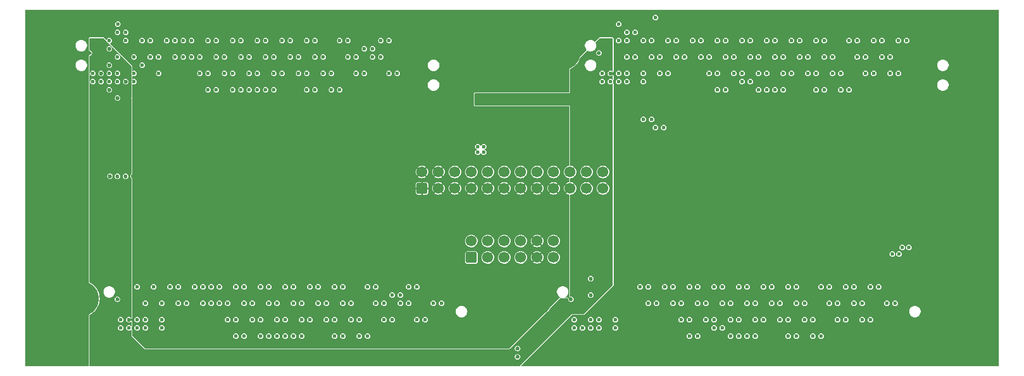
<source format=gbr>
%TF.GenerationSoftware,KiCad,Pcbnew,7.0.10*%
%TF.CreationDate,2024-12-16T23:30:14-07:00*%
%TF.ProjectId,DRXDaughterboard,44525844-6175-4676-9874-6572626f6172,1.1*%
%TF.SameCoordinates,Original*%
%TF.FileFunction,Copper,L2,Inr*%
%TF.FilePolarity,Positive*%
%FSLAX46Y46*%
G04 Gerber Fmt 4.6, Leading zero omitted, Abs format (unit mm)*
G04 Created by KiCad (PCBNEW 7.0.10) date 2024-12-16 23:30:14*
%MOMM*%
%LPD*%
G01*
G04 APERTURE LIST*
G04 Aperture macros list*
%AMRoundRect*
0 Rectangle with rounded corners*
0 $1 Rounding radius*
0 $2 $3 $4 $5 $6 $7 $8 $9 X,Y pos of 4 corners*
0 Add a 4 corners polygon primitive as box body*
4,1,4,$2,$3,$4,$5,$6,$7,$8,$9,$2,$3,0*
0 Add four circle primitives for the rounded corners*
1,1,$1+$1,$2,$3*
1,1,$1+$1,$4,$5*
1,1,$1+$1,$6,$7*
1,1,$1+$1,$8,$9*
0 Add four rect primitives between the rounded corners*
20,1,$1+$1,$2,$3,$4,$5,0*
20,1,$1+$1,$4,$5,$6,$7,0*
20,1,$1+$1,$6,$7,$8,$9,0*
20,1,$1+$1,$8,$9,$2,$3,0*%
G04 Aperture macros list end*
%TA.AperFunction,ComponentPad*%
%ADD10RoundRect,0.250000X0.600000X-0.600000X0.600000X0.600000X-0.600000X0.600000X-0.600000X-0.600000X0*%
%TD*%
%TA.AperFunction,ComponentPad*%
%ADD11C,1.700000*%
%TD*%
%TA.AperFunction,ViaPad*%
%ADD12C,0.600000*%
%TD*%
%TA.AperFunction,ViaPad*%
%ADD13C,5.400000*%
%TD*%
%TA.AperFunction,Conductor*%
%ADD14C,0.250000*%
%TD*%
G04 APERTURE END LIST*
D10*
%TO.N,GND*%
%TO.C,J3*%
X128294001Y-98117273D03*
D11*
X128294001Y-95577273D03*
X130834001Y-98117273D03*
X130834001Y-95577273D03*
X133374001Y-98117273D03*
%TO.N,FMC0_SYNC*%
X133374001Y-95577273D03*
%TO.N,GND*%
X135914001Y-98117273D03*
%TO.N,FMC0_\u002ARST*%
X135914001Y-95577273D03*
%TO.N,GND*%
X138454001Y-98117273D03*
%TO.N,Net-(J3-Pin_10)*%
X138454001Y-95577273D03*
%TO.N,GND*%
X140994001Y-98117273D03*
%TO.N,Net-(J3-Pin_12)*%
X140994001Y-95577273D03*
%TO.N,GND*%
X143534001Y-98117273D03*
%TO.N,FMC1_CS1*%
X143534001Y-95577273D03*
%TO.N,GND*%
X146074001Y-98117273D03*
%TO.N,FMC1_CS0*%
X146074001Y-95577273D03*
%TO.N,GND*%
X148614001Y-98117273D03*
%TO.N,FMC1_SCL*%
X148614001Y-95577273D03*
%TO.N,GND*%
X151154001Y-98117273D03*
%TO.N,FMC1_SDA*%
X151154001Y-95577273D03*
%TO.N,GND*%
X153694001Y-98117273D03*
%TO.N,FMC1_SYNC*%
X153694001Y-95577273D03*
%TO.N,GND*%
X156234001Y-98117273D03*
%TO.N,FMC1_\u002ARST*%
X156234001Y-95577273D03*
%TD*%
D10*
%TO.N,FMC0_FCLKB_N*%
%TO.C,J6*%
X135914001Y-108794773D03*
D11*
%TO.N,unconnected-(J6-Pin_2-Pad2)*%
X135914001Y-106254773D03*
%TO.N,FMC0_FCLKB_P*%
X138454001Y-108794773D03*
%TO.N,unconnected-(J6-Pin_4-Pad4)*%
X138454001Y-106254773D03*
%TO.N,unconnected-(J6-Pin_5-Pad5)*%
X140994001Y-108794773D03*
%TO.N,FMC1_FCLKB_N*%
X140994001Y-106254773D03*
%TO.N,unconnected-(J6-Pin_7-Pad7)*%
X143534001Y-108794773D03*
%TO.N,FMC1_FCLKB_P*%
X143534001Y-106254773D03*
%TO.N,GND*%
X146074001Y-108794773D03*
X146074001Y-106254773D03*
%TO.N,unconnected-(J6-Pin_11-Pad11)*%
X148614001Y-108794773D03*
%TO.N,unconnected-(J6-Pin_12-Pad12)*%
X148614001Y-106254773D03*
%TD*%
D12*
%TO.N,GND*%
X182790001Y-94488000D03*
X201344001Y-112096773D03*
X86384001Y-96266000D03*
X111784001Y-106508773D03*
X90194001Y-106508773D03*
X86891001Y-119716773D03*
X179750001Y-112096773D03*
X128801001Y-112096773D03*
X165784001Y-114636773D03*
X114831001Y-112096773D03*
X114831001Y-117176773D03*
X106704001Y-106508773D03*
X99084001Y-106508773D03*
X88161001Y-112096773D03*
X181024001Y-117176773D03*
X83854001Y-79076773D03*
X91474001Y-84156773D03*
X113562001Y-112096773D03*
X126261001Y-119716773D03*
X203111001Y-73996773D03*
X177710001Y-94478000D03*
X177711001Y-84156773D03*
X116874001Y-81616773D03*
X198804001Y-119716773D03*
X91971001Y-112096773D03*
X200571001Y-79076773D03*
X97814001Y-96266000D03*
X108481001Y-122256773D03*
X170091001Y-79076773D03*
X170091001Y-84156773D03*
X76986001Y-77171773D03*
X102131001Y-119716773D03*
X175170001Y-85426773D03*
X143050000Y-124170000D03*
X128930000Y-106340000D03*
X81314001Y-84156773D03*
X171360001Y-85426773D03*
X184834001Y-112096773D03*
X183564001Y-122256773D03*
X83854001Y-76536773D03*
X114324001Y-85426773D03*
X120674001Y-96266000D03*
X137840000Y-110363000D03*
X116864001Y-96266000D03*
X194220001Y-94488000D03*
X111021001Y-114636773D03*
X124494001Y-84156773D03*
X188644001Y-117176773D03*
X189140001Y-85426773D03*
X85114001Y-96266000D03*
X161974001Y-119716773D03*
X161201001Y-81616773D03*
X94004001Y-85426773D03*
X121954001Y-79076773D03*
X191680001Y-94488000D03*
X172630001Y-85426773D03*
X203111001Y-79076773D03*
X123722001Y-112096773D03*
X181024001Y-112096773D03*
X160704001Y-122256773D03*
X128801001Y-114636773D03*
X169594001Y-114636773D03*
X101624001Y-96266000D03*
X118134001Y-106508773D03*
X80044001Y-82886773D03*
X106714001Y-76536773D03*
X192951001Y-76536773D03*
D13*
X213016001Y-77070173D03*
D12*
X80137000Y-96266000D03*
X198030001Y-94488000D03*
X185330001Y-106636773D03*
X166281001Y-76536773D03*
X83693000Y-96266000D03*
X99084001Y-85426773D03*
X173900001Y-106635773D03*
X186100001Y-112096773D03*
X184834001Y-114636773D03*
X99591001Y-112096773D03*
X110514001Y-96266000D03*
X99084001Y-96266000D03*
X205510001Y-106629000D03*
X170860001Y-112096773D03*
X178985179Y-105991952D03*
X119404001Y-96266000D03*
X192950001Y-85426773D03*
X102894001Y-96266000D03*
X204239999Y-94488000D03*
X170091001Y-76536773D03*
X175944001Y-122256773D03*
X166267001Y-106635773D03*
X173900001Y-81616773D03*
X108481001Y-119716773D03*
X189140001Y-94488000D03*
X87654001Y-85426773D03*
X124992001Y-112096773D03*
X173404001Y-117176773D03*
X124484001Y-96266000D03*
X205651001Y-79076773D03*
X169594001Y-112096773D03*
X88161001Y-122256773D03*
X187870001Y-94488000D03*
X90194001Y-85426773D03*
X177711001Y-76536773D03*
X100354001Y-84156773D03*
X198804001Y-117176773D03*
X96554001Y-84156773D03*
X103401001Y-112096773D03*
X165011001Y-84156773D03*
X108482001Y-112096773D03*
X91971001Y-117176773D03*
X173404001Y-122256773D03*
X95274001Y-81616773D03*
X192950001Y-94487000D03*
X95274001Y-85426773D03*
X80044001Y-73996773D03*
X119404001Y-106508773D03*
X110514001Y-85426773D03*
X121181001Y-119716773D03*
X113054001Y-96266000D03*
X104164001Y-85426773D03*
X186600001Y-94488000D03*
X121954001Y-81616773D03*
X98321001Y-122256773D03*
X87664001Y-81616773D03*
X185331001Y-84156773D03*
X116102001Y-114636773D03*
X107974001Y-96266000D03*
X118144001Y-79076773D03*
X154354001Y-112096773D03*
X205651001Y-81616773D03*
X195490001Y-94487000D03*
X199300001Y-85426773D03*
X151281001Y-115271773D03*
X192454001Y-114636773D03*
X176440001Y-85426773D03*
X163244001Y-122256773D03*
X154354001Y-120986773D03*
X181520001Y-94488000D03*
X127034001Y-79076773D03*
X186600001Y-106636773D03*
X161974001Y-112096773D03*
X118144001Y-76536773D03*
X198031001Y-81616773D03*
X194220001Y-106636773D03*
X200570000Y-94488000D03*
X178484001Y-119716773D03*
X190410001Y-85426773D03*
X143050000Y-122880000D03*
X88161001Y-114636773D03*
X118641001Y-122256773D03*
X93242001Y-112096773D03*
X111784001Y-96266000D03*
X198804001Y-112096773D03*
X121954001Y-73996773D03*
X203111001Y-81616773D03*
X122451001Y-114636773D03*
X205651001Y-73996773D03*
X107974001Y-106508773D03*
X101624001Y-106508773D03*
X139343001Y-88601773D03*
X192951001Y-79076773D03*
X192454001Y-112096773D03*
X105434001Y-96266000D03*
X106704001Y-85426773D03*
X187374001Y-119716773D03*
X177214001Y-114636773D03*
X189141001Y-79076773D03*
X205651001Y-84156773D03*
X119912001Y-112096773D03*
X100354001Y-96266000D03*
X197530001Y-112096773D03*
X180250001Y-94487000D03*
X136525000Y-110363000D03*
X90701001Y-122256773D03*
X96544001Y-85426773D03*
X80044001Y-76536773D03*
X118641001Y-114636773D03*
X170091001Y-73996773D03*
X189140001Y-81616773D03*
X94004001Y-106508773D03*
X196264001Y-112096773D03*
X170077001Y-93726000D03*
X163240001Y-112096773D03*
X101634001Y-84156773D03*
X172630001Y-94488000D03*
X131341001Y-117176773D03*
X118134001Y-96266000D03*
X123214001Y-85426773D03*
X171361001Y-81616773D03*
X84351001Y-117176773D03*
X83081001Y-118446773D03*
X191184001Y-119716773D03*
X200571001Y-81616773D03*
X87654001Y-96266000D03*
X99094001Y-79076773D03*
X127034001Y-73996773D03*
X168320001Y-112096773D03*
X99084001Y-81616773D03*
X173900001Y-94487000D03*
X161974001Y-114636773D03*
X123721001Y-122256773D03*
X124494001Y-81616773D03*
X90194001Y-96266000D03*
X95781001Y-112096773D03*
X174680001Y-114636773D03*
X196761001Y-73996773D03*
X109244001Y-106508773D03*
X102904001Y-73996773D03*
X104164001Y-106508773D03*
X198030001Y-106636773D03*
X186100001Y-114636773D03*
X91464001Y-85426773D03*
X100862001Y-114636773D03*
X186104001Y-122256773D03*
X193724001Y-122256773D03*
X196761001Y-79076773D03*
X181024001Y-122256773D03*
X166281001Y-81616773D03*
X124494001Y-76536773D03*
X110524001Y-79076773D03*
X101624001Y-85426773D03*
X184834001Y-117176773D03*
X162471001Y-84156773D03*
X195490001Y-85426773D03*
X126261001Y-122256773D03*
X184060001Y-94488000D03*
X81304001Y-115271773D03*
X199300001Y-94488000D03*
X92734001Y-96266000D03*
X121181001Y-122256773D03*
D13*
X75715001Y-115170173D03*
D12*
X112291001Y-119716773D03*
X118134001Y-85426773D03*
X120674001Y-85426773D03*
X113561001Y-122256773D03*
X192951001Y-84156773D03*
X95274001Y-106508773D03*
X97824001Y-81616773D03*
X201840001Y-106635773D03*
X158661001Y-76536773D03*
X191184001Y-122256773D03*
X178480001Y-112096773D03*
X177710001Y-85426773D03*
X164510001Y-112096773D03*
X122451001Y-117176773D03*
X124484001Y-106508773D03*
X102894001Y-106508773D03*
X116102001Y-112096773D03*
X123214001Y-106508773D03*
X180251001Y-84156773D03*
X99591001Y-114636773D03*
X95274001Y-96266000D03*
X200049001Y-112096773D03*
X173900001Y-85426773D03*
X97814001Y-106508773D03*
X187870001Y-106636773D03*
X167551001Y-84156773D03*
X95284001Y-76536773D03*
X117372001Y-112096773D03*
X95781001Y-117176773D03*
X116864001Y-85426773D03*
X187871001Y-84156773D03*
X201840001Y-94487000D03*
X102132001Y-112096773D03*
X139343001Y-87712773D03*
X86394001Y-84156773D03*
X198804001Y-114636773D03*
X82584001Y-81616773D03*
X99094001Y-84156773D03*
X184060001Y-85426773D03*
X121944001Y-85426773D03*
X173901001Y-73996773D03*
X105941001Y-119716773D03*
X120674001Y-106508773D03*
X190411001Y-84156773D03*
X102904001Y-76536773D03*
X110514001Y-81616773D03*
X191681001Y-81616773D03*
X107211001Y-112096773D03*
X109752001Y-114636773D03*
X205510000Y-94487000D03*
X84351001Y-120986773D03*
X100862001Y-112096773D03*
X97051001Y-119716773D03*
X128801001Y-122256773D03*
X123721001Y-119716773D03*
X158164001Y-122256773D03*
X177711001Y-73996773D03*
X95284001Y-79076773D03*
X87664001Y-73996773D03*
X162471001Y-73996773D03*
X111794001Y-84156773D03*
X95781001Y-114636773D03*
X130200000Y-106340000D03*
X110514001Y-106508773D03*
X131341001Y-114636773D03*
X121182001Y-112096773D03*
X111021001Y-122256773D03*
X176440001Y-94487000D03*
X196760001Y-106635773D03*
X141630000Y-104910000D03*
X126261001Y-112096773D03*
X113054001Y-106508773D03*
X176441001Y-81616773D03*
X118641001Y-112096773D03*
X177710001Y-106626773D03*
X105434001Y-106508773D03*
X196264001Y-114636773D03*
X154354001Y-117176773D03*
X165784001Y-122256773D03*
X185331001Y-79076773D03*
X173901001Y-79076773D03*
X196760001Y-94487000D03*
X155624001Y-122256773D03*
X87654001Y-106508773D03*
X180251001Y-81616773D03*
X178484001Y-122256773D03*
X191680001Y-85426773D03*
X104174001Y-84156773D03*
X85114001Y-85426773D03*
X88900000Y-96266000D03*
X99094001Y-73996773D03*
X189141001Y-76536773D03*
X166281001Y-79076773D03*
X103401001Y-117176773D03*
X190410001Y-106636773D03*
X192454001Y-117176773D03*
X128801001Y-117176773D03*
X158661001Y-79076773D03*
X172631001Y-84156773D03*
X196264001Y-122256773D03*
X110524001Y-73996773D03*
X167550000Y-95170000D03*
X124494001Y-79076773D03*
X174670001Y-112096773D03*
X83854001Y-84156773D03*
X161974001Y-117176773D03*
X158661001Y-82886773D03*
X158164001Y-114636773D03*
X85622001Y-112096773D03*
X109254001Y-84156773D03*
X189910001Y-112096773D03*
X86892001Y-112096773D03*
X177214001Y-112096773D03*
X128801001Y-119716773D03*
X116864001Y-106508773D03*
X88900000Y-106508773D03*
X168324001Y-122256773D03*
X97814001Y-85426773D03*
X185331001Y-73996773D03*
X91474001Y-79076773D03*
X90702001Y-112096773D03*
X166281001Y-73996773D03*
X203111001Y-84156773D03*
X199300001Y-106636773D03*
X195490001Y-106635773D03*
X167550001Y-106635773D03*
X103401001Y-114636773D03*
X181521001Y-73996773D03*
X196761001Y-76536773D03*
X99094001Y-76536773D03*
X182791001Y-81616773D03*
X201344001Y-117176773D03*
X105434001Y-85426773D03*
X121944001Y-96266000D03*
X86384001Y-85426773D03*
X158164001Y-112096773D03*
X96544001Y-106508773D03*
X100861001Y-122256773D03*
X172130001Y-112096773D03*
X168820001Y-94487000D03*
X111021001Y-117176773D03*
X167550001Y-85426773D03*
X187870001Y-85426773D03*
X182294001Y-119716773D03*
X198804001Y-122256773D03*
X118144001Y-73996773D03*
X126261001Y-117176773D03*
X94004001Y-96266000D03*
X121954001Y-84156773D03*
X87664001Y-79076773D03*
X95781001Y-122256773D03*
X80044001Y-79076773D03*
X162471001Y-76536773D03*
X87664001Y-76536773D03*
X181520001Y-85426773D03*
X88161001Y-117176773D03*
X84351001Y-112096773D03*
X106704001Y-96266000D03*
X126261001Y-114636773D03*
X117371001Y-119716773D03*
X180250001Y-106635773D03*
X94512001Y-112096773D03*
X195491001Y-84156773D03*
X127034001Y-76536773D03*
X200571001Y-76536773D03*
X109244001Y-85426773D03*
X122451001Y-112096773D03*
X158661001Y-73996773D03*
X204240000Y-106630000D03*
X201344001Y-119716773D03*
X102894001Y-85426773D03*
X104164001Y-96266000D03*
X119414001Y-84156773D03*
X91971001Y-119716773D03*
X192950001Y-106635773D03*
X182790001Y-85426773D03*
X192951001Y-73996773D03*
X196264001Y-117176773D03*
X119404001Y-85426773D03*
X165784001Y-112096773D03*
X104672001Y-114636773D03*
X181520001Y-106636773D03*
X159931001Y-84156773D03*
X114334001Y-73996773D03*
X115594001Y-106508773D03*
X200571001Y-84156773D03*
X178994000Y-85426773D03*
X113064001Y-81616773D03*
X115594001Y-96266000D03*
X190410001Y-94488000D03*
X100354001Y-85426773D03*
X116101001Y-122256773D03*
X106714001Y-84156773D03*
X188644001Y-114636773D03*
X182290001Y-112096773D03*
X114324001Y-106508773D03*
X121954001Y-76536773D03*
X115594001Y-85426773D03*
X175944001Y-119716773D03*
X154354001Y-114636773D03*
X118641001Y-117176773D03*
X78774001Y-80346773D03*
X198031001Y-84156773D03*
D13*
X150024001Y-77070173D03*
D12*
X189140001Y-106636773D03*
X181024001Y-114636773D03*
X92734001Y-106508773D03*
X183560001Y-112096773D03*
X158164001Y-117176773D03*
X187370001Y-112096773D03*
X116874001Y-84156773D03*
X170077001Y-85426773D03*
X111784001Y-85426773D03*
X92744001Y-81616773D03*
D13*
X145717401Y-115170173D03*
D12*
X181521001Y-76536773D03*
X106714001Y-79076773D03*
X131341001Y-122256773D03*
X82550000Y-96266000D03*
X203111001Y-76536773D03*
X89432001Y-112096773D03*
X165784001Y-117176773D03*
X121944001Y-106508773D03*
X169594001Y-117176773D03*
X91464001Y-96266000D03*
X167054001Y-119716773D03*
X127532001Y-112096773D03*
X185330001Y-85426773D03*
X113054001Y-85426773D03*
X184060001Y-106636773D03*
X109752001Y-112096773D03*
X100354001Y-106508773D03*
X91474001Y-73996773D03*
D13*
X71408001Y-77070173D03*
D12*
X131341001Y-119716773D03*
X91971001Y-114636773D03*
X171360001Y-94487000D03*
X168820001Y-85426773D03*
X185330001Y-94488000D03*
X131341001Y-112096773D03*
X195491001Y-81616773D03*
X101634001Y-81616773D03*
X153084001Y-118446773D03*
X193724001Y-119716773D03*
D13*
X208709401Y-115170173D03*
D12*
X94014001Y-84156773D03*
X173901001Y-76536773D03*
X175171001Y-84156773D03*
X114334001Y-84156773D03*
X155599001Y-77171773D03*
X92734001Y-85426773D03*
X170864001Y-122256773D03*
X105942001Y-112096773D03*
X140232001Y-87712773D03*
X111021001Y-112096773D03*
X180250001Y-85426773D03*
X157391001Y-80346773D03*
X106714001Y-73996773D03*
X156894001Y-119716773D03*
X166267001Y-94487000D03*
X171360001Y-106635773D03*
X81280000Y-96266000D03*
X186601001Y-81616773D03*
D13*
X134400001Y-77070173D03*
D12*
X185331001Y-76536773D03*
X109244001Y-96266000D03*
X182790001Y-106636773D03*
X173404001Y-114636773D03*
X142900000Y-104910000D03*
X177711001Y-79076773D03*
X104174001Y-81616773D03*
X168820001Y-106635773D03*
X107984001Y-81616773D03*
X175940001Y-112096773D03*
X186600001Y-85426773D03*
X189141001Y-73996773D03*
D13*
X138707001Y-115170173D03*
D12*
X162471001Y-79076773D03*
X176440001Y-106635773D03*
X83854001Y-73996773D03*
X85114001Y-106508773D03*
X191180001Y-112096773D03*
X107211001Y-114636773D03*
X170851002Y-114636773D03*
X114334001Y-79076773D03*
X93241001Y-122256773D03*
X140232001Y-88601773D03*
X85621001Y-122256773D03*
X193720001Y-112096773D03*
X95284001Y-73996773D03*
X205651001Y-76536773D03*
X119414001Y-81616773D03*
X198030001Y-85426773D03*
X179760001Y-117176773D03*
X201344001Y-122256773D03*
X107974001Y-85426773D03*
X112292001Y-112096773D03*
X175170001Y-94488000D03*
X103401001Y-122256773D03*
X86384001Y-106508773D03*
X114324001Y-96266000D03*
X123214001Y-96266000D03*
X105941001Y-122256773D03*
X104672001Y-112096773D03*
X182791001Y-84156773D03*
X172630001Y-106636773D03*
X196760001Y-85426773D03*
X99591001Y-117176773D03*
X91464001Y-106508773D03*
X196264001Y-119716773D03*
X175170001Y-106636773D03*
X110524001Y-76536773D03*
X127034001Y-81616773D03*
X188644001Y-122256773D03*
X188644001Y-112096773D03*
X173404001Y-112096773D03*
X201344001Y-114636773D03*
X127034001Y-84156773D03*
X91474001Y-76536773D03*
X109752001Y-117176773D03*
X179750001Y-114636773D03*
X114334001Y-76536773D03*
X84351001Y-114636773D03*
X200571001Y-73996773D03*
X167050001Y-112096773D03*
X124494001Y-73996773D03*
X114831001Y-114636773D03*
X194990001Y-112096773D03*
X88934001Y-84156773D03*
X96544001Y-96266000D03*
X124484001Y-85426773D03*
X172134001Y-119716773D03*
X191680001Y-106636773D03*
X194220001Y-85426773D03*
X170077001Y-106635773D03*
%TO.N,+3.3VP*%
X156121001Y-81616773D03*
X154354001Y-119716773D03*
X156121001Y-80346773D03*
X80044001Y-80346773D03*
X155624001Y-119716773D03*
X137819001Y-92538773D03*
X153084001Y-119716773D03*
X158164001Y-118446773D03*
X88161001Y-119716773D03*
X81315001Y-80346773D03*
X81315001Y-81616773D03*
X80044001Y-81616773D03*
X159931001Y-80346773D03*
X155624001Y-118446773D03*
X158661001Y-80346773D03*
X158661001Y-81616773D03*
X151814001Y-118446773D03*
X162471001Y-80346773D03*
X88161001Y-118446773D03*
X136930001Y-92538773D03*
X136930001Y-91649773D03*
X159931001Y-81616773D03*
X85622001Y-118446773D03*
X137819001Y-91649773D03*
X84351001Y-119716773D03*
X83854001Y-80346773D03*
X158164001Y-119716773D03*
X81811001Y-118446773D03*
X84351001Y-118446773D03*
X83854001Y-81616773D03*
X77504001Y-81616773D03*
X162471001Y-81616773D03*
X151814001Y-119716773D03*
X85622001Y-119716773D03*
X78774001Y-81616773D03*
X81811001Y-119716773D03*
X83081001Y-119716773D03*
X154354001Y-118446773D03*
X157391001Y-81616773D03*
X77504001Y-80346773D03*
%TO.N,VAA*%
X83081001Y-117176773D03*
X77504001Y-77806773D03*
X151814001Y-114636773D03*
X157391001Y-75266773D03*
X153084001Y-115906773D03*
X77504001Y-76536773D03*
X77504001Y-79076773D03*
X156121001Y-79076773D03*
X81811001Y-115906773D03*
X156121001Y-76536773D03*
X156121001Y-75266773D03*
X157391001Y-76536773D03*
X78774001Y-79076773D03*
X78774001Y-77806773D03*
X151814001Y-113366773D03*
X78774001Y-76536773D03*
X83081001Y-114636773D03*
X136930001Y-83902773D03*
X83081001Y-115906773D03*
X78774001Y-75266773D03*
X83081001Y-113366773D03*
X153084001Y-117176773D03*
X81811001Y-114636773D03*
X153084001Y-114636773D03*
X137819001Y-84791773D03*
X137819001Y-83902773D03*
X157391001Y-77806773D03*
X157391001Y-79076773D03*
X156121001Y-77806773D03*
X151814001Y-117176773D03*
X136930001Y-84791773D03*
X153084001Y-113366773D03*
X81811001Y-117176773D03*
X81812001Y-113366773D03*
X77505001Y-75266773D03*
X151814001Y-115906773D03*
%TO.N,FMC0_A7_P*%
X115605001Y-82886773D03*
X119912001Y-120986773D03*
%TO.N,FMC0_A7_N*%
X114335001Y-82886773D03*
X118642001Y-120986773D03*
%TO.N,FMC0_B3_P*%
X116102001Y-120986773D03*
X111795001Y-82886773D03*
%TO.N,FMC0_B3_N*%
X110525001Y-82886773D03*
X114832001Y-120986773D03*
%TO.N,FMC0_B7_P*%
X105445001Y-82886773D03*
X109752001Y-120986941D03*
%TO.N,FMC0_B7_N*%
X108482001Y-120986773D03*
X104175001Y-82886773D03*
%TO.N,FMC0_C3_P*%
X104672001Y-120986773D03*
X100365001Y-82886773D03*
%TO.N,FMC0_C3_N*%
X99095001Y-82886773D03*
X103402001Y-120986773D03*
%TO.N,FMC0_A2_P*%
X119415001Y-80346773D03*
X123722001Y-118446773D03*
%TO.N,FMC0_A2_N*%
X122452001Y-118446773D03*
X118145001Y-80346773D03*
%TO.N,FMC0_A6_P*%
X118642001Y-118446773D03*
X114335001Y-80346773D03*
%TO.N,FMC0_A6_N*%
X113065001Y-80346773D03*
X117372001Y-118446773D03*
%TO.N,FMC0_B2_P*%
X110525001Y-80346773D03*
X114832001Y-118446773D03*
%TO.N,FMC0_B2_N*%
X109255001Y-80346773D03*
X113562001Y-118446773D03*
%TO.N,FMC0_B6_P*%
X111022001Y-118446773D03*
X106715001Y-80346773D03*
%TO.N,FMC0_B6_N*%
X109752001Y-118446773D03*
X105445001Y-80346773D03*
%TO.N,FMC0_C2_P*%
X102905001Y-80346773D03*
X107212001Y-118446773D03*
%TO.N,FMC0_C2_N*%
X101635001Y-80346773D03*
X105942001Y-118446773D03*
%TO.N,FMC0_C8_P*%
X103402001Y-118446773D03*
X99095001Y-80346773D03*
%TO.N,FMC0_A1_P*%
X126262001Y-115906773D03*
X121955001Y-77806773D03*
%TO.N,FMC0_A1_N*%
X124992001Y-115906773D03*
X120685001Y-77806773D03*
%TO.N,FMC0_A4_P*%
X118145001Y-77806773D03*
X122452001Y-115906773D03*
%TO.N,FMC0_A4_N*%
X116875001Y-77806773D03*
X121182001Y-115906773D03*
%TO.N,FMC0_B1_P*%
X113065001Y-77806773D03*
X117372001Y-115906773D03*
%TO.N,FMC0_B1_N*%
X111795001Y-77806773D03*
X116102001Y-115906773D03*
%TO.N,FMC0_B5_P*%
X113562001Y-115906773D03*
X109255001Y-77806773D03*
%TO.N,FMC0_B5_N*%
X112292001Y-115906773D03*
X107985001Y-77806773D03*
%TO.N,FMC0_C1_P*%
X109752001Y-115906773D03*
X105445001Y-77806773D03*
%TO.N,FMC0_C1_N*%
X104175001Y-77806773D03*
X108482001Y-115906773D03*
%TO.N,FMC0_C5_P*%
X105942001Y-115906773D03*
X101635001Y-77806773D03*
%TO.N,FMC0_C5_N*%
X100365001Y-77806773D03*
X104672001Y-115906773D03*
%TO.N,FMC0_C7_P*%
X102132001Y-115906773D03*
X97825001Y-77806773D03*
%TO.N,FMC0_C7_N*%
X96555001Y-77806773D03*
X100862001Y-115906773D03*
%TO.N,FMC0_A3_P*%
X120685001Y-76536773D03*
X124992001Y-114636773D03*
%TO.N,FMC0_LCLKA_P*%
X127532001Y-113366773D03*
X123225001Y-75266773D03*
%TO.N,FMC0_LCLKA_N*%
X121955001Y-75266773D03*
X126262001Y-113366773D03*
%TO.N,FMC0_A3_N*%
X119415001Y-76536773D03*
X123722001Y-114636773D03*
%TO.N,FMC0_A5_P*%
X121182001Y-113366773D03*
X116875001Y-75266773D03*
%TO.N,FMC0_A5_N*%
X115605001Y-75266773D03*
X119912001Y-113366773D03*
%TO.N,FMC0_A8_P*%
X116102001Y-113366773D03*
X111795001Y-75266773D03*
%TO.N,FMC0_A8_N*%
X110525001Y-75266773D03*
X114832001Y-113366773D03*
%TO.N,FMC0_B4_P*%
X112292001Y-113366773D03*
X107985001Y-75266773D03*
%TO.N,FMC0_B4_N*%
X106715001Y-75266773D03*
X111022001Y-113366773D03*
%TO.N,FMC0_B8_P*%
X108482001Y-113366773D03*
X104175001Y-75266773D03*
%TO.N,FMC0_B8_N*%
X102905001Y-75266773D03*
X107212001Y-113366773D03*
%TO.N,FMC0_C4_P*%
X104672001Y-113366773D03*
X100365001Y-75266773D03*
%TO.N,FMC0_C4_N*%
X103402001Y-113366773D03*
X99095001Y-75266773D03*
%TO.N,FMC0_C6_P*%
X96555001Y-75266773D03*
X100862001Y-113366773D03*
%TO.N,FMC0_C6_N*%
X95285001Y-75266773D03*
X99592001Y-113366773D03*
%TO.N,FMC0_C8_N*%
X97825001Y-80346773D03*
X102132001Y-118446773D03*
%TO.N,FMC0_D7_N*%
X85114001Y-75266773D03*
X89432001Y-113366773D03*
%TO.N,FMC0_CS0*%
X86892001Y-113366773D03*
X82585001Y-75266773D03*
%TO.N,FMC0_CS1*%
X84352001Y-113366773D03*
X80045001Y-75266773D03*
%TO.N,FMC0_D7_P*%
X86384001Y-75266773D03*
X90702001Y-113366773D03*
%TO.N,FMC0_D5_N*%
X88924001Y-75266773D03*
X93242001Y-113366773D03*
%TO.N,FMC0_D5_P*%
X94512001Y-113366773D03*
X90194001Y-75266773D03*
%TO.N,FMC0_D1_N*%
X91475001Y-75266773D03*
X95782001Y-113366773D03*
%TO.N,FMC0_D1_P*%
X92745001Y-75266773D03*
X97052001Y-113366773D03*
%TO.N,FMC0_D8_N*%
X86384001Y-77806773D03*
X90702001Y-115906773D03*
%TO.N,FMC0_D8_P*%
X91972001Y-115906773D03*
X87654001Y-77806773D03*
%TO.N,FMC0_D6_N*%
X90205001Y-77806773D03*
X94512001Y-115906773D03*
%TO.N,FMC0_D6_P*%
X91475001Y-77806773D03*
X95782001Y-115906773D03*
%TO.N,FMC0_D2_N*%
X97052001Y-115906773D03*
X92745001Y-77806773D03*
%TO.N,FMC0_D2_P*%
X98322001Y-115906773D03*
X94015001Y-77806773D03*
%TO.N,FMC0_D3_N*%
X98322001Y-118446773D03*
X94015001Y-80346773D03*
%TO.N,FMC0_D3_P*%
X99592001Y-118446773D03*
X95285001Y-80346773D03*
%TO.N,FMC0_D4_N*%
X99592001Y-120986773D03*
X95285001Y-82886773D03*
%TO.N,FMC0_D4_P*%
X96555001Y-82886773D03*
X100862001Y-120986773D03*
%TO.N,FMC0_FCLKC_P*%
X102905001Y-82886773D03*
X107212001Y-120986773D03*
%TO.N,FMC0_FCLKC_N*%
X105942001Y-120986773D03*
X101635001Y-82886773D03*
%TO.N,FMC0_FCLKA_P*%
X124495001Y-80346773D03*
X128802001Y-118446773D03*
%TO.N,FMC0_FCLKA_N*%
X127532001Y-118446773D03*
X123225001Y-80346773D03*
%TO.N,FMC0_SDA*%
X83855001Y-77806773D03*
X88162001Y-115906773D03*
%TO.N,FMC0_SCL*%
X81315001Y-77806773D03*
X85622001Y-115906773D03*
%TO.N,FMC0_SDOUT*%
X81332891Y-72712522D03*
%TO.N,FMC0_SYNC*%
X87665001Y-80346773D03*
%TO.N,FMC0_\u002ARST*%
X85125001Y-79076773D03*
%TO.N,FMC1_CS0*%
X159931001Y-75266773D03*
%TO.N,FMC1_CS1*%
X158661001Y-75266773D03*
%TO.N,FMC1_SDA*%
X161201001Y-77806773D03*
%TO.N,FMC1_SCL*%
X159931001Y-77806773D03*
%TO.N,FMC1_SDOUT*%
X158661001Y-72726773D03*
%TO.N,FMC1_SYNC*%
X166281001Y-80346773D03*
%TO.N,FMC1_\u002ARST*%
X164362001Y-71710773D03*
X165011001Y-80346773D03*
%TO.N,FMC1_LCLKA_N*%
X201841001Y-75266773D03*
X130072001Y-115906773D03*
%TO.N,FMC1_LCLKA_P*%
X131342001Y-115906773D03*
X203111001Y-75266773D03*
%TO.N,FMC0_FCLKB_P*%
X82585001Y-73996773D03*
%TO.N,FMC0_FCLKB_N*%
X81315001Y-73996773D03*
%TO.N,FMC1_FCLKA_P*%
X201841001Y-80346773D03*
X197534001Y-118446773D03*
%TO.N,FMC1_FCLKA_N*%
X200571001Y-80346773D03*
X196264001Y-118446773D03*
%TO.N,FMC1_A1_P*%
X196264001Y-115906773D03*
X200571001Y-77806773D03*
%TO.N,FMC1_A1_N*%
X199301001Y-77806773D03*
X194994001Y-115906773D03*
%TO.N,FMC1_A3_P*%
X194994001Y-113366773D03*
X199301001Y-75266773D03*
%TO.N,FMC1_A2_P*%
X193724001Y-118446773D03*
X198031001Y-80346773D03*
%TO.N,FMC1_A3_N*%
X198031001Y-75266773D03*
X193724001Y-113366773D03*
%TO.N,FMC1_A2_N*%
X196761001Y-80346773D03*
X192454001Y-118446773D03*
%TO.N,FMC1_A4_P*%
X192454001Y-115906773D03*
X196761001Y-77806773D03*
%TO.N,FMC1_A7_P*%
X194221001Y-82886773D03*
X189914001Y-120986773D03*
%TO.N,FMC1_A4_N*%
X191184001Y-115906773D03*
X195491001Y-77806773D03*
%TO.N,FMC1_A5_P*%
X195491001Y-75266773D03*
X191184001Y-113366773D03*
%TO.N,FMC1_A7_N*%
X188644001Y-120986773D03*
X192951001Y-82886773D03*
%TO.N,FMC1_A6_P*%
X192951001Y-80346773D03*
X188644001Y-118446773D03*
%TO.N,FMC1_A5_N*%
X194221001Y-75266773D03*
X189914001Y-113366773D03*
%TO.N,FMC1_A6_N*%
X191681001Y-80346773D03*
X187374001Y-118446773D03*
%TO.N,FMC1_B1_P*%
X187374001Y-115906773D03*
X191681001Y-77806773D03*
%TO.N,FMC1_B1_N*%
X186104001Y-115906773D03*
X190411001Y-77806773D03*
%TO.N,FMC1_A8_P*%
X186104001Y-113366773D03*
X190411001Y-75266773D03*
%TO.N,FMC1_B3_P*%
X190411001Y-82886773D03*
X186104001Y-120986773D03*
%TO.N,FMC1_B2_P*%
X189141001Y-80346773D03*
X184834001Y-118446773D03*
%TO.N,FMC1_A8_N*%
X184834001Y-113366773D03*
X189141001Y-75266773D03*
%TO.N,FMC1_B3_N*%
X184834001Y-120986773D03*
X189141001Y-82886773D03*
%TO.N,FMC1_B2_N*%
X187871001Y-80346773D03*
X183564001Y-118446773D03*
%TO.N,FMC1_B5_P*%
X187871001Y-77806773D03*
X183564001Y-115906773D03*
%TO.N,FMC1_B5_N*%
X182294001Y-115906773D03*
X186601001Y-77806773D03*
%TO.N,FMC1_B4_P*%
X182294001Y-113366773D03*
X186601001Y-75266773D03*
%TO.N,FMC1_B6_P*%
X185331001Y-80346773D03*
X181024001Y-118446773D03*
%TO.N,FMC1_B4_N*%
X181024001Y-113366773D03*
X185331001Y-75266773D03*
%TO.N,FMC1_B7_P*%
X184061001Y-82886773D03*
X179754001Y-120986773D03*
%TO.N,FMC1_B6_N*%
X184061001Y-80346773D03*
X179754001Y-118446773D03*
%TO.N,FMC1_C1_P*%
X184061001Y-77806773D03*
X179754001Y-115906773D03*
%TO.N,FMC1_B7_N*%
X178484001Y-120986773D03*
X182791001Y-82886773D03*
%TO.N,FMC1_C1_N*%
X178484001Y-115906773D03*
X182791001Y-77806773D03*
%TO.N,FMC1_B8_P*%
X182791001Y-75266773D03*
X178484001Y-113366773D03*
%TO.N,FMC1_FCLKC_P*%
X177214001Y-120986773D03*
X181521001Y-82886773D03*
%TO.N,FMC1_C2_P*%
X177214001Y-118446773D03*
X181521001Y-80346773D03*
%TO.N,FMC1_B8_N*%
X181521001Y-75266773D03*
X177214001Y-113366773D03*
%TO.N,FMC1_FCLKC_N*%
X175944001Y-120986773D03*
X180251001Y-82886773D03*
%TO.N,FMC1_C2_N*%
X180251001Y-80346773D03*
X175944001Y-118446773D03*
%TO.N,FMC1_C5_P*%
X180251001Y-77806773D03*
X175944001Y-115906773D03*
%TO.N,FMC1_C3_P*%
X174674001Y-119716773D03*
X178981001Y-81616773D03*
%TO.N,FMC1_C5_N*%
X178981001Y-77806773D03*
X174674001Y-115906773D03*
%TO.N,FMC1_C4_P*%
X174674001Y-113366773D03*
X178981001Y-75266773D03*
%TO.N,FMC1_C3_N*%
X173404001Y-119716773D03*
X177711001Y-81616773D03*
%TO.N,FMC1_C8_P*%
X177711001Y-80346773D03*
X173404001Y-118446773D03*
%TO.N,FMC1_C4_N*%
X173404001Y-113366773D03*
X177711001Y-75266773D03*
%TO.N,FMC1_C8_N*%
X176441001Y-80346773D03*
X172134001Y-118446773D03*
%TO.N,FMC1_C7_P*%
X172134001Y-115906773D03*
X176441001Y-77806773D03*
%TO.N,FMC1_C7_N*%
X170864001Y-115906773D03*
X175171001Y-77806773D03*
%TO.N,FMC1_C6_P*%
X170864001Y-113366773D03*
X175171001Y-75266773D03*
%TO.N,FMC1_D4_P*%
X175171001Y-82886773D03*
X170864001Y-120986773D03*
%TO.N,FMC1_D3_P*%
X169594001Y-118446773D03*
X173901001Y-80346773D03*
%TO.N,FMC1_C6_N*%
X169594001Y-113366773D03*
X173901001Y-75266773D03*
%TO.N,FMC1_D4_N*%
X169594001Y-120986773D03*
X173901001Y-82886773D03*
%TO.N,FMC1_D3_N*%
X172631001Y-80346773D03*
X168324001Y-118446773D03*
%TO.N,FMC1_D2_P*%
X168324001Y-115906773D03*
X172631001Y-77806773D03*
%TO.N,FMC1_D2_N*%
X171361001Y-77806773D03*
X167054001Y-115906773D03*
%TO.N,FMC1_D1_P*%
X171361001Y-75266773D03*
X167054001Y-113366773D03*
%TO.N,FMC1_D1_N*%
X165784001Y-113366773D03*
X170091001Y-75266773D03*
%TO.N,FMC1_D6_P*%
X168821001Y-77806773D03*
X164514001Y-115906773D03*
%TO.N,FMC1_D6_N*%
X167551001Y-77806773D03*
X163244001Y-115906773D03*
%TO.N,FMC1_D5_P*%
X167551001Y-75266773D03*
X163244001Y-113366773D03*
%TO.N,FMC1_D5_N*%
X161974001Y-113366773D03*
X166281001Y-75266773D03*
%TO.N,FMC1_D8_P*%
X165011001Y-77806773D03*
X201344001Y-115906773D03*
X203478001Y-107270773D03*
X165632001Y-88728773D03*
%TO.N,FMC1_D8_N*%
X164362001Y-88728773D03*
X200074001Y-115906773D03*
X163741001Y-77806773D03*
X202462001Y-107270773D03*
%TO.N,FMC1_D7_P*%
X163741001Y-87458773D03*
X198804001Y-113366773D03*
X201954001Y-108286773D03*
X163741001Y-75266773D03*
%TO.N,FMC1_D7_N*%
X197534001Y-113366773D03*
X162471001Y-87458773D03*
X200938001Y-108286773D03*
X162471001Y-75266773D03*
%TO.N,FMC1_FCLKB_P*%
X161201001Y-73996773D03*
%TO.N,FMC1_FCLKB_N*%
X159931001Y-73996773D03*
%TD*%
D14*
%TO.N,Net-(J3-Pin_12)*%
X140994001Y-96221773D02*
X140994001Y-96223773D01*
%TD*%
%TA.AperFunction,Conductor*%
%TO.N,GND*%
G36*
X217354856Y-70501918D02*
G01*
X217369501Y-70537273D01*
X217369501Y-125589273D01*
X217354856Y-125624628D01*
X217319501Y-125639273D01*
X143624695Y-125639273D01*
X143589340Y-125624628D01*
X143574695Y-125589273D01*
X143589340Y-125553918D01*
X148156482Y-120986775D01*
X169168259Y-120986775D01*
X169189094Y-121118331D01*
X169189097Y-121118339D01*
X169249564Y-121237012D01*
X169249571Y-121237022D01*
X169343751Y-121331202D01*
X169343754Y-121331204D01*
X169343756Y-121331206D01*
X169343758Y-121331207D01*
X169343761Y-121331209D01*
X169462434Y-121391676D01*
X169462442Y-121391679D01*
X169593999Y-121412515D01*
X169594001Y-121412515D01*
X169594003Y-121412515D01*
X169725559Y-121391679D01*
X169725560Y-121391678D01*
X169725563Y-121391678D01*
X169844246Y-121331206D01*
X169938434Y-121237018D01*
X169998906Y-121118335D01*
X170019717Y-120986941D01*
X170019743Y-120986775D01*
X170438259Y-120986775D01*
X170459094Y-121118331D01*
X170459097Y-121118339D01*
X170519564Y-121237012D01*
X170519571Y-121237022D01*
X170613751Y-121331202D01*
X170613754Y-121331204D01*
X170613756Y-121331206D01*
X170613758Y-121331207D01*
X170613761Y-121331209D01*
X170732434Y-121391676D01*
X170732442Y-121391679D01*
X170863999Y-121412515D01*
X170864001Y-121412515D01*
X170864003Y-121412515D01*
X170995559Y-121391679D01*
X170995560Y-121391678D01*
X170995563Y-121391678D01*
X171114246Y-121331206D01*
X171208434Y-121237018D01*
X171268906Y-121118335D01*
X171289717Y-120986941D01*
X171289743Y-120986775D01*
X175518259Y-120986775D01*
X175539094Y-121118331D01*
X175539097Y-121118339D01*
X175599564Y-121237012D01*
X175599571Y-121237022D01*
X175693751Y-121331202D01*
X175693754Y-121331204D01*
X175693756Y-121331206D01*
X175693758Y-121331207D01*
X175693761Y-121331209D01*
X175812434Y-121391676D01*
X175812442Y-121391679D01*
X175943999Y-121412515D01*
X175944001Y-121412515D01*
X175944003Y-121412515D01*
X176075559Y-121391679D01*
X176075560Y-121391678D01*
X176075563Y-121391678D01*
X176194246Y-121331206D01*
X176288434Y-121237018D01*
X176348906Y-121118335D01*
X176369717Y-120986941D01*
X176369743Y-120986775D01*
X176788259Y-120986775D01*
X176809094Y-121118331D01*
X176809097Y-121118339D01*
X176869564Y-121237012D01*
X176869571Y-121237022D01*
X176963751Y-121331202D01*
X176963754Y-121331204D01*
X176963756Y-121331206D01*
X176963758Y-121331207D01*
X176963761Y-121331209D01*
X177082434Y-121391676D01*
X177082442Y-121391679D01*
X177213999Y-121412515D01*
X177214001Y-121412515D01*
X177214003Y-121412515D01*
X177345559Y-121391679D01*
X177345560Y-121391678D01*
X177345563Y-121391678D01*
X177464246Y-121331206D01*
X177558434Y-121237018D01*
X177618906Y-121118335D01*
X177639717Y-120986941D01*
X177639743Y-120986775D01*
X178058259Y-120986775D01*
X178079094Y-121118331D01*
X178079097Y-121118339D01*
X178139564Y-121237012D01*
X178139571Y-121237022D01*
X178233751Y-121331202D01*
X178233754Y-121331204D01*
X178233756Y-121331206D01*
X178233758Y-121331207D01*
X178233761Y-121331209D01*
X178352434Y-121391676D01*
X178352442Y-121391679D01*
X178483999Y-121412515D01*
X178484001Y-121412515D01*
X178484003Y-121412515D01*
X178615559Y-121391679D01*
X178615560Y-121391678D01*
X178615563Y-121391678D01*
X178734246Y-121331206D01*
X178828434Y-121237018D01*
X178888906Y-121118335D01*
X178909717Y-120986941D01*
X178909743Y-120986775D01*
X179328259Y-120986775D01*
X179349094Y-121118331D01*
X179349097Y-121118339D01*
X179409564Y-121237012D01*
X179409571Y-121237022D01*
X179503751Y-121331202D01*
X179503754Y-121331204D01*
X179503756Y-121331206D01*
X179503758Y-121331207D01*
X179503761Y-121331209D01*
X179622434Y-121391676D01*
X179622442Y-121391679D01*
X179753999Y-121412515D01*
X179754001Y-121412515D01*
X179754003Y-121412515D01*
X179885559Y-121391679D01*
X179885560Y-121391678D01*
X179885563Y-121391678D01*
X180004246Y-121331206D01*
X180098434Y-121237018D01*
X180158906Y-121118335D01*
X180179717Y-120986941D01*
X180179743Y-120986775D01*
X184408259Y-120986775D01*
X184429094Y-121118331D01*
X184429097Y-121118339D01*
X184489564Y-121237012D01*
X184489571Y-121237022D01*
X184583751Y-121331202D01*
X184583754Y-121331204D01*
X184583756Y-121331206D01*
X184583758Y-121331207D01*
X184583761Y-121331209D01*
X184702434Y-121391676D01*
X184702442Y-121391679D01*
X184833999Y-121412515D01*
X184834001Y-121412515D01*
X184834003Y-121412515D01*
X184965559Y-121391679D01*
X184965560Y-121391678D01*
X184965563Y-121391678D01*
X185084246Y-121331206D01*
X185178434Y-121237018D01*
X185238906Y-121118335D01*
X185259717Y-120986941D01*
X185259743Y-120986775D01*
X185678259Y-120986775D01*
X185699094Y-121118331D01*
X185699097Y-121118339D01*
X185759564Y-121237012D01*
X185759571Y-121237022D01*
X185853751Y-121331202D01*
X185853754Y-121331204D01*
X185853756Y-121331206D01*
X185853758Y-121331207D01*
X185853761Y-121331209D01*
X185972434Y-121391676D01*
X185972442Y-121391679D01*
X186103999Y-121412515D01*
X186104001Y-121412515D01*
X186104003Y-121412515D01*
X186235559Y-121391679D01*
X186235560Y-121391678D01*
X186235563Y-121391678D01*
X186354246Y-121331206D01*
X186448434Y-121237018D01*
X186508906Y-121118335D01*
X186529717Y-120986941D01*
X186529743Y-120986775D01*
X188218259Y-120986775D01*
X188239094Y-121118331D01*
X188239097Y-121118339D01*
X188299564Y-121237012D01*
X188299571Y-121237022D01*
X188393751Y-121331202D01*
X188393754Y-121331204D01*
X188393756Y-121331206D01*
X188393758Y-121331207D01*
X188393761Y-121331209D01*
X188512434Y-121391676D01*
X188512442Y-121391679D01*
X188643999Y-121412515D01*
X188644001Y-121412515D01*
X188644003Y-121412515D01*
X188775559Y-121391679D01*
X188775560Y-121391678D01*
X188775563Y-121391678D01*
X188894246Y-121331206D01*
X188988434Y-121237018D01*
X189048906Y-121118335D01*
X189069717Y-120986941D01*
X189069743Y-120986775D01*
X189488259Y-120986775D01*
X189509094Y-121118331D01*
X189509097Y-121118339D01*
X189569564Y-121237012D01*
X189569571Y-121237022D01*
X189663751Y-121331202D01*
X189663754Y-121331204D01*
X189663756Y-121331206D01*
X189663758Y-121331207D01*
X189663761Y-121331209D01*
X189782434Y-121391676D01*
X189782442Y-121391679D01*
X189913999Y-121412515D01*
X189914001Y-121412515D01*
X189914003Y-121412515D01*
X190045559Y-121391679D01*
X190045560Y-121391678D01*
X190045563Y-121391678D01*
X190164246Y-121331206D01*
X190258434Y-121237018D01*
X190318906Y-121118335D01*
X190339717Y-120986941D01*
X190339743Y-120986775D01*
X190339743Y-120986770D01*
X190318907Y-120855214D01*
X190318904Y-120855206D01*
X190258437Y-120736533D01*
X190258435Y-120736530D01*
X190258434Y-120736528D01*
X190258432Y-120736526D01*
X190258430Y-120736523D01*
X190164250Y-120642343D01*
X190164240Y-120642336D01*
X190045567Y-120581869D01*
X190045559Y-120581866D01*
X189914003Y-120561031D01*
X189913999Y-120561031D01*
X189782442Y-120581866D01*
X189782434Y-120581869D01*
X189663761Y-120642336D01*
X189663751Y-120642343D01*
X189569571Y-120736523D01*
X189569564Y-120736533D01*
X189509097Y-120855206D01*
X189509094Y-120855214D01*
X189488259Y-120986770D01*
X189488259Y-120986775D01*
X189069743Y-120986775D01*
X189069743Y-120986770D01*
X189048907Y-120855214D01*
X189048904Y-120855206D01*
X188988437Y-120736533D01*
X188988435Y-120736530D01*
X188988434Y-120736528D01*
X188988432Y-120736526D01*
X188988430Y-120736523D01*
X188894250Y-120642343D01*
X188894240Y-120642336D01*
X188775567Y-120581869D01*
X188775559Y-120581866D01*
X188644003Y-120561031D01*
X188643999Y-120561031D01*
X188512442Y-120581866D01*
X188512434Y-120581869D01*
X188393761Y-120642336D01*
X188393751Y-120642343D01*
X188299571Y-120736523D01*
X188299564Y-120736533D01*
X188239097Y-120855206D01*
X188239094Y-120855214D01*
X188218259Y-120986770D01*
X188218259Y-120986775D01*
X186529743Y-120986775D01*
X186529743Y-120986770D01*
X186508907Y-120855214D01*
X186508904Y-120855206D01*
X186448437Y-120736533D01*
X186448435Y-120736530D01*
X186448434Y-120736528D01*
X186448432Y-120736526D01*
X186448430Y-120736523D01*
X186354250Y-120642343D01*
X186354240Y-120642336D01*
X186235567Y-120581869D01*
X186235559Y-120581866D01*
X186104003Y-120561031D01*
X186103999Y-120561031D01*
X185972442Y-120581866D01*
X185972434Y-120581869D01*
X185853761Y-120642336D01*
X185853751Y-120642343D01*
X185759571Y-120736523D01*
X185759564Y-120736533D01*
X185699097Y-120855206D01*
X185699094Y-120855214D01*
X185678259Y-120986770D01*
X185678259Y-120986775D01*
X185259743Y-120986775D01*
X185259743Y-120986770D01*
X185238907Y-120855214D01*
X185238904Y-120855206D01*
X185178437Y-120736533D01*
X185178435Y-120736530D01*
X185178434Y-120736528D01*
X185178432Y-120736526D01*
X185178430Y-120736523D01*
X185084250Y-120642343D01*
X185084240Y-120642336D01*
X184965567Y-120581869D01*
X184965559Y-120581866D01*
X184834003Y-120561031D01*
X184833999Y-120561031D01*
X184702442Y-120581866D01*
X184702434Y-120581869D01*
X184583761Y-120642336D01*
X184583751Y-120642343D01*
X184489571Y-120736523D01*
X184489564Y-120736533D01*
X184429097Y-120855206D01*
X184429094Y-120855214D01*
X184408259Y-120986770D01*
X184408259Y-120986775D01*
X180179743Y-120986775D01*
X180179743Y-120986770D01*
X180158907Y-120855214D01*
X180158904Y-120855206D01*
X180098437Y-120736533D01*
X180098435Y-120736530D01*
X180098434Y-120736528D01*
X180098432Y-120736526D01*
X180098430Y-120736523D01*
X180004250Y-120642343D01*
X180004240Y-120642336D01*
X179885567Y-120581869D01*
X179885559Y-120581866D01*
X179754003Y-120561031D01*
X179753999Y-120561031D01*
X179622442Y-120581866D01*
X179622434Y-120581869D01*
X179503761Y-120642336D01*
X179503751Y-120642343D01*
X179409571Y-120736523D01*
X179409564Y-120736533D01*
X179349097Y-120855206D01*
X179349094Y-120855214D01*
X179328259Y-120986770D01*
X179328259Y-120986775D01*
X178909743Y-120986775D01*
X178909743Y-120986770D01*
X178888907Y-120855214D01*
X178888904Y-120855206D01*
X178828437Y-120736533D01*
X178828435Y-120736530D01*
X178828434Y-120736528D01*
X178828432Y-120736526D01*
X178828430Y-120736523D01*
X178734250Y-120642343D01*
X178734240Y-120642336D01*
X178615567Y-120581869D01*
X178615559Y-120581866D01*
X178484003Y-120561031D01*
X178483999Y-120561031D01*
X178352442Y-120581866D01*
X178352434Y-120581869D01*
X178233761Y-120642336D01*
X178233751Y-120642343D01*
X178139571Y-120736523D01*
X178139564Y-120736533D01*
X178079097Y-120855206D01*
X178079094Y-120855214D01*
X178058259Y-120986770D01*
X178058259Y-120986775D01*
X177639743Y-120986775D01*
X177639743Y-120986770D01*
X177618907Y-120855214D01*
X177618904Y-120855206D01*
X177558437Y-120736533D01*
X177558435Y-120736530D01*
X177558434Y-120736528D01*
X177558432Y-120736526D01*
X177558430Y-120736523D01*
X177464250Y-120642343D01*
X177464240Y-120642336D01*
X177345567Y-120581869D01*
X177345559Y-120581866D01*
X177214003Y-120561031D01*
X177213999Y-120561031D01*
X177082442Y-120581866D01*
X177082434Y-120581869D01*
X176963761Y-120642336D01*
X176963751Y-120642343D01*
X176869571Y-120736523D01*
X176869564Y-120736533D01*
X176809097Y-120855206D01*
X176809094Y-120855214D01*
X176788259Y-120986770D01*
X176788259Y-120986775D01*
X176369743Y-120986775D01*
X176369743Y-120986770D01*
X176348907Y-120855214D01*
X176348904Y-120855206D01*
X176288437Y-120736533D01*
X176288435Y-120736530D01*
X176288434Y-120736528D01*
X176288432Y-120736526D01*
X176288430Y-120736523D01*
X176194250Y-120642343D01*
X176194240Y-120642336D01*
X176075567Y-120581869D01*
X176075559Y-120581866D01*
X175944003Y-120561031D01*
X175943999Y-120561031D01*
X175812442Y-120581866D01*
X175812434Y-120581869D01*
X175693761Y-120642336D01*
X175693751Y-120642343D01*
X175599571Y-120736523D01*
X175599564Y-120736533D01*
X175539097Y-120855206D01*
X175539094Y-120855214D01*
X175518259Y-120986770D01*
X175518259Y-120986775D01*
X171289743Y-120986775D01*
X171289743Y-120986770D01*
X171268907Y-120855214D01*
X171268904Y-120855206D01*
X171208437Y-120736533D01*
X171208435Y-120736530D01*
X171208434Y-120736528D01*
X171208432Y-120736526D01*
X171208430Y-120736523D01*
X171114250Y-120642343D01*
X171114240Y-120642336D01*
X170995567Y-120581869D01*
X170995559Y-120581866D01*
X170864003Y-120561031D01*
X170863999Y-120561031D01*
X170732442Y-120581866D01*
X170732434Y-120581869D01*
X170613761Y-120642336D01*
X170613751Y-120642343D01*
X170519571Y-120736523D01*
X170519564Y-120736533D01*
X170459097Y-120855206D01*
X170459094Y-120855214D01*
X170438259Y-120986770D01*
X170438259Y-120986775D01*
X170019743Y-120986775D01*
X170019743Y-120986770D01*
X169998907Y-120855214D01*
X169998904Y-120855206D01*
X169938437Y-120736533D01*
X169938435Y-120736530D01*
X169938434Y-120736528D01*
X169938432Y-120736526D01*
X169938430Y-120736523D01*
X169844250Y-120642343D01*
X169844240Y-120642336D01*
X169725567Y-120581869D01*
X169725559Y-120581866D01*
X169594003Y-120561031D01*
X169593999Y-120561031D01*
X169462442Y-120581866D01*
X169462434Y-120581869D01*
X169343761Y-120642336D01*
X169343751Y-120642343D01*
X169249571Y-120736523D01*
X169249564Y-120736533D01*
X169189097Y-120855206D01*
X169189094Y-120855214D01*
X169168259Y-120986770D01*
X169168259Y-120986775D01*
X148156482Y-120986775D01*
X149426482Y-119716775D01*
X151388259Y-119716775D01*
X151409094Y-119848331D01*
X151409097Y-119848339D01*
X151469564Y-119967012D01*
X151469571Y-119967022D01*
X151563751Y-120061202D01*
X151563754Y-120061204D01*
X151563756Y-120061206D01*
X151563758Y-120061207D01*
X151563761Y-120061209D01*
X151682434Y-120121676D01*
X151682442Y-120121679D01*
X151813999Y-120142515D01*
X151814001Y-120142515D01*
X151814003Y-120142515D01*
X151945559Y-120121679D01*
X151945560Y-120121678D01*
X151945563Y-120121678D01*
X152064246Y-120061206D01*
X152158434Y-119967018D01*
X152218906Y-119848335D01*
X152239743Y-119716775D01*
X152658259Y-119716775D01*
X152679094Y-119848331D01*
X152679097Y-119848339D01*
X152739564Y-119967012D01*
X152739571Y-119967022D01*
X152833751Y-120061202D01*
X152833754Y-120061204D01*
X152833756Y-120061206D01*
X152833758Y-120061207D01*
X152833761Y-120061209D01*
X152952434Y-120121676D01*
X152952442Y-120121679D01*
X153083999Y-120142515D01*
X153084001Y-120142515D01*
X153084003Y-120142515D01*
X153215559Y-120121679D01*
X153215560Y-120121678D01*
X153215563Y-120121678D01*
X153334246Y-120061206D01*
X153428434Y-119967018D01*
X153488906Y-119848335D01*
X153509743Y-119716775D01*
X153928259Y-119716775D01*
X153949094Y-119848331D01*
X153949097Y-119848339D01*
X154009564Y-119967012D01*
X154009571Y-119967022D01*
X154103751Y-120061202D01*
X154103754Y-120061204D01*
X154103756Y-120061206D01*
X154103758Y-120061207D01*
X154103761Y-120061209D01*
X154222434Y-120121676D01*
X154222442Y-120121679D01*
X154353999Y-120142515D01*
X154354001Y-120142515D01*
X154354003Y-120142515D01*
X154485559Y-120121679D01*
X154485560Y-120121678D01*
X154485563Y-120121678D01*
X154604246Y-120061206D01*
X154698434Y-119967018D01*
X154758906Y-119848335D01*
X154779743Y-119716775D01*
X155198259Y-119716775D01*
X155219094Y-119848331D01*
X155219097Y-119848339D01*
X155279564Y-119967012D01*
X155279571Y-119967022D01*
X155373751Y-120061202D01*
X155373754Y-120061204D01*
X155373756Y-120061206D01*
X155373758Y-120061207D01*
X155373761Y-120061209D01*
X155492434Y-120121676D01*
X155492442Y-120121679D01*
X155623999Y-120142515D01*
X155624001Y-120142515D01*
X155624003Y-120142515D01*
X155755559Y-120121679D01*
X155755560Y-120121678D01*
X155755563Y-120121678D01*
X155874246Y-120061206D01*
X155968434Y-119967018D01*
X156028906Y-119848335D01*
X156049743Y-119716775D01*
X157738259Y-119716775D01*
X157759094Y-119848331D01*
X157759097Y-119848339D01*
X157819564Y-119967012D01*
X157819571Y-119967022D01*
X157913751Y-120061202D01*
X157913754Y-120061204D01*
X157913756Y-120061206D01*
X157913758Y-120061207D01*
X157913761Y-120061209D01*
X158032434Y-120121676D01*
X158032442Y-120121679D01*
X158163999Y-120142515D01*
X158164001Y-120142515D01*
X158164003Y-120142515D01*
X158295559Y-120121679D01*
X158295560Y-120121678D01*
X158295563Y-120121678D01*
X158414246Y-120061206D01*
X158508434Y-119967018D01*
X158568906Y-119848335D01*
X158589743Y-119716775D01*
X172978259Y-119716775D01*
X172999094Y-119848331D01*
X172999097Y-119848339D01*
X173059564Y-119967012D01*
X173059571Y-119967022D01*
X173153751Y-120061202D01*
X173153754Y-120061204D01*
X173153756Y-120061206D01*
X173153758Y-120061207D01*
X173153761Y-120061209D01*
X173272434Y-120121676D01*
X173272442Y-120121679D01*
X173403999Y-120142515D01*
X173404001Y-120142515D01*
X173404003Y-120142515D01*
X173535559Y-120121679D01*
X173535560Y-120121678D01*
X173535563Y-120121678D01*
X173654246Y-120061206D01*
X173748434Y-119967018D01*
X173808906Y-119848335D01*
X173829743Y-119716775D01*
X174248259Y-119716775D01*
X174269094Y-119848331D01*
X174269097Y-119848339D01*
X174329564Y-119967012D01*
X174329571Y-119967022D01*
X174423751Y-120061202D01*
X174423754Y-120061204D01*
X174423756Y-120061206D01*
X174423758Y-120061207D01*
X174423761Y-120061209D01*
X174542434Y-120121676D01*
X174542442Y-120121679D01*
X174673999Y-120142515D01*
X174674001Y-120142515D01*
X174674003Y-120142515D01*
X174805559Y-120121679D01*
X174805560Y-120121678D01*
X174805563Y-120121678D01*
X174924246Y-120061206D01*
X175018434Y-119967018D01*
X175078906Y-119848335D01*
X175099743Y-119716773D01*
X175099743Y-119716770D01*
X175078907Y-119585214D01*
X175078904Y-119585206D01*
X175018437Y-119466533D01*
X175018435Y-119466530D01*
X175018434Y-119466528D01*
X175018432Y-119466526D01*
X175018430Y-119466523D01*
X174924250Y-119372343D01*
X174924240Y-119372336D01*
X174805567Y-119311869D01*
X174805559Y-119311866D01*
X174674003Y-119291031D01*
X174673999Y-119291031D01*
X174542442Y-119311866D01*
X174542434Y-119311869D01*
X174423761Y-119372336D01*
X174423751Y-119372343D01*
X174329571Y-119466523D01*
X174329564Y-119466533D01*
X174269097Y-119585206D01*
X174269094Y-119585214D01*
X174248259Y-119716770D01*
X174248259Y-119716775D01*
X173829743Y-119716775D01*
X173829743Y-119716773D01*
X173829743Y-119716770D01*
X173808907Y-119585214D01*
X173808904Y-119585206D01*
X173748437Y-119466533D01*
X173748435Y-119466530D01*
X173748434Y-119466528D01*
X173748432Y-119466526D01*
X173748430Y-119466523D01*
X173654250Y-119372343D01*
X173654240Y-119372336D01*
X173535567Y-119311869D01*
X173535559Y-119311866D01*
X173404003Y-119291031D01*
X173403999Y-119291031D01*
X173272442Y-119311866D01*
X173272434Y-119311869D01*
X173153761Y-119372336D01*
X173153751Y-119372343D01*
X173059571Y-119466523D01*
X173059564Y-119466533D01*
X172999097Y-119585206D01*
X172999094Y-119585214D01*
X172978259Y-119716770D01*
X172978259Y-119716775D01*
X158589743Y-119716775D01*
X158589743Y-119716773D01*
X158589743Y-119716770D01*
X158568907Y-119585214D01*
X158568904Y-119585206D01*
X158508437Y-119466533D01*
X158508435Y-119466530D01*
X158508434Y-119466528D01*
X158508432Y-119466526D01*
X158508430Y-119466523D01*
X158414250Y-119372343D01*
X158414240Y-119372336D01*
X158295567Y-119311869D01*
X158295559Y-119311866D01*
X158164003Y-119291031D01*
X158163999Y-119291031D01*
X158032442Y-119311866D01*
X158032434Y-119311869D01*
X157913761Y-119372336D01*
X157913751Y-119372343D01*
X157819571Y-119466523D01*
X157819564Y-119466533D01*
X157759097Y-119585206D01*
X157759094Y-119585214D01*
X157738259Y-119716770D01*
X157738259Y-119716775D01*
X156049743Y-119716775D01*
X156049743Y-119716773D01*
X156049743Y-119716770D01*
X156028907Y-119585214D01*
X156028904Y-119585206D01*
X155968437Y-119466533D01*
X155968435Y-119466530D01*
X155968434Y-119466528D01*
X155968432Y-119466526D01*
X155968430Y-119466523D01*
X155874250Y-119372343D01*
X155874240Y-119372336D01*
X155755567Y-119311869D01*
X155755559Y-119311866D01*
X155624003Y-119291031D01*
X155623999Y-119291031D01*
X155492442Y-119311866D01*
X155492434Y-119311869D01*
X155373761Y-119372336D01*
X155373751Y-119372343D01*
X155279571Y-119466523D01*
X155279564Y-119466533D01*
X155219097Y-119585206D01*
X155219094Y-119585214D01*
X155198259Y-119716770D01*
X155198259Y-119716775D01*
X154779743Y-119716775D01*
X154779743Y-119716773D01*
X154779743Y-119716770D01*
X154758907Y-119585214D01*
X154758904Y-119585206D01*
X154698437Y-119466533D01*
X154698435Y-119466530D01*
X154698434Y-119466528D01*
X154698432Y-119466526D01*
X154698430Y-119466523D01*
X154604250Y-119372343D01*
X154604240Y-119372336D01*
X154485567Y-119311869D01*
X154485559Y-119311866D01*
X154354003Y-119291031D01*
X154353999Y-119291031D01*
X154222442Y-119311866D01*
X154222434Y-119311869D01*
X154103761Y-119372336D01*
X154103751Y-119372343D01*
X154009571Y-119466523D01*
X154009564Y-119466533D01*
X153949097Y-119585206D01*
X153949094Y-119585214D01*
X153928259Y-119716770D01*
X153928259Y-119716775D01*
X153509743Y-119716775D01*
X153509743Y-119716773D01*
X153509743Y-119716770D01*
X153488907Y-119585214D01*
X153488904Y-119585206D01*
X153428437Y-119466533D01*
X153428435Y-119466530D01*
X153428434Y-119466528D01*
X153428432Y-119466526D01*
X153428430Y-119466523D01*
X153334250Y-119372343D01*
X153334240Y-119372336D01*
X153215567Y-119311869D01*
X153215559Y-119311866D01*
X153084003Y-119291031D01*
X153083999Y-119291031D01*
X152952442Y-119311866D01*
X152952434Y-119311869D01*
X152833761Y-119372336D01*
X152833751Y-119372343D01*
X152739571Y-119466523D01*
X152739564Y-119466533D01*
X152679097Y-119585206D01*
X152679094Y-119585214D01*
X152658259Y-119716770D01*
X152658259Y-119716775D01*
X152239743Y-119716775D01*
X152239743Y-119716773D01*
X152239743Y-119716770D01*
X152218907Y-119585214D01*
X152218904Y-119585206D01*
X152158437Y-119466533D01*
X152158435Y-119466530D01*
X152158434Y-119466528D01*
X152158432Y-119466526D01*
X152158430Y-119466523D01*
X152064250Y-119372343D01*
X152064240Y-119372336D01*
X151945567Y-119311869D01*
X151945559Y-119311866D01*
X151814003Y-119291031D01*
X151813999Y-119291031D01*
X151682442Y-119311866D01*
X151682434Y-119311869D01*
X151563761Y-119372336D01*
X151563751Y-119372343D01*
X151469571Y-119466523D01*
X151469564Y-119466533D01*
X151409097Y-119585206D01*
X151409094Y-119585214D01*
X151388259Y-119716770D01*
X151388259Y-119716775D01*
X149426482Y-119716775D01*
X150696482Y-118446775D01*
X151388259Y-118446775D01*
X151409094Y-118578331D01*
X151409097Y-118578339D01*
X151469564Y-118697012D01*
X151469571Y-118697022D01*
X151563751Y-118791202D01*
X151563754Y-118791204D01*
X151563756Y-118791206D01*
X151563758Y-118791207D01*
X151563761Y-118791209D01*
X151682434Y-118851676D01*
X151682442Y-118851679D01*
X151813999Y-118872515D01*
X151814001Y-118872515D01*
X151814003Y-118872515D01*
X151945559Y-118851679D01*
X151945560Y-118851678D01*
X151945563Y-118851678D01*
X152064246Y-118791206D01*
X152158434Y-118697018D01*
X152218906Y-118578335D01*
X152224008Y-118546127D01*
X152239743Y-118446775D01*
X153928259Y-118446775D01*
X153949094Y-118578331D01*
X153949097Y-118578339D01*
X154009564Y-118697012D01*
X154009571Y-118697022D01*
X154103751Y-118791202D01*
X154103754Y-118791204D01*
X154103756Y-118791206D01*
X154103758Y-118791207D01*
X154103761Y-118791209D01*
X154222434Y-118851676D01*
X154222442Y-118851679D01*
X154353999Y-118872515D01*
X154354001Y-118872515D01*
X154354003Y-118872515D01*
X154485559Y-118851679D01*
X154485560Y-118851678D01*
X154485563Y-118851678D01*
X154604246Y-118791206D01*
X154698434Y-118697018D01*
X154758906Y-118578335D01*
X154764008Y-118546127D01*
X154779743Y-118446775D01*
X155198259Y-118446775D01*
X155219094Y-118578331D01*
X155219097Y-118578339D01*
X155279564Y-118697012D01*
X155279571Y-118697022D01*
X155373751Y-118791202D01*
X155373754Y-118791204D01*
X155373756Y-118791206D01*
X155373758Y-118791207D01*
X155373761Y-118791209D01*
X155492434Y-118851676D01*
X155492442Y-118851679D01*
X155623999Y-118872515D01*
X155624001Y-118872515D01*
X155624003Y-118872515D01*
X155755559Y-118851679D01*
X155755560Y-118851678D01*
X155755563Y-118851678D01*
X155874246Y-118791206D01*
X155968434Y-118697018D01*
X156028906Y-118578335D01*
X156034008Y-118546127D01*
X156049743Y-118446775D01*
X157738259Y-118446775D01*
X157759094Y-118578331D01*
X157759097Y-118578339D01*
X157819564Y-118697012D01*
X157819571Y-118697022D01*
X157913751Y-118791202D01*
X157913754Y-118791204D01*
X157913756Y-118791206D01*
X157913758Y-118791207D01*
X157913761Y-118791209D01*
X158032434Y-118851676D01*
X158032442Y-118851679D01*
X158163999Y-118872515D01*
X158164001Y-118872515D01*
X158164003Y-118872515D01*
X158295559Y-118851679D01*
X158295560Y-118851678D01*
X158295563Y-118851678D01*
X158414246Y-118791206D01*
X158508434Y-118697018D01*
X158568906Y-118578335D01*
X158574008Y-118546127D01*
X158589743Y-118446775D01*
X167898259Y-118446775D01*
X167919094Y-118578331D01*
X167919097Y-118578339D01*
X167979564Y-118697012D01*
X167979571Y-118697022D01*
X168073751Y-118791202D01*
X168073754Y-118791204D01*
X168073756Y-118791206D01*
X168073758Y-118791207D01*
X168073761Y-118791209D01*
X168192434Y-118851676D01*
X168192442Y-118851679D01*
X168323999Y-118872515D01*
X168324001Y-118872515D01*
X168324003Y-118872515D01*
X168455559Y-118851679D01*
X168455560Y-118851678D01*
X168455563Y-118851678D01*
X168574246Y-118791206D01*
X168668434Y-118697018D01*
X168728906Y-118578335D01*
X168734008Y-118546127D01*
X168749743Y-118446775D01*
X169168259Y-118446775D01*
X169189094Y-118578331D01*
X169189097Y-118578339D01*
X169249564Y-118697012D01*
X169249571Y-118697022D01*
X169343751Y-118791202D01*
X169343754Y-118791204D01*
X169343756Y-118791206D01*
X169343758Y-118791207D01*
X169343761Y-118791209D01*
X169462434Y-118851676D01*
X169462442Y-118851679D01*
X169593999Y-118872515D01*
X169594001Y-118872515D01*
X169594003Y-118872515D01*
X169725559Y-118851679D01*
X169725560Y-118851678D01*
X169725563Y-118851678D01*
X169844246Y-118791206D01*
X169938434Y-118697018D01*
X169998906Y-118578335D01*
X170004008Y-118546127D01*
X170019743Y-118446775D01*
X171708259Y-118446775D01*
X171729094Y-118578331D01*
X171729097Y-118578339D01*
X171789564Y-118697012D01*
X171789571Y-118697022D01*
X171883751Y-118791202D01*
X171883754Y-118791204D01*
X171883756Y-118791206D01*
X171883758Y-118791207D01*
X171883761Y-118791209D01*
X172002434Y-118851676D01*
X172002442Y-118851679D01*
X172133999Y-118872515D01*
X172134001Y-118872515D01*
X172134003Y-118872515D01*
X172265559Y-118851679D01*
X172265560Y-118851678D01*
X172265563Y-118851678D01*
X172384246Y-118791206D01*
X172478434Y-118697018D01*
X172538906Y-118578335D01*
X172544008Y-118546127D01*
X172559743Y-118446775D01*
X172978259Y-118446775D01*
X172999094Y-118578331D01*
X172999097Y-118578339D01*
X173059564Y-118697012D01*
X173059571Y-118697022D01*
X173153751Y-118791202D01*
X173153754Y-118791204D01*
X173153756Y-118791206D01*
X173153758Y-118791207D01*
X173153761Y-118791209D01*
X173272434Y-118851676D01*
X173272442Y-118851679D01*
X173403999Y-118872515D01*
X173404001Y-118872515D01*
X173404003Y-118872515D01*
X173535559Y-118851679D01*
X173535560Y-118851678D01*
X173535563Y-118851678D01*
X173654246Y-118791206D01*
X173748434Y-118697018D01*
X173808906Y-118578335D01*
X173814008Y-118546127D01*
X173829743Y-118446775D01*
X175518259Y-118446775D01*
X175539094Y-118578331D01*
X175539097Y-118578339D01*
X175599564Y-118697012D01*
X175599571Y-118697022D01*
X175693751Y-118791202D01*
X175693754Y-118791204D01*
X175693756Y-118791206D01*
X175693758Y-118791207D01*
X175693761Y-118791209D01*
X175812434Y-118851676D01*
X175812442Y-118851679D01*
X175943999Y-118872515D01*
X175944001Y-118872515D01*
X175944003Y-118872515D01*
X176075559Y-118851679D01*
X176075560Y-118851678D01*
X176075563Y-118851678D01*
X176194246Y-118791206D01*
X176288434Y-118697018D01*
X176348906Y-118578335D01*
X176354008Y-118546127D01*
X176369743Y-118446775D01*
X176788259Y-118446775D01*
X176809094Y-118578331D01*
X176809097Y-118578339D01*
X176869564Y-118697012D01*
X176869571Y-118697022D01*
X176963751Y-118791202D01*
X176963754Y-118791204D01*
X176963756Y-118791206D01*
X176963758Y-118791207D01*
X176963761Y-118791209D01*
X177082434Y-118851676D01*
X177082442Y-118851679D01*
X177213999Y-118872515D01*
X177214001Y-118872515D01*
X177214003Y-118872515D01*
X177345559Y-118851679D01*
X177345560Y-118851678D01*
X177345563Y-118851678D01*
X177464246Y-118791206D01*
X177558434Y-118697018D01*
X177618906Y-118578335D01*
X177624008Y-118546127D01*
X177639743Y-118446775D01*
X179328259Y-118446775D01*
X179349094Y-118578331D01*
X179349097Y-118578339D01*
X179409564Y-118697012D01*
X179409571Y-118697022D01*
X179503751Y-118791202D01*
X179503754Y-118791204D01*
X179503756Y-118791206D01*
X179503758Y-118791207D01*
X179503761Y-118791209D01*
X179622434Y-118851676D01*
X179622442Y-118851679D01*
X179753999Y-118872515D01*
X179754001Y-118872515D01*
X179754003Y-118872515D01*
X179885559Y-118851679D01*
X179885560Y-118851678D01*
X179885563Y-118851678D01*
X180004246Y-118791206D01*
X180098434Y-118697018D01*
X180158906Y-118578335D01*
X180164008Y-118546127D01*
X180179743Y-118446775D01*
X180598259Y-118446775D01*
X180619094Y-118578331D01*
X180619097Y-118578339D01*
X180679564Y-118697012D01*
X180679571Y-118697022D01*
X180773751Y-118791202D01*
X180773754Y-118791204D01*
X180773756Y-118791206D01*
X180773758Y-118791207D01*
X180773761Y-118791209D01*
X180892434Y-118851676D01*
X180892442Y-118851679D01*
X181023999Y-118872515D01*
X181024001Y-118872515D01*
X181024003Y-118872515D01*
X181155559Y-118851679D01*
X181155560Y-118851678D01*
X181155563Y-118851678D01*
X181274246Y-118791206D01*
X181368434Y-118697018D01*
X181428906Y-118578335D01*
X181434008Y-118546127D01*
X181449743Y-118446775D01*
X183138259Y-118446775D01*
X183159094Y-118578331D01*
X183159097Y-118578339D01*
X183219564Y-118697012D01*
X183219571Y-118697022D01*
X183313751Y-118791202D01*
X183313754Y-118791204D01*
X183313756Y-118791206D01*
X183313758Y-118791207D01*
X183313761Y-118791209D01*
X183432434Y-118851676D01*
X183432442Y-118851679D01*
X183563999Y-118872515D01*
X183564001Y-118872515D01*
X183564003Y-118872515D01*
X183695559Y-118851679D01*
X183695560Y-118851678D01*
X183695563Y-118851678D01*
X183814246Y-118791206D01*
X183908434Y-118697018D01*
X183968906Y-118578335D01*
X183974008Y-118546127D01*
X183989743Y-118446775D01*
X184408259Y-118446775D01*
X184429094Y-118578331D01*
X184429097Y-118578339D01*
X184489564Y-118697012D01*
X184489571Y-118697022D01*
X184583751Y-118791202D01*
X184583754Y-118791204D01*
X184583756Y-118791206D01*
X184583758Y-118791207D01*
X184583761Y-118791209D01*
X184702434Y-118851676D01*
X184702442Y-118851679D01*
X184833999Y-118872515D01*
X184834001Y-118872515D01*
X184834003Y-118872515D01*
X184965559Y-118851679D01*
X184965560Y-118851678D01*
X184965563Y-118851678D01*
X185084246Y-118791206D01*
X185178434Y-118697018D01*
X185238906Y-118578335D01*
X185244008Y-118546127D01*
X185259743Y-118446775D01*
X186948259Y-118446775D01*
X186969094Y-118578331D01*
X186969097Y-118578339D01*
X187029564Y-118697012D01*
X187029571Y-118697022D01*
X187123751Y-118791202D01*
X187123754Y-118791204D01*
X187123756Y-118791206D01*
X187123758Y-118791207D01*
X187123761Y-118791209D01*
X187242434Y-118851676D01*
X187242442Y-118851679D01*
X187373999Y-118872515D01*
X187374001Y-118872515D01*
X187374003Y-118872515D01*
X187505559Y-118851679D01*
X187505560Y-118851678D01*
X187505563Y-118851678D01*
X187624246Y-118791206D01*
X187718434Y-118697018D01*
X187778906Y-118578335D01*
X187784008Y-118546127D01*
X187799743Y-118446775D01*
X188218259Y-118446775D01*
X188239094Y-118578331D01*
X188239097Y-118578339D01*
X188299564Y-118697012D01*
X188299571Y-118697022D01*
X188393751Y-118791202D01*
X188393754Y-118791204D01*
X188393756Y-118791206D01*
X188393758Y-118791207D01*
X188393761Y-118791209D01*
X188512434Y-118851676D01*
X188512442Y-118851679D01*
X188643999Y-118872515D01*
X188644001Y-118872515D01*
X188644003Y-118872515D01*
X188775559Y-118851679D01*
X188775560Y-118851678D01*
X188775563Y-118851678D01*
X188894246Y-118791206D01*
X188988434Y-118697018D01*
X189048906Y-118578335D01*
X189054008Y-118546127D01*
X189069743Y-118446775D01*
X192028259Y-118446775D01*
X192049094Y-118578331D01*
X192049097Y-118578339D01*
X192109564Y-118697012D01*
X192109571Y-118697022D01*
X192203751Y-118791202D01*
X192203754Y-118791204D01*
X192203756Y-118791206D01*
X192203758Y-118791207D01*
X192203761Y-118791209D01*
X192322434Y-118851676D01*
X192322442Y-118851679D01*
X192453999Y-118872515D01*
X192454001Y-118872515D01*
X192454003Y-118872515D01*
X192585559Y-118851679D01*
X192585560Y-118851678D01*
X192585563Y-118851678D01*
X192704246Y-118791206D01*
X192798434Y-118697018D01*
X192858906Y-118578335D01*
X192864008Y-118546127D01*
X192879743Y-118446775D01*
X193298259Y-118446775D01*
X193319094Y-118578331D01*
X193319097Y-118578339D01*
X193379564Y-118697012D01*
X193379571Y-118697022D01*
X193473751Y-118791202D01*
X193473754Y-118791204D01*
X193473756Y-118791206D01*
X193473758Y-118791207D01*
X193473761Y-118791209D01*
X193592434Y-118851676D01*
X193592442Y-118851679D01*
X193723999Y-118872515D01*
X193724001Y-118872515D01*
X193724003Y-118872515D01*
X193855559Y-118851679D01*
X193855560Y-118851678D01*
X193855563Y-118851678D01*
X193974246Y-118791206D01*
X194068434Y-118697018D01*
X194128906Y-118578335D01*
X194134008Y-118546127D01*
X194149743Y-118446775D01*
X195838259Y-118446775D01*
X195859094Y-118578331D01*
X195859097Y-118578339D01*
X195919564Y-118697012D01*
X195919571Y-118697022D01*
X196013751Y-118791202D01*
X196013754Y-118791204D01*
X196013756Y-118791206D01*
X196013758Y-118791207D01*
X196013761Y-118791209D01*
X196132434Y-118851676D01*
X196132442Y-118851679D01*
X196263999Y-118872515D01*
X196264001Y-118872515D01*
X196264003Y-118872515D01*
X196395559Y-118851679D01*
X196395560Y-118851678D01*
X196395563Y-118851678D01*
X196514246Y-118791206D01*
X196608434Y-118697018D01*
X196668906Y-118578335D01*
X196674008Y-118546127D01*
X196689743Y-118446775D01*
X197108259Y-118446775D01*
X197129094Y-118578331D01*
X197129097Y-118578339D01*
X197189564Y-118697012D01*
X197189571Y-118697022D01*
X197283751Y-118791202D01*
X197283754Y-118791204D01*
X197283756Y-118791206D01*
X197283758Y-118791207D01*
X197283761Y-118791209D01*
X197402434Y-118851676D01*
X197402442Y-118851679D01*
X197533999Y-118872515D01*
X197534001Y-118872515D01*
X197534003Y-118872515D01*
X197665559Y-118851679D01*
X197665560Y-118851678D01*
X197665563Y-118851678D01*
X197784246Y-118791206D01*
X197878434Y-118697018D01*
X197938906Y-118578335D01*
X197944008Y-118546127D01*
X197959743Y-118446775D01*
X197959743Y-118446770D01*
X197938907Y-118315214D01*
X197938904Y-118315206D01*
X197878437Y-118196533D01*
X197878435Y-118196530D01*
X197878434Y-118196528D01*
X197878432Y-118196526D01*
X197878430Y-118196523D01*
X197784250Y-118102343D01*
X197784240Y-118102336D01*
X197665567Y-118041869D01*
X197665559Y-118041866D01*
X197534003Y-118021031D01*
X197533999Y-118021031D01*
X197402442Y-118041866D01*
X197402434Y-118041869D01*
X197283761Y-118102336D01*
X197283751Y-118102343D01*
X197189571Y-118196523D01*
X197189564Y-118196533D01*
X197129097Y-118315206D01*
X197129094Y-118315214D01*
X197108259Y-118446770D01*
X197108259Y-118446775D01*
X196689743Y-118446775D01*
X196689743Y-118446770D01*
X196668907Y-118315214D01*
X196668904Y-118315206D01*
X196608437Y-118196533D01*
X196608435Y-118196530D01*
X196608434Y-118196528D01*
X196608432Y-118196526D01*
X196608430Y-118196523D01*
X196514250Y-118102343D01*
X196514240Y-118102336D01*
X196395567Y-118041869D01*
X196395559Y-118041866D01*
X196264003Y-118021031D01*
X196263999Y-118021031D01*
X196132442Y-118041866D01*
X196132434Y-118041869D01*
X196013761Y-118102336D01*
X196013751Y-118102343D01*
X195919571Y-118196523D01*
X195919564Y-118196533D01*
X195859097Y-118315206D01*
X195859094Y-118315214D01*
X195838259Y-118446770D01*
X195838259Y-118446775D01*
X194149743Y-118446775D01*
X194149743Y-118446770D01*
X194128907Y-118315214D01*
X194128904Y-118315206D01*
X194068437Y-118196533D01*
X194068435Y-118196530D01*
X194068434Y-118196528D01*
X194068432Y-118196526D01*
X194068430Y-118196523D01*
X193974250Y-118102343D01*
X193974240Y-118102336D01*
X193855567Y-118041869D01*
X193855559Y-118041866D01*
X193724003Y-118021031D01*
X193723999Y-118021031D01*
X193592442Y-118041866D01*
X193592434Y-118041869D01*
X193473761Y-118102336D01*
X193473751Y-118102343D01*
X193379571Y-118196523D01*
X193379564Y-118196533D01*
X193319097Y-118315206D01*
X193319094Y-118315214D01*
X193298259Y-118446770D01*
X193298259Y-118446775D01*
X192879743Y-118446775D01*
X192879743Y-118446770D01*
X192858907Y-118315214D01*
X192858904Y-118315206D01*
X192798437Y-118196533D01*
X192798435Y-118196530D01*
X192798434Y-118196528D01*
X192798432Y-118196526D01*
X192798430Y-118196523D01*
X192704250Y-118102343D01*
X192704240Y-118102336D01*
X192585567Y-118041869D01*
X192585559Y-118041866D01*
X192454003Y-118021031D01*
X192453999Y-118021031D01*
X192322442Y-118041866D01*
X192322434Y-118041869D01*
X192203761Y-118102336D01*
X192203751Y-118102343D01*
X192109571Y-118196523D01*
X192109564Y-118196533D01*
X192049097Y-118315206D01*
X192049094Y-118315214D01*
X192028259Y-118446770D01*
X192028259Y-118446775D01*
X189069743Y-118446775D01*
X189069743Y-118446770D01*
X189048907Y-118315214D01*
X189048904Y-118315206D01*
X188988437Y-118196533D01*
X188988435Y-118196530D01*
X188988434Y-118196528D01*
X188988432Y-118196526D01*
X188988430Y-118196523D01*
X188894250Y-118102343D01*
X188894240Y-118102336D01*
X188775567Y-118041869D01*
X188775559Y-118041866D01*
X188644003Y-118021031D01*
X188643999Y-118021031D01*
X188512442Y-118041866D01*
X188512434Y-118041869D01*
X188393761Y-118102336D01*
X188393751Y-118102343D01*
X188299571Y-118196523D01*
X188299564Y-118196533D01*
X188239097Y-118315206D01*
X188239094Y-118315214D01*
X188218259Y-118446770D01*
X188218259Y-118446775D01*
X187799743Y-118446775D01*
X187799743Y-118446770D01*
X187778907Y-118315214D01*
X187778904Y-118315206D01*
X187718437Y-118196533D01*
X187718435Y-118196530D01*
X187718434Y-118196528D01*
X187718432Y-118196526D01*
X187718430Y-118196523D01*
X187624250Y-118102343D01*
X187624240Y-118102336D01*
X187505567Y-118041869D01*
X187505559Y-118041866D01*
X187374003Y-118021031D01*
X187373999Y-118021031D01*
X187242442Y-118041866D01*
X187242434Y-118041869D01*
X187123761Y-118102336D01*
X187123751Y-118102343D01*
X187029571Y-118196523D01*
X187029564Y-118196533D01*
X186969097Y-118315206D01*
X186969094Y-118315214D01*
X186948259Y-118446770D01*
X186948259Y-118446775D01*
X185259743Y-118446775D01*
X185259743Y-118446770D01*
X185238907Y-118315214D01*
X185238904Y-118315206D01*
X185178437Y-118196533D01*
X185178435Y-118196530D01*
X185178434Y-118196528D01*
X185178432Y-118196526D01*
X185178430Y-118196523D01*
X185084250Y-118102343D01*
X185084240Y-118102336D01*
X184965567Y-118041869D01*
X184965559Y-118041866D01*
X184834003Y-118021031D01*
X184833999Y-118021031D01*
X184702442Y-118041866D01*
X184702434Y-118041869D01*
X184583761Y-118102336D01*
X184583751Y-118102343D01*
X184489571Y-118196523D01*
X184489564Y-118196533D01*
X184429097Y-118315206D01*
X184429094Y-118315214D01*
X184408259Y-118446770D01*
X184408259Y-118446775D01*
X183989743Y-118446775D01*
X183989743Y-118446770D01*
X183968907Y-118315214D01*
X183968904Y-118315206D01*
X183908437Y-118196533D01*
X183908435Y-118196530D01*
X183908434Y-118196528D01*
X183908432Y-118196526D01*
X183908430Y-118196523D01*
X183814250Y-118102343D01*
X183814240Y-118102336D01*
X183695567Y-118041869D01*
X183695559Y-118041866D01*
X183564003Y-118021031D01*
X183563999Y-118021031D01*
X183432442Y-118041866D01*
X183432434Y-118041869D01*
X183313761Y-118102336D01*
X183313751Y-118102343D01*
X183219571Y-118196523D01*
X183219564Y-118196533D01*
X183159097Y-118315206D01*
X183159094Y-118315214D01*
X183138259Y-118446770D01*
X183138259Y-118446775D01*
X181449743Y-118446775D01*
X181449743Y-118446770D01*
X181428907Y-118315214D01*
X181428904Y-118315206D01*
X181368437Y-118196533D01*
X181368435Y-118196530D01*
X181368434Y-118196528D01*
X181368432Y-118196526D01*
X181368430Y-118196523D01*
X181274250Y-118102343D01*
X181274240Y-118102336D01*
X181155567Y-118041869D01*
X181155559Y-118041866D01*
X181024003Y-118021031D01*
X181023999Y-118021031D01*
X180892442Y-118041866D01*
X180892434Y-118041869D01*
X180773761Y-118102336D01*
X180773751Y-118102343D01*
X180679571Y-118196523D01*
X180679564Y-118196533D01*
X180619097Y-118315206D01*
X180619094Y-118315214D01*
X180598259Y-118446770D01*
X180598259Y-118446775D01*
X180179743Y-118446775D01*
X180179743Y-118446770D01*
X180158907Y-118315214D01*
X180158904Y-118315206D01*
X180098437Y-118196533D01*
X180098435Y-118196530D01*
X180098434Y-118196528D01*
X180098432Y-118196526D01*
X180098430Y-118196523D01*
X180004250Y-118102343D01*
X180004240Y-118102336D01*
X179885567Y-118041869D01*
X179885559Y-118041866D01*
X179754003Y-118021031D01*
X179753999Y-118021031D01*
X179622442Y-118041866D01*
X179622434Y-118041869D01*
X179503761Y-118102336D01*
X179503751Y-118102343D01*
X179409571Y-118196523D01*
X179409564Y-118196533D01*
X179349097Y-118315206D01*
X179349094Y-118315214D01*
X179328259Y-118446770D01*
X179328259Y-118446775D01*
X177639743Y-118446775D01*
X177639743Y-118446770D01*
X177618907Y-118315214D01*
X177618904Y-118315206D01*
X177558437Y-118196533D01*
X177558435Y-118196530D01*
X177558434Y-118196528D01*
X177558432Y-118196526D01*
X177558430Y-118196523D01*
X177464250Y-118102343D01*
X177464240Y-118102336D01*
X177345567Y-118041869D01*
X177345559Y-118041866D01*
X177214003Y-118021031D01*
X177213999Y-118021031D01*
X177082442Y-118041866D01*
X177082434Y-118041869D01*
X176963761Y-118102336D01*
X176963751Y-118102343D01*
X176869571Y-118196523D01*
X176869564Y-118196533D01*
X176809097Y-118315206D01*
X176809094Y-118315214D01*
X176788259Y-118446770D01*
X176788259Y-118446775D01*
X176369743Y-118446775D01*
X176369743Y-118446770D01*
X176348907Y-118315214D01*
X176348904Y-118315206D01*
X176288437Y-118196533D01*
X176288435Y-118196530D01*
X176288434Y-118196528D01*
X176288432Y-118196526D01*
X176288430Y-118196523D01*
X176194250Y-118102343D01*
X176194240Y-118102336D01*
X176075567Y-118041869D01*
X176075559Y-118041866D01*
X175944003Y-118021031D01*
X175943999Y-118021031D01*
X175812442Y-118041866D01*
X175812434Y-118041869D01*
X175693761Y-118102336D01*
X175693751Y-118102343D01*
X175599571Y-118196523D01*
X175599564Y-118196533D01*
X175539097Y-118315206D01*
X175539094Y-118315214D01*
X175518259Y-118446770D01*
X175518259Y-118446775D01*
X173829743Y-118446775D01*
X173829743Y-118446770D01*
X173808907Y-118315214D01*
X173808904Y-118315206D01*
X173748437Y-118196533D01*
X173748435Y-118196530D01*
X173748434Y-118196528D01*
X173748432Y-118196526D01*
X173748430Y-118196523D01*
X173654250Y-118102343D01*
X173654240Y-118102336D01*
X173535567Y-118041869D01*
X173535559Y-118041866D01*
X173404003Y-118021031D01*
X173403999Y-118021031D01*
X173272442Y-118041866D01*
X173272434Y-118041869D01*
X173153761Y-118102336D01*
X173153751Y-118102343D01*
X173059571Y-118196523D01*
X173059564Y-118196533D01*
X172999097Y-118315206D01*
X172999094Y-118315214D01*
X172978259Y-118446770D01*
X172978259Y-118446775D01*
X172559743Y-118446775D01*
X172559743Y-118446770D01*
X172538907Y-118315214D01*
X172538904Y-118315206D01*
X172478437Y-118196533D01*
X172478435Y-118196530D01*
X172478434Y-118196528D01*
X172478432Y-118196526D01*
X172478430Y-118196523D01*
X172384250Y-118102343D01*
X172384240Y-118102336D01*
X172265567Y-118041869D01*
X172265559Y-118041866D01*
X172134003Y-118021031D01*
X172133999Y-118021031D01*
X172002442Y-118041866D01*
X172002434Y-118041869D01*
X171883761Y-118102336D01*
X171883751Y-118102343D01*
X171789571Y-118196523D01*
X171789564Y-118196533D01*
X171729097Y-118315206D01*
X171729094Y-118315214D01*
X171708259Y-118446770D01*
X171708259Y-118446775D01*
X170019743Y-118446775D01*
X170019743Y-118446770D01*
X169998907Y-118315214D01*
X169998904Y-118315206D01*
X169938437Y-118196533D01*
X169938435Y-118196530D01*
X169938434Y-118196528D01*
X169938432Y-118196526D01*
X169938430Y-118196523D01*
X169844250Y-118102343D01*
X169844240Y-118102336D01*
X169725567Y-118041869D01*
X169725559Y-118041866D01*
X169594003Y-118021031D01*
X169593999Y-118021031D01*
X169462442Y-118041866D01*
X169462434Y-118041869D01*
X169343761Y-118102336D01*
X169343751Y-118102343D01*
X169249571Y-118196523D01*
X169249564Y-118196533D01*
X169189097Y-118315206D01*
X169189094Y-118315214D01*
X169168259Y-118446770D01*
X169168259Y-118446775D01*
X168749743Y-118446775D01*
X168749743Y-118446770D01*
X168728907Y-118315214D01*
X168728904Y-118315206D01*
X168668437Y-118196533D01*
X168668435Y-118196530D01*
X168668434Y-118196528D01*
X168668432Y-118196526D01*
X168668430Y-118196523D01*
X168574250Y-118102343D01*
X168574240Y-118102336D01*
X168455567Y-118041869D01*
X168455559Y-118041866D01*
X168324003Y-118021031D01*
X168323999Y-118021031D01*
X168192442Y-118041866D01*
X168192434Y-118041869D01*
X168073761Y-118102336D01*
X168073751Y-118102343D01*
X167979571Y-118196523D01*
X167979564Y-118196533D01*
X167919097Y-118315206D01*
X167919094Y-118315214D01*
X167898259Y-118446770D01*
X167898259Y-118446775D01*
X158589743Y-118446775D01*
X158589743Y-118446770D01*
X158568907Y-118315214D01*
X158568904Y-118315206D01*
X158508437Y-118196533D01*
X158508435Y-118196530D01*
X158508434Y-118196528D01*
X158508432Y-118196526D01*
X158508430Y-118196523D01*
X158414250Y-118102343D01*
X158414240Y-118102336D01*
X158295567Y-118041869D01*
X158295559Y-118041866D01*
X158164003Y-118021031D01*
X158163999Y-118021031D01*
X158032442Y-118041866D01*
X158032434Y-118041869D01*
X157913761Y-118102336D01*
X157913751Y-118102343D01*
X157819571Y-118196523D01*
X157819564Y-118196533D01*
X157759097Y-118315206D01*
X157759094Y-118315214D01*
X157738259Y-118446770D01*
X157738259Y-118446775D01*
X156049743Y-118446775D01*
X156049743Y-118446770D01*
X156028907Y-118315214D01*
X156028904Y-118315206D01*
X155968437Y-118196533D01*
X155968435Y-118196530D01*
X155968434Y-118196528D01*
X155968432Y-118196526D01*
X155968430Y-118196523D01*
X155874250Y-118102343D01*
X155874240Y-118102336D01*
X155755567Y-118041869D01*
X155755559Y-118041866D01*
X155624003Y-118021031D01*
X155623999Y-118021031D01*
X155492442Y-118041866D01*
X155492434Y-118041869D01*
X155373761Y-118102336D01*
X155373751Y-118102343D01*
X155279571Y-118196523D01*
X155279564Y-118196533D01*
X155219097Y-118315206D01*
X155219094Y-118315214D01*
X155198259Y-118446770D01*
X155198259Y-118446775D01*
X154779743Y-118446775D01*
X154779743Y-118446770D01*
X154758907Y-118315214D01*
X154758904Y-118315206D01*
X154698437Y-118196533D01*
X154698435Y-118196530D01*
X154698434Y-118196528D01*
X154698432Y-118196526D01*
X154698430Y-118196523D01*
X154604250Y-118102343D01*
X154604240Y-118102336D01*
X154485567Y-118041869D01*
X154485559Y-118041866D01*
X154354003Y-118021031D01*
X154353999Y-118021031D01*
X154222442Y-118041866D01*
X154222434Y-118041869D01*
X154103761Y-118102336D01*
X154103751Y-118102343D01*
X154009571Y-118196523D01*
X154009564Y-118196533D01*
X153949097Y-118315206D01*
X153949094Y-118315214D01*
X153928259Y-118446770D01*
X153928259Y-118446775D01*
X152239743Y-118446775D01*
X152239743Y-118446770D01*
X152218907Y-118315214D01*
X152218904Y-118315206D01*
X152158437Y-118196533D01*
X152158435Y-118196530D01*
X152158434Y-118196528D01*
X152158432Y-118196526D01*
X152158430Y-118196523D01*
X152064250Y-118102343D01*
X152064240Y-118102336D01*
X151945567Y-118041869D01*
X151945559Y-118041866D01*
X151814003Y-118021031D01*
X151813999Y-118021031D01*
X151682442Y-118041866D01*
X151682434Y-118041869D01*
X151563761Y-118102336D01*
X151563751Y-118102343D01*
X151469571Y-118196523D01*
X151469564Y-118196533D01*
X151409097Y-118315206D01*
X151409094Y-118315214D01*
X151388259Y-118446770D01*
X151388259Y-118446775D01*
X150696482Y-118446775D01*
X151445339Y-117697918D01*
X151480694Y-117683273D01*
X153292286Y-117683273D01*
X153292291Y-117683273D01*
X153340319Y-117673719D01*
X153375674Y-117659074D01*
X153416388Y-117631870D01*
X153777991Y-117270267D01*
X203514501Y-117270267D01*
X203553373Y-117453152D01*
X203553374Y-117453155D01*
X203629427Y-117623972D01*
X203739330Y-117775241D01*
X203739332Y-117775243D01*
X203878286Y-117900358D01*
X204040216Y-117993848D01*
X204218045Y-118051628D01*
X204357381Y-118066273D01*
X204357390Y-118066273D01*
X204450612Y-118066273D01*
X204450621Y-118066273D01*
X204589957Y-118051628D01*
X204767786Y-117993848D01*
X204929716Y-117900358D01*
X205068670Y-117775243D01*
X205178574Y-117623973D01*
X205254626Y-117453158D01*
X205254627Y-117453155D01*
X205254628Y-117453152D01*
X205293500Y-117270267D01*
X205293501Y-117270261D01*
X205293501Y-117083285D01*
X205293500Y-117083278D01*
X205254628Y-116900393D01*
X205254627Y-116900390D01*
X205178574Y-116729573D01*
X205068671Y-116578304D01*
X205068669Y-116578302D01*
X204929716Y-116453188D01*
X204767787Y-116359698D01*
X204589958Y-116301918D01*
X204589959Y-116301918D01*
X204450630Y-116287273D01*
X204450621Y-116287273D01*
X204357381Y-116287273D01*
X204357371Y-116287273D01*
X204218042Y-116301918D01*
X204040214Y-116359698D01*
X203878285Y-116453188D01*
X203739332Y-116578302D01*
X203739330Y-116578304D01*
X203629427Y-116729573D01*
X203553374Y-116900390D01*
X203553373Y-116900393D01*
X203514501Y-117083278D01*
X203514501Y-117270267D01*
X153777991Y-117270267D01*
X155141483Y-115906775D01*
X162818259Y-115906775D01*
X162839094Y-116038331D01*
X162839097Y-116038339D01*
X162899564Y-116157012D01*
X162899571Y-116157022D01*
X162993751Y-116251202D01*
X162993754Y-116251204D01*
X162993756Y-116251206D01*
X162993758Y-116251207D01*
X162993761Y-116251209D01*
X163112434Y-116311676D01*
X163112442Y-116311679D01*
X163243999Y-116332515D01*
X163244001Y-116332515D01*
X163244003Y-116332515D01*
X163375559Y-116311679D01*
X163375560Y-116311678D01*
X163375563Y-116311678D01*
X163494246Y-116251206D01*
X163588434Y-116157018D01*
X163648906Y-116038335D01*
X163669743Y-115906775D01*
X164088259Y-115906775D01*
X164109094Y-116038331D01*
X164109097Y-116038339D01*
X164169564Y-116157012D01*
X164169571Y-116157022D01*
X164263751Y-116251202D01*
X164263754Y-116251204D01*
X164263756Y-116251206D01*
X164263758Y-116251207D01*
X164263761Y-116251209D01*
X164382434Y-116311676D01*
X164382442Y-116311679D01*
X164513999Y-116332515D01*
X164514001Y-116332515D01*
X164514003Y-116332515D01*
X164645559Y-116311679D01*
X164645560Y-116311678D01*
X164645563Y-116311678D01*
X164764246Y-116251206D01*
X164858434Y-116157018D01*
X164918906Y-116038335D01*
X164939743Y-115906775D01*
X166628259Y-115906775D01*
X166649094Y-116038331D01*
X166649097Y-116038339D01*
X166709564Y-116157012D01*
X166709571Y-116157022D01*
X166803751Y-116251202D01*
X166803754Y-116251204D01*
X166803756Y-116251206D01*
X166803758Y-116251207D01*
X166803761Y-116251209D01*
X166922434Y-116311676D01*
X166922442Y-116311679D01*
X167053999Y-116332515D01*
X167054001Y-116332515D01*
X167054003Y-116332515D01*
X167185559Y-116311679D01*
X167185560Y-116311678D01*
X167185563Y-116311678D01*
X167304246Y-116251206D01*
X167398434Y-116157018D01*
X167458906Y-116038335D01*
X167479743Y-115906775D01*
X167898259Y-115906775D01*
X167919094Y-116038331D01*
X167919097Y-116038339D01*
X167979564Y-116157012D01*
X167979571Y-116157022D01*
X168073751Y-116251202D01*
X168073754Y-116251204D01*
X168073756Y-116251206D01*
X168073758Y-116251207D01*
X168073761Y-116251209D01*
X168192434Y-116311676D01*
X168192442Y-116311679D01*
X168323999Y-116332515D01*
X168324001Y-116332515D01*
X168324003Y-116332515D01*
X168455559Y-116311679D01*
X168455560Y-116311678D01*
X168455563Y-116311678D01*
X168574246Y-116251206D01*
X168668434Y-116157018D01*
X168728906Y-116038335D01*
X168749743Y-115906775D01*
X170438259Y-115906775D01*
X170459094Y-116038331D01*
X170459097Y-116038339D01*
X170519564Y-116157012D01*
X170519571Y-116157022D01*
X170613751Y-116251202D01*
X170613754Y-116251204D01*
X170613756Y-116251206D01*
X170613758Y-116251207D01*
X170613761Y-116251209D01*
X170732434Y-116311676D01*
X170732442Y-116311679D01*
X170863999Y-116332515D01*
X170864001Y-116332515D01*
X170864003Y-116332515D01*
X170995559Y-116311679D01*
X170995560Y-116311678D01*
X170995563Y-116311678D01*
X171114246Y-116251206D01*
X171208434Y-116157018D01*
X171268906Y-116038335D01*
X171289743Y-115906775D01*
X171708259Y-115906775D01*
X171729094Y-116038331D01*
X171729097Y-116038339D01*
X171789564Y-116157012D01*
X171789571Y-116157022D01*
X171883751Y-116251202D01*
X171883754Y-116251204D01*
X171883756Y-116251206D01*
X171883758Y-116251207D01*
X171883761Y-116251209D01*
X172002434Y-116311676D01*
X172002442Y-116311679D01*
X172133999Y-116332515D01*
X172134001Y-116332515D01*
X172134003Y-116332515D01*
X172265559Y-116311679D01*
X172265560Y-116311678D01*
X172265563Y-116311678D01*
X172384246Y-116251206D01*
X172478434Y-116157018D01*
X172538906Y-116038335D01*
X172559743Y-115906775D01*
X174248259Y-115906775D01*
X174269094Y-116038331D01*
X174269097Y-116038339D01*
X174329564Y-116157012D01*
X174329571Y-116157022D01*
X174423751Y-116251202D01*
X174423754Y-116251204D01*
X174423756Y-116251206D01*
X174423758Y-116251207D01*
X174423761Y-116251209D01*
X174542434Y-116311676D01*
X174542442Y-116311679D01*
X174673999Y-116332515D01*
X174674001Y-116332515D01*
X174674003Y-116332515D01*
X174805559Y-116311679D01*
X174805560Y-116311678D01*
X174805563Y-116311678D01*
X174924246Y-116251206D01*
X175018434Y-116157018D01*
X175078906Y-116038335D01*
X175099743Y-115906775D01*
X175518259Y-115906775D01*
X175539094Y-116038331D01*
X175539097Y-116038339D01*
X175599564Y-116157012D01*
X175599571Y-116157022D01*
X175693751Y-116251202D01*
X175693754Y-116251204D01*
X175693756Y-116251206D01*
X175693758Y-116251207D01*
X175693761Y-116251209D01*
X175812434Y-116311676D01*
X175812442Y-116311679D01*
X175943999Y-116332515D01*
X175944001Y-116332515D01*
X175944003Y-116332515D01*
X176075559Y-116311679D01*
X176075560Y-116311678D01*
X176075563Y-116311678D01*
X176194246Y-116251206D01*
X176288434Y-116157018D01*
X176348906Y-116038335D01*
X176369743Y-115906775D01*
X178058259Y-115906775D01*
X178079094Y-116038331D01*
X178079097Y-116038339D01*
X178139564Y-116157012D01*
X178139571Y-116157022D01*
X178233751Y-116251202D01*
X178233754Y-116251204D01*
X178233756Y-116251206D01*
X178233758Y-116251207D01*
X178233761Y-116251209D01*
X178352434Y-116311676D01*
X178352442Y-116311679D01*
X178483999Y-116332515D01*
X178484001Y-116332515D01*
X178484003Y-116332515D01*
X178615559Y-116311679D01*
X178615560Y-116311678D01*
X178615563Y-116311678D01*
X178734246Y-116251206D01*
X178828434Y-116157018D01*
X178888906Y-116038335D01*
X178909743Y-115906775D01*
X179328259Y-115906775D01*
X179349094Y-116038331D01*
X179349097Y-116038339D01*
X179409564Y-116157012D01*
X179409571Y-116157022D01*
X179503751Y-116251202D01*
X179503754Y-116251204D01*
X179503756Y-116251206D01*
X179503758Y-116251207D01*
X179503761Y-116251209D01*
X179622434Y-116311676D01*
X179622442Y-116311679D01*
X179753999Y-116332515D01*
X179754001Y-116332515D01*
X179754003Y-116332515D01*
X179885559Y-116311679D01*
X179885560Y-116311678D01*
X179885563Y-116311678D01*
X180004246Y-116251206D01*
X180098434Y-116157018D01*
X180158906Y-116038335D01*
X180179743Y-115906775D01*
X181868259Y-115906775D01*
X181889094Y-116038331D01*
X181889097Y-116038339D01*
X181949564Y-116157012D01*
X181949571Y-116157022D01*
X182043751Y-116251202D01*
X182043754Y-116251204D01*
X182043756Y-116251206D01*
X182043758Y-116251207D01*
X182043761Y-116251209D01*
X182162434Y-116311676D01*
X182162442Y-116311679D01*
X182293999Y-116332515D01*
X182294001Y-116332515D01*
X182294003Y-116332515D01*
X182425559Y-116311679D01*
X182425560Y-116311678D01*
X182425563Y-116311678D01*
X182544246Y-116251206D01*
X182638434Y-116157018D01*
X182698906Y-116038335D01*
X182719743Y-115906775D01*
X183138259Y-115906775D01*
X183159094Y-116038331D01*
X183159097Y-116038339D01*
X183219564Y-116157012D01*
X183219571Y-116157022D01*
X183313751Y-116251202D01*
X183313754Y-116251204D01*
X183313756Y-116251206D01*
X183313758Y-116251207D01*
X183313761Y-116251209D01*
X183432434Y-116311676D01*
X183432442Y-116311679D01*
X183563999Y-116332515D01*
X183564001Y-116332515D01*
X183564003Y-116332515D01*
X183695559Y-116311679D01*
X183695560Y-116311678D01*
X183695563Y-116311678D01*
X183814246Y-116251206D01*
X183908434Y-116157018D01*
X183968906Y-116038335D01*
X183989743Y-115906775D01*
X185678259Y-115906775D01*
X185699094Y-116038331D01*
X185699097Y-116038339D01*
X185759564Y-116157012D01*
X185759571Y-116157022D01*
X185853751Y-116251202D01*
X185853754Y-116251204D01*
X185853756Y-116251206D01*
X185853758Y-116251207D01*
X185853761Y-116251209D01*
X185972434Y-116311676D01*
X185972442Y-116311679D01*
X186103999Y-116332515D01*
X186104001Y-116332515D01*
X186104003Y-116332515D01*
X186235559Y-116311679D01*
X186235560Y-116311678D01*
X186235563Y-116311678D01*
X186354246Y-116251206D01*
X186448434Y-116157018D01*
X186508906Y-116038335D01*
X186529743Y-115906775D01*
X186948259Y-115906775D01*
X186969094Y-116038331D01*
X186969097Y-116038339D01*
X187029564Y-116157012D01*
X187029571Y-116157022D01*
X187123751Y-116251202D01*
X187123754Y-116251204D01*
X187123756Y-116251206D01*
X187123758Y-116251207D01*
X187123761Y-116251209D01*
X187242434Y-116311676D01*
X187242442Y-116311679D01*
X187373999Y-116332515D01*
X187374001Y-116332515D01*
X187374003Y-116332515D01*
X187505559Y-116311679D01*
X187505560Y-116311678D01*
X187505563Y-116311678D01*
X187624246Y-116251206D01*
X187718434Y-116157018D01*
X187778906Y-116038335D01*
X187799743Y-115906775D01*
X190758259Y-115906775D01*
X190779094Y-116038331D01*
X190779097Y-116038339D01*
X190839564Y-116157012D01*
X190839571Y-116157022D01*
X190933751Y-116251202D01*
X190933754Y-116251204D01*
X190933756Y-116251206D01*
X190933758Y-116251207D01*
X190933761Y-116251209D01*
X191052434Y-116311676D01*
X191052442Y-116311679D01*
X191183999Y-116332515D01*
X191184001Y-116332515D01*
X191184003Y-116332515D01*
X191315559Y-116311679D01*
X191315560Y-116311678D01*
X191315563Y-116311678D01*
X191434246Y-116251206D01*
X191528434Y-116157018D01*
X191588906Y-116038335D01*
X191609743Y-115906775D01*
X192028259Y-115906775D01*
X192049094Y-116038331D01*
X192049097Y-116038339D01*
X192109564Y-116157012D01*
X192109571Y-116157022D01*
X192203751Y-116251202D01*
X192203754Y-116251204D01*
X192203756Y-116251206D01*
X192203758Y-116251207D01*
X192203761Y-116251209D01*
X192322434Y-116311676D01*
X192322442Y-116311679D01*
X192453999Y-116332515D01*
X192454001Y-116332515D01*
X192454003Y-116332515D01*
X192585559Y-116311679D01*
X192585560Y-116311678D01*
X192585563Y-116311678D01*
X192704246Y-116251206D01*
X192798434Y-116157018D01*
X192858906Y-116038335D01*
X192879743Y-115906775D01*
X194568259Y-115906775D01*
X194589094Y-116038331D01*
X194589097Y-116038339D01*
X194649564Y-116157012D01*
X194649571Y-116157022D01*
X194743751Y-116251202D01*
X194743754Y-116251204D01*
X194743756Y-116251206D01*
X194743758Y-116251207D01*
X194743761Y-116251209D01*
X194862434Y-116311676D01*
X194862442Y-116311679D01*
X194993999Y-116332515D01*
X194994001Y-116332515D01*
X194994003Y-116332515D01*
X195125559Y-116311679D01*
X195125560Y-116311678D01*
X195125563Y-116311678D01*
X195244246Y-116251206D01*
X195338434Y-116157018D01*
X195398906Y-116038335D01*
X195419743Y-115906775D01*
X195838259Y-115906775D01*
X195859094Y-116038331D01*
X195859097Y-116038339D01*
X195919564Y-116157012D01*
X195919571Y-116157022D01*
X196013751Y-116251202D01*
X196013754Y-116251204D01*
X196013756Y-116251206D01*
X196013758Y-116251207D01*
X196013761Y-116251209D01*
X196132434Y-116311676D01*
X196132442Y-116311679D01*
X196263999Y-116332515D01*
X196264001Y-116332515D01*
X196264003Y-116332515D01*
X196395559Y-116311679D01*
X196395560Y-116311678D01*
X196395563Y-116311678D01*
X196514246Y-116251206D01*
X196608434Y-116157018D01*
X196668906Y-116038335D01*
X196689743Y-115906775D01*
X199648259Y-115906775D01*
X199669094Y-116038331D01*
X199669097Y-116038339D01*
X199729564Y-116157012D01*
X199729571Y-116157022D01*
X199823751Y-116251202D01*
X199823754Y-116251204D01*
X199823756Y-116251206D01*
X199823758Y-116251207D01*
X199823761Y-116251209D01*
X199942434Y-116311676D01*
X199942442Y-116311679D01*
X200073999Y-116332515D01*
X200074001Y-116332515D01*
X200074003Y-116332515D01*
X200205559Y-116311679D01*
X200205560Y-116311678D01*
X200205563Y-116311678D01*
X200324246Y-116251206D01*
X200418434Y-116157018D01*
X200478906Y-116038335D01*
X200499743Y-115906775D01*
X200918259Y-115906775D01*
X200939094Y-116038331D01*
X200939097Y-116038339D01*
X200999564Y-116157012D01*
X200999571Y-116157022D01*
X201093751Y-116251202D01*
X201093754Y-116251204D01*
X201093756Y-116251206D01*
X201093758Y-116251207D01*
X201093761Y-116251209D01*
X201212434Y-116311676D01*
X201212442Y-116311679D01*
X201343999Y-116332515D01*
X201344001Y-116332515D01*
X201344003Y-116332515D01*
X201475559Y-116311679D01*
X201475560Y-116311678D01*
X201475563Y-116311678D01*
X201594246Y-116251206D01*
X201688434Y-116157018D01*
X201748906Y-116038335D01*
X201769743Y-115906773D01*
X201769743Y-115906770D01*
X201748907Y-115775214D01*
X201748904Y-115775206D01*
X201688437Y-115656533D01*
X201688435Y-115656530D01*
X201688434Y-115656528D01*
X201688432Y-115656526D01*
X201688430Y-115656523D01*
X201594250Y-115562343D01*
X201594240Y-115562336D01*
X201475567Y-115501869D01*
X201475559Y-115501866D01*
X201344003Y-115481031D01*
X201343999Y-115481031D01*
X201212442Y-115501866D01*
X201212434Y-115501869D01*
X201093761Y-115562336D01*
X201093751Y-115562343D01*
X200999571Y-115656523D01*
X200999564Y-115656533D01*
X200939097Y-115775206D01*
X200939094Y-115775214D01*
X200918259Y-115906770D01*
X200918259Y-115906775D01*
X200499743Y-115906775D01*
X200499743Y-115906773D01*
X200499743Y-115906770D01*
X200478907Y-115775214D01*
X200478904Y-115775206D01*
X200418437Y-115656533D01*
X200418435Y-115656530D01*
X200418434Y-115656528D01*
X200418432Y-115656526D01*
X200418430Y-115656523D01*
X200324250Y-115562343D01*
X200324240Y-115562336D01*
X200205567Y-115501869D01*
X200205559Y-115501866D01*
X200074003Y-115481031D01*
X200073999Y-115481031D01*
X199942442Y-115501866D01*
X199942434Y-115501869D01*
X199823761Y-115562336D01*
X199823751Y-115562343D01*
X199729571Y-115656523D01*
X199729564Y-115656533D01*
X199669097Y-115775206D01*
X199669094Y-115775214D01*
X199648259Y-115906770D01*
X199648259Y-115906775D01*
X196689743Y-115906775D01*
X196689743Y-115906773D01*
X196689743Y-115906770D01*
X196668907Y-115775214D01*
X196668904Y-115775206D01*
X196608437Y-115656533D01*
X196608435Y-115656530D01*
X196608434Y-115656528D01*
X196608432Y-115656526D01*
X196608430Y-115656523D01*
X196514250Y-115562343D01*
X196514240Y-115562336D01*
X196395567Y-115501869D01*
X196395559Y-115501866D01*
X196264003Y-115481031D01*
X196263999Y-115481031D01*
X196132442Y-115501866D01*
X196132434Y-115501869D01*
X196013761Y-115562336D01*
X196013751Y-115562343D01*
X195919571Y-115656523D01*
X195919564Y-115656533D01*
X195859097Y-115775206D01*
X195859094Y-115775214D01*
X195838259Y-115906770D01*
X195838259Y-115906775D01*
X195419743Y-115906775D01*
X195419743Y-115906773D01*
X195419743Y-115906770D01*
X195398907Y-115775214D01*
X195398904Y-115775206D01*
X195338437Y-115656533D01*
X195338435Y-115656530D01*
X195338434Y-115656528D01*
X195338432Y-115656526D01*
X195338430Y-115656523D01*
X195244250Y-115562343D01*
X195244240Y-115562336D01*
X195125567Y-115501869D01*
X195125559Y-115501866D01*
X194994003Y-115481031D01*
X194993999Y-115481031D01*
X194862442Y-115501866D01*
X194862434Y-115501869D01*
X194743761Y-115562336D01*
X194743751Y-115562343D01*
X194649571Y-115656523D01*
X194649564Y-115656533D01*
X194589097Y-115775206D01*
X194589094Y-115775214D01*
X194568259Y-115906770D01*
X194568259Y-115906775D01*
X192879743Y-115906775D01*
X192879743Y-115906773D01*
X192879743Y-115906770D01*
X192858907Y-115775214D01*
X192858904Y-115775206D01*
X192798437Y-115656533D01*
X192798435Y-115656530D01*
X192798434Y-115656528D01*
X192798432Y-115656526D01*
X192798430Y-115656523D01*
X192704250Y-115562343D01*
X192704240Y-115562336D01*
X192585567Y-115501869D01*
X192585559Y-115501866D01*
X192454003Y-115481031D01*
X192453999Y-115481031D01*
X192322442Y-115501866D01*
X192322434Y-115501869D01*
X192203761Y-115562336D01*
X192203751Y-115562343D01*
X192109571Y-115656523D01*
X192109564Y-115656533D01*
X192049097Y-115775206D01*
X192049094Y-115775214D01*
X192028259Y-115906770D01*
X192028259Y-115906775D01*
X191609743Y-115906775D01*
X191609743Y-115906773D01*
X191609743Y-115906770D01*
X191588907Y-115775214D01*
X191588904Y-115775206D01*
X191528437Y-115656533D01*
X191528435Y-115656530D01*
X191528434Y-115656528D01*
X191528432Y-115656526D01*
X191528430Y-115656523D01*
X191434250Y-115562343D01*
X191434240Y-115562336D01*
X191315567Y-115501869D01*
X191315559Y-115501866D01*
X191184003Y-115481031D01*
X191183999Y-115481031D01*
X191052442Y-115501866D01*
X191052434Y-115501869D01*
X190933761Y-115562336D01*
X190933751Y-115562343D01*
X190839571Y-115656523D01*
X190839564Y-115656533D01*
X190779097Y-115775206D01*
X190779094Y-115775214D01*
X190758259Y-115906770D01*
X190758259Y-115906775D01*
X187799743Y-115906775D01*
X187799743Y-115906773D01*
X187799743Y-115906770D01*
X187778907Y-115775214D01*
X187778904Y-115775206D01*
X187718437Y-115656533D01*
X187718435Y-115656530D01*
X187718434Y-115656528D01*
X187718432Y-115656526D01*
X187718430Y-115656523D01*
X187624250Y-115562343D01*
X187624240Y-115562336D01*
X187505567Y-115501869D01*
X187505559Y-115501866D01*
X187374003Y-115481031D01*
X187373999Y-115481031D01*
X187242442Y-115501866D01*
X187242434Y-115501869D01*
X187123761Y-115562336D01*
X187123751Y-115562343D01*
X187029571Y-115656523D01*
X187029564Y-115656533D01*
X186969097Y-115775206D01*
X186969094Y-115775214D01*
X186948259Y-115906770D01*
X186948259Y-115906775D01*
X186529743Y-115906775D01*
X186529743Y-115906773D01*
X186529743Y-115906770D01*
X186508907Y-115775214D01*
X186508904Y-115775206D01*
X186448437Y-115656533D01*
X186448435Y-115656530D01*
X186448434Y-115656528D01*
X186448432Y-115656526D01*
X186448430Y-115656523D01*
X186354250Y-115562343D01*
X186354240Y-115562336D01*
X186235567Y-115501869D01*
X186235559Y-115501866D01*
X186104003Y-115481031D01*
X186103999Y-115481031D01*
X185972442Y-115501866D01*
X185972434Y-115501869D01*
X185853761Y-115562336D01*
X185853751Y-115562343D01*
X185759571Y-115656523D01*
X185759564Y-115656533D01*
X185699097Y-115775206D01*
X185699094Y-115775214D01*
X185678259Y-115906770D01*
X185678259Y-115906775D01*
X183989743Y-115906775D01*
X183989743Y-115906773D01*
X183989743Y-115906770D01*
X183968907Y-115775214D01*
X183968904Y-115775206D01*
X183908437Y-115656533D01*
X183908435Y-115656530D01*
X183908434Y-115656528D01*
X183908432Y-115656526D01*
X183908430Y-115656523D01*
X183814250Y-115562343D01*
X183814240Y-115562336D01*
X183695567Y-115501869D01*
X183695559Y-115501866D01*
X183564003Y-115481031D01*
X183563999Y-115481031D01*
X183432442Y-115501866D01*
X183432434Y-115501869D01*
X183313761Y-115562336D01*
X183313751Y-115562343D01*
X183219571Y-115656523D01*
X183219564Y-115656533D01*
X183159097Y-115775206D01*
X183159094Y-115775214D01*
X183138259Y-115906770D01*
X183138259Y-115906775D01*
X182719743Y-115906775D01*
X182719743Y-115906773D01*
X182719743Y-115906770D01*
X182698907Y-115775214D01*
X182698904Y-115775206D01*
X182638437Y-115656533D01*
X182638435Y-115656530D01*
X182638434Y-115656528D01*
X182638432Y-115656526D01*
X182638430Y-115656523D01*
X182544250Y-115562343D01*
X182544240Y-115562336D01*
X182425567Y-115501869D01*
X182425559Y-115501866D01*
X182294003Y-115481031D01*
X182293999Y-115481031D01*
X182162442Y-115501866D01*
X182162434Y-115501869D01*
X182043761Y-115562336D01*
X182043751Y-115562343D01*
X181949571Y-115656523D01*
X181949564Y-115656533D01*
X181889097Y-115775206D01*
X181889094Y-115775214D01*
X181868259Y-115906770D01*
X181868259Y-115906775D01*
X180179743Y-115906775D01*
X180179743Y-115906773D01*
X180179743Y-115906770D01*
X180158907Y-115775214D01*
X180158904Y-115775206D01*
X180098437Y-115656533D01*
X180098435Y-115656530D01*
X180098434Y-115656528D01*
X180098432Y-115656526D01*
X180098430Y-115656523D01*
X180004250Y-115562343D01*
X180004240Y-115562336D01*
X179885567Y-115501869D01*
X179885559Y-115501866D01*
X179754003Y-115481031D01*
X179753999Y-115481031D01*
X179622442Y-115501866D01*
X179622434Y-115501869D01*
X179503761Y-115562336D01*
X179503751Y-115562343D01*
X179409571Y-115656523D01*
X179409564Y-115656533D01*
X179349097Y-115775206D01*
X179349094Y-115775214D01*
X179328259Y-115906770D01*
X179328259Y-115906775D01*
X178909743Y-115906775D01*
X178909743Y-115906773D01*
X178909743Y-115906770D01*
X178888907Y-115775214D01*
X178888904Y-115775206D01*
X178828437Y-115656533D01*
X178828435Y-115656530D01*
X178828434Y-115656528D01*
X178828432Y-115656526D01*
X178828430Y-115656523D01*
X178734250Y-115562343D01*
X178734240Y-115562336D01*
X178615567Y-115501869D01*
X178615559Y-115501866D01*
X178484003Y-115481031D01*
X178483999Y-115481031D01*
X178352442Y-115501866D01*
X178352434Y-115501869D01*
X178233761Y-115562336D01*
X178233751Y-115562343D01*
X178139571Y-115656523D01*
X178139564Y-115656533D01*
X178079097Y-115775206D01*
X178079094Y-115775214D01*
X178058259Y-115906770D01*
X178058259Y-115906775D01*
X176369743Y-115906775D01*
X176369743Y-115906773D01*
X176369743Y-115906770D01*
X176348907Y-115775214D01*
X176348904Y-115775206D01*
X176288437Y-115656533D01*
X176288435Y-115656530D01*
X176288434Y-115656528D01*
X176288432Y-115656526D01*
X176288430Y-115656523D01*
X176194250Y-115562343D01*
X176194240Y-115562336D01*
X176075567Y-115501869D01*
X176075559Y-115501866D01*
X175944003Y-115481031D01*
X175943999Y-115481031D01*
X175812442Y-115501866D01*
X175812434Y-115501869D01*
X175693761Y-115562336D01*
X175693751Y-115562343D01*
X175599571Y-115656523D01*
X175599564Y-115656533D01*
X175539097Y-115775206D01*
X175539094Y-115775214D01*
X175518259Y-115906770D01*
X175518259Y-115906775D01*
X175099743Y-115906775D01*
X175099743Y-115906773D01*
X175099743Y-115906770D01*
X175078907Y-115775214D01*
X175078904Y-115775206D01*
X175018437Y-115656533D01*
X175018435Y-115656530D01*
X175018434Y-115656528D01*
X175018432Y-115656526D01*
X175018430Y-115656523D01*
X174924250Y-115562343D01*
X174924240Y-115562336D01*
X174805567Y-115501869D01*
X174805559Y-115501866D01*
X174674003Y-115481031D01*
X174673999Y-115481031D01*
X174542442Y-115501866D01*
X174542434Y-115501869D01*
X174423761Y-115562336D01*
X174423751Y-115562343D01*
X174329571Y-115656523D01*
X174329564Y-115656533D01*
X174269097Y-115775206D01*
X174269094Y-115775214D01*
X174248259Y-115906770D01*
X174248259Y-115906775D01*
X172559743Y-115906775D01*
X172559743Y-115906773D01*
X172559743Y-115906770D01*
X172538907Y-115775214D01*
X172538904Y-115775206D01*
X172478437Y-115656533D01*
X172478435Y-115656530D01*
X172478434Y-115656528D01*
X172478432Y-115656526D01*
X172478430Y-115656523D01*
X172384250Y-115562343D01*
X172384240Y-115562336D01*
X172265567Y-115501869D01*
X172265559Y-115501866D01*
X172134003Y-115481031D01*
X172133999Y-115481031D01*
X172002442Y-115501866D01*
X172002434Y-115501869D01*
X171883761Y-115562336D01*
X171883751Y-115562343D01*
X171789571Y-115656523D01*
X171789564Y-115656533D01*
X171729097Y-115775206D01*
X171729094Y-115775214D01*
X171708259Y-115906770D01*
X171708259Y-115906775D01*
X171289743Y-115906775D01*
X171289743Y-115906773D01*
X171289743Y-115906770D01*
X171268907Y-115775214D01*
X171268904Y-115775206D01*
X171208437Y-115656533D01*
X171208435Y-115656530D01*
X171208434Y-115656528D01*
X171208432Y-115656526D01*
X171208430Y-115656523D01*
X171114250Y-115562343D01*
X171114240Y-115562336D01*
X170995567Y-115501869D01*
X170995559Y-115501866D01*
X170864003Y-115481031D01*
X170863999Y-115481031D01*
X170732442Y-115501866D01*
X170732434Y-115501869D01*
X170613761Y-115562336D01*
X170613751Y-115562343D01*
X170519571Y-115656523D01*
X170519564Y-115656533D01*
X170459097Y-115775206D01*
X170459094Y-115775214D01*
X170438259Y-115906770D01*
X170438259Y-115906775D01*
X168749743Y-115906775D01*
X168749743Y-115906773D01*
X168749743Y-115906770D01*
X168728907Y-115775214D01*
X168728904Y-115775206D01*
X168668437Y-115656533D01*
X168668435Y-115656530D01*
X168668434Y-115656528D01*
X168668432Y-115656526D01*
X168668430Y-115656523D01*
X168574250Y-115562343D01*
X168574240Y-115562336D01*
X168455567Y-115501869D01*
X168455559Y-115501866D01*
X168324003Y-115481031D01*
X168323999Y-115481031D01*
X168192442Y-115501866D01*
X168192434Y-115501869D01*
X168073761Y-115562336D01*
X168073751Y-115562343D01*
X167979571Y-115656523D01*
X167979564Y-115656533D01*
X167919097Y-115775206D01*
X167919094Y-115775214D01*
X167898259Y-115906770D01*
X167898259Y-115906775D01*
X167479743Y-115906775D01*
X167479743Y-115906773D01*
X167479743Y-115906770D01*
X167458907Y-115775214D01*
X167458904Y-115775206D01*
X167398437Y-115656533D01*
X167398435Y-115656530D01*
X167398434Y-115656528D01*
X167398432Y-115656526D01*
X167398430Y-115656523D01*
X167304250Y-115562343D01*
X167304240Y-115562336D01*
X167185567Y-115501869D01*
X167185559Y-115501866D01*
X167054003Y-115481031D01*
X167053999Y-115481031D01*
X166922442Y-115501866D01*
X166922434Y-115501869D01*
X166803761Y-115562336D01*
X166803751Y-115562343D01*
X166709571Y-115656523D01*
X166709564Y-115656533D01*
X166649097Y-115775206D01*
X166649094Y-115775214D01*
X166628259Y-115906770D01*
X166628259Y-115906775D01*
X164939743Y-115906775D01*
X164939743Y-115906773D01*
X164939743Y-115906770D01*
X164918907Y-115775214D01*
X164918904Y-115775206D01*
X164858437Y-115656533D01*
X164858435Y-115656530D01*
X164858434Y-115656528D01*
X164858432Y-115656526D01*
X164858430Y-115656523D01*
X164764250Y-115562343D01*
X164764240Y-115562336D01*
X164645567Y-115501869D01*
X164645559Y-115501866D01*
X164514003Y-115481031D01*
X164513999Y-115481031D01*
X164382442Y-115501866D01*
X164382434Y-115501869D01*
X164263761Y-115562336D01*
X164263751Y-115562343D01*
X164169571Y-115656523D01*
X164169564Y-115656533D01*
X164109097Y-115775206D01*
X164109094Y-115775214D01*
X164088259Y-115906770D01*
X164088259Y-115906775D01*
X163669743Y-115906775D01*
X163669743Y-115906773D01*
X163669743Y-115906770D01*
X163648907Y-115775214D01*
X163648904Y-115775206D01*
X163588437Y-115656533D01*
X163588435Y-115656530D01*
X163588434Y-115656528D01*
X163588432Y-115656526D01*
X163588430Y-115656523D01*
X163494250Y-115562343D01*
X163494240Y-115562336D01*
X163375567Y-115501869D01*
X163375559Y-115501866D01*
X163244003Y-115481031D01*
X163243999Y-115481031D01*
X163112442Y-115501866D01*
X163112434Y-115501869D01*
X162993761Y-115562336D01*
X162993751Y-115562343D01*
X162899571Y-115656523D01*
X162899564Y-115656533D01*
X162839097Y-115775206D01*
X162839094Y-115775214D01*
X162818259Y-115906770D01*
X162818259Y-115906775D01*
X155141483Y-115906775D01*
X157681483Y-113366775D01*
X161548259Y-113366775D01*
X161569094Y-113498331D01*
X161569097Y-113498339D01*
X161629564Y-113617012D01*
X161629571Y-113617022D01*
X161723751Y-113711202D01*
X161723754Y-113711204D01*
X161723756Y-113711206D01*
X161723758Y-113711207D01*
X161723761Y-113711209D01*
X161842434Y-113771676D01*
X161842442Y-113771679D01*
X161973999Y-113792515D01*
X161974001Y-113792515D01*
X161974003Y-113792515D01*
X162105559Y-113771679D01*
X162105560Y-113771678D01*
X162105563Y-113771678D01*
X162224246Y-113711206D01*
X162318434Y-113617018D01*
X162378906Y-113498335D01*
X162388579Y-113437266D01*
X162399743Y-113366775D01*
X162818259Y-113366775D01*
X162839094Y-113498331D01*
X162839097Y-113498339D01*
X162899564Y-113617012D01*
X162899571Y-113617022D01*
X162993751Y-113711202D01*
X162993754Y-113711204D01*
X162993756Y-113711206D01*
X162993758Y-113711207D01*
X162993761Y-113711209D01*
X163112434Y-113771676D01*
X163112442Y-113771679D01*
X163243999Y-113792515D01*
X163244001Y-113792515D01*
X163244003Y-113792515D01*
X163375559Y-113771679D01*
X163375560Y-113771678D01*
X163375563Y-113771678D01*
X163494246Y-113711206D01*
X163588434Y-113617018D01*
X163648906Y-113498335D01*
X163658579Y-113437266D01*
X163669743Y-113366775D01*
X165358259Y-113366775D01*
X165379094Y-113498331D01*
X165379097Y-113498339D01*
X165439564Y-113617012D01*
X165439571Y-113617022D01*
X165533751Y-113711202D01*
X165533754Y-113711204D01*
X165533756Y-113711206D01*
X165533758Y-113711207D01*
X165533761Y-113711209D01*
X165652434Y-113771676D01*
X165652442Y-113771679D01*
X165783999Y-113792515D01*
X165784001Y-113792515D01*
X165784003Y-113792515D01*
X165915559Y-113771679D01*
X165915560Y-113771678D01*
X165915563Y-113771678D01*
X166034246Y-113711206D01*
X166128434Y-113617018D01*
X166188906Y-113498335D01*
X166198579Y-113437266D01*
X166209743Y-113366775D01*
X166628259Y-113366775D01*
X166649094Y-113498331D01*
X166649097Y-113498339D01*
X166709564Y-113617012D01*
X166709571Y-113617022D01*
X166803751Y-113711202D01*
X166803754Y-113711204D01*
X166803756Y-113711206D01*
X166803758Y-113711207D01*
X166803761Y-113711209D01*
X166922434Y-113771676D01*
X166922442Y-113771679D01*
X167053999Y-113792515D01*
X167054001Y-113792515D01*
X167054003Y-113792515D01*
X167185559Y-113771679D01*
X167185560Y-113771678D01*
X167185563Y-113771678D01*
X167304246Y-113711206D01*
X167398434Y-113617018D01*
X167458906Y-113498335D01*
X167468579Y-113437266D01*
X167479743Y-113366775D01*
X169168259Y-113366775D01*
X169189094Y-113498331D01*
X169189097Y-113498339D01*
X169249564Y-113617012D01*
X169249571Y-113617022D01*
X169343751Y-113711202D01*
X169343754Y-113711204D01*
X169343756Y-113711206D01*
X169343758Y-113711207D01*
X169343761Y-113711209D01*
X169462434Y-113771676D01*
X169462442Y-113771679D01*
X169593999Y-113792515D01*
X169594001Y-113792515D01*
X169594003Y-113792515D01*
X169725559Y-113771679D01*
X169725560Y-113771678D01*
X169725563Y-113771678D01*
X169844246Y-113711206D01*
X169938434Y-113617018D01*
X169998906Y-113498335D01*
X170008579Y-113437266D01*
X170019743Y-113366775D01*
X170438259Y-113366775D01*
X170459094Y-113498331D01*
X170459097Y-113498339D01*
X170519564Y-113617012D01*
X170519571Y-113617022D01*
X170613751Y-113711202D01*
X170613754Y-113711204D01*
X170613756Y-113711206D01*
X170613758Y-113711207D01*
X170613761Y-113711209D01*
X170732434Y-113771676D01*
X170732442Y-113771679D01*
X170863999Y-113792515D01*
X170864001Y-113792515D01*
X170864003Y-113792515D01*
X170995559Y-113771679D01*
X170995560Y-113771678D01*
X170995563Y-113771678D01*
X171114246Y-113711206D01*
X171208434Y-113617018D01*
X171268906Y-113498335D01*
X171278579Y-113437266D01*
X171289743Y-113366775D01*
X172978259Y-113366775D01*
X172999094Y-113498331D01*
X172999097Y-113498339D01*
X173059564Y-113617012D01*
X173059571Y-113617022D01*
X173153751Y-113711202D01*
X173153754Y-113711204D01*
X173153756Y-113711206D01*
X173153758Y-113711207D01*
X173153761Y-113711209D01*
X173272434Y-113771676D01*
X173272442Y-113771679D01*
X173403999Y-113792515D01*
X173404001Y-113792515D01*
X173404003Y-113792515D01*
X173535559Y-113771679D01*
X173535560Y-113771678D01*
X173535563Y-113771678D01*
X173654246Y-113711206D01*
X173748434Y-113617018D01*
X173808906Y-113498335D01*
X173818579Y-113437266D01*
X173829743Y-113366775D01*
X174248259Y-113366775D01*
X174269094Y-113498331D01*
X174269097Y-113498339D01*
X174329564Y-113617012D01*
X174329571Y-113617022D01*
X174423751Y-113711202D01*
X174423754Y-113711204D01*
X174423756Y-113711206D01*
X174423758Y-113711207D01*
X174423761Y-113711209D01*
X174542434Y-113771676D01*
X174542442Y-113771679D01*
X174673999Y-113792515D01*
X174674001Y-113792515D01*
X174674003Y-113792515D01*
X174805559Y-113771679D01*
X174805560Y-113771678D01*
X174805563Y-113771678D01*
X174924246Y-113711206D01*
X175018434Y-113617018D01*
X175078906Y-113498335D01*
X175088579Y-113437266D01*
X175099743Y-113366775D01*
X176788259Y-113366775D01*
X176809094Y-113498331D01*
X176809097Y-113498339D01*
X176869564Y-113617012D01*
X176869571Y-113617022D01*
X176963751Y-113711202D01*
X176963754Y-113711204D01*
X176963756Y-113711206D01*
X176963758Y-113711207D01*
X176963761Y-113711209D01*
X177082434Y-113771676D01*
X177082442Y-113771679D01*
X177213999Y-113792515D01*
X177214001Y-113792515D01*
X177214003Y-113792515D01*
X177345559Y-113771679D01*
X177345560Y-113771678D01*
X177345563Y-113771678D01*
X177464246Y-113711206D01*
X177558434Y-113617018D01*
X177618906Y-113498335D01*
X177628579Y-113437266D01*
X177639743Y-113366775D01*
X178058259Y-113366775D01*
X178079094Y-113498331D01*
X178079097Y-113498339D01*
X178139564Y-113617012D01*
X178139571Y-113617022D01*
X178233751Y-113711202D01*
X178233754Y-113711204D01*
X178233756Y-113711206D01*
X178233758Y-113711207D01*
X178233761Y-113711209D01*
X178352434Y-113771676D01*
X178352442Y-113771679D01*
X178483999Y-113792515D01*
X178484001Y-113792515D01*
X178484003Y-113792515D01*
X178615559Y-113771679D01*
X178615560Y-113771678D01*
X178615563Y-113771678D01*
X178734246Y-113711206D01*
X178828434Y-113617018D01*
X178888906Y-113498335D01*
X178898579Y-113437266D01*
X178909743Y-113366775D01*
X180598259Y-113366775D01*
X180619094Y-113498331D01*
X180619097Y-113498339D01*
X180679564Y-113617012D01*
X180679571Y-113617022D01*
X180773751Y-113711202D01*
X180773754Y-113711204D01*
X180773756Y-113711206D01*
X180773758Y-113711207D01*
X180773761Y-113711209D01*
X180892434Y-113771676D01*
X180892442Y-113771679D01*
X181023999Y-113792515D01*
X181024001Y-113792515D01*
X181024003Y-113792515D01*
X181155559Y-113771679D01*
X181155560Y-113771678D01*
X181155563Y-113771678D01*
X181274246Y-113711206D01*
X181368434Y-113617018D01*
X181428906Y-113498335D01*
X181438579Y-113437266D01*
X181449743Y-113366775D01*
X181868259Y-113366775D01*
X181889094Y-113498331D01*
X181889097Y-113498339D01*
X181949564Y-113617012D01*
X181949571Y-113617022D01*
X182043751Y-113711202D01*
X182043754Y-113711204D01*
X182043756Y-113711206D01*
X182043758Y-113711207D01*
X182043761Y-113711209D01*
X182162434Y-113771676D01*
X182162442Y-113771679D01*
X182293999Y-113792515D01*
X182294001Y-113792515D01*
X182294003Y-113792515D01*
X182425559Y-113771679D01*
X182425560Y-113771678D01*
X182425563Y-113771678D01*
X182544246Y-113711206D01*
X182638434Y-113617018D01*
X182698906Y-113498335D01*
X182708579Y-113437266D01*
X182719743Y-113366775D01*
X184408259Y-113366775D01*
X184429094Y-113498331D01*
X184429097Y-113498339D01*
X184489564Y-113617012D01*
X184489571Y-113617022D01*
X184583751Y-113711202D01*
X184583754Y-113711204D01*
X184583756Y-113711206D01*
X184583758Y-113711207D01*
X184583761Y-113711209D01*
X184702434Y-113771676D01*
X184702442Y-113771679D01*
X184833999Y-113792515D01*
X184834001Y-113792515D01*
X184834003Y-113792515D01*
X184965559Y-113771679D01*
X184965560Y-113771678D01*
X184965563Y-113771678D01*
X185084246Y-113711206D01*
X185178434Y-113617018D01*
X185238906Y-113498335D01*
X185248579Y-113437266D01*
X185259743Y-113366775D01*
X185678259Y-113366775D01*
X185699094Y-113498331D01*
X185699097Y-113498339D01*
X185759564Y-113617012D01*
X185759571Y-113617022D01*
X185853751Y-113711202D01*
X185853754Y-113711204D01*
X185853756Y-113711206D01*
X185853758Y-113711207D01*
X185853761Y-113711209D01*
X185972434Y-113771676D01*
X185972442Y-113771679D01*
X186103999Y-113792515D01*
X186104001Y-113792515D01*
X186104003Y-113792515D01*
X186235559Y-113771679D01*
X186235560Y-113771678D01*
X186235563Y-113771678D01*
X186354246Y-113711206D01*
X186448434Y-113617018D01*
X186508906Y-113498335D01*
X186518579Y-113437266D01*
X186529743Y-113366775D01*
X189488259Y-113366775D01*
X189509094Y-113498331D01*
X189509097Y-113498339D01*
X189569564Y-113617012D01*
X189569571Y-113617022D01*
X189663751Y-113711202D01*
X189663754Y-113711204D01*
X189663756Y-113711206D01*
X189663758Y-113711207D01*
X189663761Y-113711209D01*
X189782434Y-113771676D01*
X189782442Y-113771679D01*
X189913999Y-113792515D01*
X189914001Y-113792515D01*
X189914003Y-113792515D01*
X190045559Y-113771679D01*
X190045560Y-113771678D01*
X190045563Y-113771678D01*
X190164246Y-113711206D01*
X190258434Y-113617018D01*
X190318906Y-113498335D01*
X190328579Y-113437266D01*
X190339743Y-113366775D01*
X190758259Y-113366775D01*
X190779094Y-113498331D01*
X190779097Y-113498339D01*
X190839564Y-113617012D01*
X190839571Y-113617022D01*
X190933751Y-113711202D01*
X190933754Y-113711204D01*
X190933756Y-113711206D01*
X190933758Y-113711207D01*
X190933761Y-113711209D01*
X191052434Y-113771676D01*
X191052442Y-113771679D01*
X191183999Y-113792515D01*
X191184001Y-113792515D01*
X191184003Y-113792515D01*
X191315559Y-113771679D01*
X191315560Y-113771678D01*
X191315563Y-113771678D01*
X191434246Y-113711206D01*
X191528434Y-113617018D01*
X191588906Y-113498335D01*
X191598579Y-113437266D01*
X191609743Y-113366775D01*
X193298259Y-113366775D01*
X193319094Y-113498331D01*
X193319097Y-113498339D01*
X193379564Y-113617012D01*
X193379571Y-113617022D01*
X193473751Y-113711202D01*
X193473754Y-113711204D01*
X193473756Y-113711206D01*
X193473758Y-113711207D01*
X193473761Y-113711209D01*
X193592434Y-113771676D01*
X193592442Y-113771679D01*
X193723999Y-113792515D01*
X193724001Y-113792515D01*
X193724003Y-113792515D01*
X193855559Y-113771679D01*
X193855560Y-113771678D01*
X193855563Y-113771678D01*
X193974246Y-113711206D01*
X194068434Y-113617018D01*
X194128906Y-113498335D01*
X194138579Y-113437266D01*
X194149743Y-113366775D01*
X194568259Y-113366775D01*
X194589094Y-113498331D01*
X194589097Y-113498339D01*
X194649564Y-113617012D01*
X194649571Y-113617022D01*
X194743751Y-113711202D01*
X194743754Y-113711204D01*
X194743756Y-113711206D01*
X194743758Y-113711207D01*
X194743761Y-113711209D01*
X194862434Y-113771676D01*
X194862442Y-113771679D01*
X194993999Y-113792515D01*
X194994001Y-113792515D01*
X194994003Y-113792515D01*
X195125559Y-113771679D01*
X195125560Y-113771678D01*
X195125563Y-113771678D01*
X195244246Y-113711206D01*
X195338434Y-113617018D01*
X195398906Y-113498335D01*
X195408579Y-113437266D01*
X195419743Y-113366775D01*
X197108259Y-113366775D01*
X197129094Y-113498331D01*
X197129097Y-113498339D01*
X197189564Y-113617012D01*
X197189571Y-113617022D01*
X197283751Y-113711202D01*
X197283754Y-113711204D01*
X197283756Y-113711206D01*
X197283758Y-113711207D01*
X197283761Y-113711209D01*
X197402434Y-113771676D01*
X197402442Y-113771679D01*
X197533999Y-113792515D01*
X197534001Y-113792515D01*
X197534003Y-113792515D01*
X197665559Y-113771679D01*
X197665560Y-113771678D01*
X197665563Y-113771678D01*
X197784246Y-113711206D01*
X197878434Y-113617018D01*
X197938906Y-113498335D01*
X197948579Y-113437266D01*
X197959743Y-113366775D01*
X198378259Y-113366775D01*
X198399094Y-113498331D01*
X198399097Y-113498339D01*
X198459564Y-113617012D01*
X198459571Y-113617022D01*
X198553751Y-113711202D01*
X198553754Y-113711204D01*
X198553756Y-113711206D01*
X198553758Y-113711207D01*
X198553761Y-113711209D01*
X198672434Y-113771676D01*
X198672442Y-113771679D01*
X198803999Y-113792515D01*
X198804001Y-113792515D01*
X198804003Y-113792515D01*
X198935559Y-113771679D01*
X198935560Y-113771678D01*
X198935563Y-113771678D01*
X199054246Y-113711206D01*
X199148434Y-113617018D01*
X199208906Y-113498335D01*
X199218579Y-113437266D01*
X199229743Y-113366775D01*
X199229743Y-113366770D01*
X199208907Y-113235214D01*
X199208904Y-113235206D01*
X199148437Y-113116533D01*
X199148435Y-113116530D01*
X199148434Y-113116528D01*
X199148432Y-113116526D01*
X199148430Y-113116523D01*
X199054250Y-113022343D01*
X199054240Y-113022336D01*
X198935567Y-112961869D01*
X198935559Y-112961866D01*
X198804003Y-112941031D01*
X198803999Y-112941031D01*
X198672442Y-112961866D01*
X198672434Y-112961869D01*
X198553761Y-113022336D01*
X198553751Y-113022343D01*
X198459571Y-113116523D01*
X198459564Y-113116533D01*
X198399097Y-113235206D01*
X198399094Y-113235214D01*
X198378259Y-113366770D01*
X198378259Y-113366775D01*
X197959743Y-113366775D01*
X197959743Y-113366770D01*
X197938907Y-113235214D01*
X197938904Y-113235206D01*
X197878437Y-113116533D01*
X197878435Y-113116530D01*
X197878434Y-113116528D01*
X197878432Y-113116526D01*
X197878430Y-113116523D01*
X197784250Y-113022343D01*
X197784240Y-113022336D01*
X197665567Y-112961869D01*
X197665559Y-112961866D01*
X197534003Y-112941031D01*
X197533999Y-112941031D01*
X197402442Y-112961866D01*
X197402434Y-112961869D01*
X197283761Y-113022336D01*
X197283751Y-113022343D01*
X197189571Y-113116523D01*
X197189564Y-113116533D01*
X197129097Y-113235206D01*
X197129094Y-113235214D01*
X197108259Y-113366770D01*
X197108259Y-113366775D01*
X195419743Y-113366775D01*
X195419743Y-113366770D01*
X195398907Y-113235214D01*
X195398904Y-113235206D01*
X195338437Y-113116533D01*
X195338435Y-113116530D01*
X195338434Y-113116528D01*
X195338432Y-113116526D01*
X195338430Y-113116523D01*
X195244250Y-113022343D01*
X195244240Y-113022336D01*
X195125567Y-112961869D01*
X195125559Y-112961866D01*
X194994003Y-112941031D01*
X194993999Y-112941031D01*
X194862442Y-112961866D01*
X194862434Y-112961869D01*
X194743761Y-113022336D01*
X194743751Y-113022343D01*
X194649571Y-113116523D01*
X194649564Y-113116533D01*
X194589097Y-113235206D01*
X194589094Y-113235214D01*
X194568259Y-113366770D01*
X194568259Y-113366775D01*
X194149743Y-113366775D01*
X194149743Y-113366770D01*
X194128907Y-113235214D01*
X194128904Y-113235206D01*
X194068437Y-113116533D01*
X194068435Y-113116530D01*
X194068434Y-113116528D01*
X194068432Y-113116526D01*
X194068430Y-113116523D01*
X193974250Y-113022343D01*
X193974240Y-113022336D01*
X193855567Y-112961869D01*
X193855559Y-112961866D01*
X193724003Y-112941031D01*
X193723999Y-112941031D01*
X193592442Y-112961866D01*
X193592434Y-112961869D01*
X193473761Y-113022336D01*
X193473751Y-113022343D01*
X193379571Y-113116523D01*
X193379564Y-113116533D01*
X193319097Y-113235206D01*
X193319094Y-113235214D01*
X193298259Y-113366770D01*
X193298259Y-113366775D01*
X191609743Y-113366775D01*
X191609743Y-113366770D01*
X191588907Y-113235214D01*
X191588904Y-113235206D01*
X191528437Y-113116533D01*
X191528435Y-113116530D01*
X191528434Y-113116528D01*
X191528432Y-113116526D01*
X191528430Y-113116523D01*
X191434250Y-113022343D01*
X191434240Y-113022336D01*
X191315567Y-112961869D01*
X191315559Y-112961866D01*
X191184003Y-112941031D01*
X191183999Y-112941031D01*
X191052442Y-112961866D01*
X191052434Y-112961869D01*
X190933761Y-113022336D01*
X190933751Y-113022343D01*
X190839571Y-113116523D01*
X190839564Y-113116533D01*
X190779097Y-113235206D01*
X190779094Y-113235214D01*
X190758259Y-113366770D01*
X190758259Y-113366775D01*
X190339743Y-113366775D01*
X190339743Y-113366770D01*
X190318907Y-113235214D01*
X190318904Y-113235206D01*
X190258437Y-113116533D01*
X190258435Y-113116530D01*
X190258434Y-113116528D01*
X190258432Y-113116526D01*
X190258430Y-113116523D01*
X190164250Y-113022343D01*
X190164240Y-113022336D01*
X190045567Y-112961869D01*
X190045559Y-112961866D01*
X189914003Y-112941031D01*
X189913999Y-112941031D01*
X189782442Y-112961866D01*
X189782434Y-112961869D01*
X189663761Y-113022336D01*
X189663751Y-113022343D01*
X189569571Y-113116523D01*
X189569564Y-113116533D01*
X189509097Y-113235206D01*
X189509094Y-113235214D01*
X189488259Y-113366770D01*
X189488259Y-113366775D01*
X186529743Y-113366775D01*
X186529743Y-113366770D01*
X186508907Y-113235214D01*
X186508904Y-113235206D01*
X186448437Y-113116533D01*
X186448435Y-113116530D01*
X186448434Y-113116528D01*
X186448432Y-113116526D01*
X186448430Y-113116523D01*
X186354250Y-113022343D01*
X186354240Y-113022336D01*
X186235567Y-112961869D01*
X186235559Y-112961866D01*
X186104003Y-112941031D01*
X186103999Y-112941031D01*
X185972442Y-112961866D01*
X185972434Y-112961869D01*
X185853761Y-113022336D01*
X185853751Y-113022343D01*
X185759571Y-113116523D01*
X185759564Y-113116533D01*
X185699097Y-113235206D01*
X185699094Y-113235214D01*
X185678259Y-113366770D01*
X185678259Y-113366775D01*
X185259743Y-113366775D01*
X185259743Y-113366770D01*
X185238907Y-113235214D01*
X185238904Y-113235206D01*
X185178437Y-113116533D01*
X185178435Y-113116530D01*
X185178434Y-113116528D01*
X185178432Y-113116526D01*
X185178430Y-113116523D01*
X185084250Y-113022343D01*
X185084240Y-113022336D01*
X184965567Y-112961869D01*
X184965559Y-112961866D01*
X184834003Y-112941031D01*
X184833999Y-112941031D01*
X184702442Y-112961866D01*
X184702434Y-112961869D01*
X184583761Y-113022336D01*
X184583751Y-113022343D01*
X184489571Y-113116523D01*
X184489564Y-113116533D01*
X184429097Y-113235206D01*
X184429094Y-113235214D01*
X184408259Y-113366770D01*
X184408259Y-113366775D01*
X182719743Y-113366775D01*
X182719743Y-113366770D01*
X182698907Y-113235214D01*
X182698904Y-113235206D01*
X182638437Y-113116533D01*
X182638435Y-113116530D01*
X182638434Y-113116528D01*
X182638432Y-113116526D01*
X182638430Y-113116523D01*
X182544250Y-113022343D01*
X182544240Y-113022336D01*
X182425567Y-112961869D01*
X182425559Y-112961866D01*
X182294003Y-112941031D01*
X182293999Y-112941031D01*
X182162442Y-112961866D01*
X182162434Y-112961869D01*
X182043761Y-113022336D01*
X182043751Y-113022343D01*
X181949571Y-113116523D01*
X181949564Y-113116533D01*
X181889097Y-113235206D01*
X181889094Y-113235214D01*
X181868259Y-113366770D01*
X181868259Y-113366775D01*
X181449743Y-113366775D01*
X181449743Y-113366770D01*
X181428907Y-113235214D01*
X181428904Y-113235206D01*
X181368437Y-113116533D01*
X181368435Y-113116530D01*
X181368434Y-113116528D01*
X181368432Y-113116526D01*
X181368430Y-113116523D01*
X181274250Y-113022343D01*
X181274240Y-113022336D01*
X181155567Y-112961869D01*
X181155559Y-112961866D01*
X181024003Y-112941031D01*
X181023999Y-112941031D01*
X180892442Y-112961866D01*
X180892434Y-112961869D01*
X180773761Y-113022336D01*
X180773751Y-113022343D01*
X180679571Y-113116523D01*
X180679564Y-113116533D01*
X180619097Y-113235206D01*
X180619094Y-113235214D01*
X180598259Y-113366770D01*
X180598259Y-113366775D01*
X178909743Y-113366775D01*
X178909743Y-113366770D01*
X178888907Y-113235214D01*
X178888904Y-113235206D01*
X178828437Y-113116533D01*
X178828435Y-113116530D01*
X178828434Y-113116528D01*
X178828432Y-113116526D01*
X178828430Y-113116523D01*
X178734250Y-113022343D01*
X178734240Y-113022336D01*
X178615567Y-112961869D01*
X178615559Y-112961866D01*
X178484003Y-112941031D01*
X178483999Y-112941031D01*
X178352442Y-112961866D01*
X178352434Y-112961869D01*
X178233761Y-113022336D01*
X178233751Y-113022343D01*
X178139571Y-113116523D01*
X178139564Y-113116533D01*
X178079097Y-113235206D01*
X178079094Y-113235214D01*
X178058259Y-113366770D01*
X178058259Y-113366775D01*
X177639743Y-113366775D01*
X177639743Y-113366770D01*
X177618907Y-113235214D01*
X177618904Y-113235206D01*
X177558437Y-113116533D01*
X177558435Y-113116530D01*
X177558434Y-113116528D01*
X177558432Y-113116526D01*
X177558430Y-113116523D01*
X177464250Y-113022343D01*
X177464240Y-113022336D01*
X177345567Y-112961869D01*
X177345559Y-112961866D01*
X177214003Y-112941031D01*
X177213999Y-112941031D01*
X177082442Y-112961866D01*
X177082434Y-112961869D01*
X176963761Y-113022336D01*
X176963751Y-113022343D01*
X176869571Y-113116523D01*
X176869564Y-113116533D01*
X176809097Y-113235206D01*
X176809094Y-113235214D01*
X176788259Y-113366770D01*
X176788259Y-113366775D01*
X175099743Y-113366775D01*
X175099743Y-113366770D01*
X175078907Y-113235214D01*
X175078904Y-113235206D01*
X175018437Y-113116533D01*
X175018435Y-113116530D01*
X175018434Y-113116528D01*
X175018432Y-113116526D01*
X175018430Y-113116523D01*
X174924250Y-113022343D01*
X174924240Y-113022336D01*
X174805567Y-112961869D01*
X174805559Y-112961866D01*
X174674003Y-112941031D01*
X174673999Y-112941031D01*
X174542442Y-112961866D01*
X174542434Y-112961869D01*
X174423761Y-113022336D01*
X174423751Y-113022343D01*
X174329571Y-113116523D01*
X174329564Y-113116533D01*
X174269097Y-113235206D01*
X174269094Y-113235214D01*
X174248259Y-113366770D01*
X174248259Y-113366775D01*
X173829743Y-113366775D01*
X173829743Y-113366770D01*
X173808907Y-113235214D01*
X173808904Y-113235206D01*
X173748437Y-113116533D01*
X173748435Y-113116530D01*
X173748434Y-113116528D01*
X173748432Y-113116526D01*
X173748430Y-113116523D01*
X173654250Y-113022343D01*
X173654240Y-113022336D01*
X173535567Y-112961869D01*
X173535559Y-112961866D01*
X173404003Y-112941031D01*
X173403999Y-112941031D01*
X173272442Y-112961866D01*
X173272434Y-112961869D01*
X173153761Y-113022336D01*
X173153751Y-113022343D01*
X173059571Y-113116523D01*
X173059564Y-113116533D01*
X172999097Y-113235206D01*
X172999094Y-113235214D01*
X172978259Y-113366770D01*
X172978259Y-113366775D01*
X171289743Y-113366775D01*
X171289743Y-113366770D01*
X171268907Y-113235214D01*
X171268904Y-113235206D01*
X171208437Y-113116533D01*
X171208435Y-113116530D01*
X171208434Y-113116528D01*
X171208432Y-113116526D01*
X171208430Y-113116523D01*
X171114250Y-113022343D01*
X171114240Y-113022336D01*
X170995567Y-112961869D01*
X170995559Y-112961866D01*
X170864003Y-112941031D01*
X170863999Y-112941031D01*
X170732442Y-112961866D01*
X170732434Y-112961869D01*
X170613761Y-113022336D01*
X170613751Y-113022343D01*
X170519571Y-113116523D01*
X170519564Y-113116533D01*
X170459097Y-113235206D01*
X170459094Y-113235214D01*
X170438259Y-113366770D01*
X170438259Y-113366775D01*
X170019743Y-113366775D01*
X170019743Y-113366770D01*
X169998907Y-113235214D01*
X169998904Y-113235206D01*
X169938437Y-113116533D01*
X169938435Y-113116530D01*
X169938434Y-113116528D01*
X169938432Y-113116526D01*
X169938430Y-113116523D01*
X169844250Y-113022343D01*
X169844240Y-113022336D01*
X169725567Y-112961869D01*
X169725559Y-112961866D01*
X169594003Y-112941031D01*
X169593999Y-112941031D01*
X169462442Y-112961866D01*
X169462434Y-112961869D01*
X169343761Y-113022336D01*
X169343751Y-113022343D01*
X169249571Y-113116523D01*
X169249564Y-113116533D01*
X169189097Y-113235206D01*
X169189094Y-113235214D01*
X169168259Y-113366770D01*
X169168259Y-113366775D01*
X167479743Y-113366775D01*
X167479743Y-113366770D01*
X167458907Y-113235214D01*
X167458904Y-113235206D01*
X167398437Y-113116533D01*
X167398435Y-113116530D01*
X167398434Y-113116528D01*
X167398432Y-113116526D01*
X167398430Y-113116523D01*
X167304250Y-113022343D01*
X167304240Y-113022336D01*
X167185567Y-112961869D01*
X167185559Y-112961866D01*
X167054003Y-112941031D01*
X167053999Y-112941031D01*
X166922442Y-112961866D01*
X166922434Y-112961869D01*
X166803761Y-113022336D01*
X166803751Y-113022343D01*
X166709571Y-113116523D01*
X166709564Y-113116533D01*
X166649097Y-113235206D01*
X166649094Y-113235214D01*
X166628259Y-113366770D01*
X166628259Y-113366775D01*
X166209743Y-113366775D01*
X166209743Y-113366770D01*
X166188907Y-113235214D01*
X166188904Y-113235206D01*
X166128437Y-113116533D01*
X166128435Y-113116530D01*
X166128434Y-113116528D01*
X166128432Y-113116526D01*
X166128430Y-113116523D01*
X166034250Y-113022343D01*
X166034240Y-113022336D01*
X165915567Y-112961869D01*
X165915559Y-112961866D01*
X165784003Y-112941031D01*
X165783999Y-112941031D01*
X165652442Y-112961866D01*
X165652434Y-112961869D01*
X165533761Y-113022336D01*
X165533751Y-113022343D01*
X165439571Y-113116523D01*
X165439564Y-113116533D01*
X165379097Y-113235206D01*
X165379094Y-113235214D01*
X165358259Y-113366770D01*
X165358259Y-113366775D01*
X163669743Y-113366775D01*
X163669743Y-113366770D01*
X163648907Y-113235214D01*
X163648904Y-113235206D01*
X163588437Y-113116533D01*
X163588435Y-113116530D01*
X163588434Y-113116528D01*
X163588432Y-113116526D01*
X163588430Y-113116523D01*
X163494250Y-113022343D01*
X163494240Y-113022336D01*
X163375567Y-112961869D01*
X163375559Y-112961866D01*
X163244003Y-112941031D01*
X163243999Y-112941031D01*
X163112442Y-112961866D01*
X163112434Y-112961869D01*
X162993761Y-113022336D01*
X162993751Y-113022343D01*
X162899571Y-113116523D01*
X162899564Y-113116533D01*
X162839097Y-113235206D01*
X162839094Y-113235214D01*
X162818259Y-113366770D01*
X162818259Y-113366775D01*
X162399743Y-113366775D01*
X162399743Y-113366770D01*
X162378907Y-113235214D01*
X162378904Y-113235206D01*
X162318437Y-113116533D01*
X162318435Y-113116530D01*
X162318434Y-113116528D01*
X162318432Y-113116526D01*
X162318430Y-113116523D01*
X162224250Y-113022343D01*
X162224240Y-113022336D01*
X162105567Y-112961869D01*
X162105559Y-112961866D01*
X161974003Y-112941031D01*
X161973999Y-112941031D01*
X161842442Y-112961866D01*
X161842434Y-112961869D01*
X161723761Y-113022336D01*
X161723751Y-113022343D01*
X161629571Y-113116523D01*
X161629564Y-113116533D01*
X161569097Y-113235206D01*
X161569094Y-113235214D01*
X161548259Y-113366770D01*
X161548259Y-113366775D01*
X157681483Y-113366775D01*
X157832098Y-113216160D01*
X157859302Y-113175446D01*
X157873947Y-113140091D01*
X157883501Y-113092063D01*
X157883501Y-112225353D01*
X157883501Y-112225339D01*
X157883115Y-112215517D01*
X157882497Y-112207671D01*
X157881339Y-112197890D01*
X157866562Y-112104594D01*
X157866562Y-112088950D01*
X157878703Y-112012294D01*
X157881340Y-111995645D01*
X157882498Y-111985866D01*
X157883114Y-111978044D01*
X157883115Y-111978027D01*
X157883501Y-111968204D01*
X157883501Y-108286775D01*
X200512259Y-108286775D01*
X200533094Y-108418331D01*
X200533097Y-108418339D01*
X200593564Y-108537012D01*
X200593571Y-108537022D01*
X200687751Y-108631202D01*
X200687754Y-108631204D01*
X200687756Y-108631206D01*
X200687758Y-108631207D01*
X200687761Y-108631209D01*
X200806434Y-108691676D01*
X200806442Y-108691679D01*
X200937999Y-108712515D01*
X200938001Y-108712515D01*
X200938003Y-108712515D01*
X201069559Y-108691679D01*
X201069560Y-108691678D01*
X201069563Y-108691678D01*
X201188246Y-108631206D01*
X201282434Y-108537018D01*
X201342906Y-108418335D01*
X201363743Y-108286775D01*
X201528259Y-108286775D01*
X201549094Y-108418331D01*
X201549097Y-108418339D01*
X201609564Y-108537012D01*
X201609571Y-108537022D01*
X201703751Y-108631202D01*
X201703754Y-108631204D01*
X201703756Y-108631206D01*
X201703758Y-108631207D01*
X201703761Y-108631209D01*
X201822434Y-108691676D01*
X201822442Y-108691679D01*
X201953999Y-108712515D01*
X201954001Y-108712515D01*
X201954003Y-108712515D01*
X202085559Y-108691679D01*
X202085560Y-108691678D01*
X202085563Y-108691678D01*
X202204246Y-108631206D01*
X202298434Y-108537018D01*
X202358906Y-108418335D01*
X202379743Y-108286773D01*
X202379743Y-108286770D01*
X202358907Y-108155214D01*
X202358904Y-108155206D01*
X202298437Y-108036533D01*
X202298435Y-108036530D01*
X202298434Y-108036528D01*
X202298432Y-108036526D01*
X202298430Y-108036523D01*
X202204250Y-107942343D01*
X202204240Y-107942336D01*
X202085567Y-107881869D01*
X202085559Y-107881866D01*
X201954003Y-107861031D01*
X201953999Y-107861031D01*
X201822442Y-107881866D01*
X201822434Y-107881869D01*
X201703761Y-107942336D01*
X201703751Y-107942343D01*
X201609571Y-108036523D01*
X201609564Y-108036533D01*
X201549097Y-108155206D01*
X201549094Y-108155214D01*
X201528259Y-108286770D01*
X201528259Y-108286775D01*
X201363743Y-108286775D01*
X201363743Y-108286773D01*
X201363743Y-108286770D01*
X201342907Y-108155214D01*
X201342904Y-108155206D01*
X201282437Y-108036533D01*
X201282435Y-108036530D01*
X201282434Y-108036528D01*
X201282432Y-108036526D01*
X201282430Y-108036523D01*
X201188250Y-107942343D01*
X201188240Y-107942336D01*
X201069567Y-107881869D01*
X201069559Y-107881866D01*
X200938003Y-107861031D01*
X200937999Y-107861031D01*
X200806442Y-107881866D01*
X200806434Y-107881869D01*
X200687761Y-107942336D01*
X200687751Y-107942343D01*
X200593571Y-108036523D01*
X200593564Y-108036533D01*
X200533097Y-108155206D01*
X200533094Y-108155214D01*
X200512259Y-108286770D01*
X200512259Y-108286775D01*
X157883501Y-108286775D01*
X157883501Y-107270775D01*
X202036259Y-107270775D01*
X202057094Y-107402331D01*
X202057097Y-107402339D01*
X202117564Y-107521012D01*
X202117571Y-107521022D01*
X202211751Y-107615202D01*
X202211754Y-107615204D01*
X202211756Y-107615206D01*
X202211758Y-107615207D01*
X202211761Y-107615209D01*
X202330434Y-107675676D01*
X202330442Y-107675679D01*
X202461999Y-107696515D01*
X202462001Y-107696515D01*
X202462003Y-107696515D01*
X202593559Y-107675679D01*
X202593560Y-107675678D01*
X202593563Y-107675678D01*
X202712246Y-107615206D01*
X202806434Y-107521018D01*
X202866906Y-107402335D01*
X202887743Y-107270775D01*
X203052259Y-107270775D01*
X203073094Y-107402331D01*
X203073097Y-107402339D01*
X203133564Y-107521012D01*
X203133571Y-107521022D01*
X203227751Y-107615202D01*
X203227754Y-107615204D01*
X203227756Y-107615206D01*
X203227758Y-107615207D01*
X203227761Y-107615209D01*
X203346434Y-107675676D01*
X203346442Y-107675679D01*
X203477999Y-107696515D01*
X203478001Y-107696515D01*
X203478003Y-107696515D01*
X203609559Y-107675679D01*
X203609560Y-107675678D01*
X203609563Y-107675678D01*
X203728246Y-107615206D01*
X203822434Y-107521018D01*
X203882906Y-107402335D01*
X203903743Y-107270773D01*
X203903743Y-107270770D01*
X203882907Y-107139214D01*
X203882904Y-107139206D01*
X203822437Y-107020533D01*
X203822435Y-107020530D01*
X203822434Y-107020528D01*
X203822432Y-107020526D01*
X203822430Y-107020523D01*
X203728250Y-106926343D01*
X203728240Y-106926336D01*
X203609567Y-106865869D01*
X203609559Y-106865866D01*
X203478003Y-106845031D01*
X203477999Y-106845031D01*
X203346442Y-106865866D01*
X203346434Y-106865869D01*
X203227761Y-106926336D01*
X203227751Y-106926343D01*
X203133571Y-107020523D01*
X203133564Y-107020533D01*
X203073097Y-107139206D01*
X203073094Y-107139214D01*
X203052259Y-107270770D01*
X203052259Y-107270775D01*
X202887743Y-107270775D01*
X202887743Y-107270773D01*
X202887743Y-107270770D01*
X202866907Y-107139214D01*
X202866904Y-107139206D01*
X202806437Y-107020533D01*
X202806435Y-107020530D01*
X202806434Y-107020528D01*
X202806432Y-107020526D01*
X202806430Y-107020523D01*
X202712250Y-106926343D01*
X202712240Y-106926336D01*
X202593567Y-106865869D01*
X202593559Y-106865866D01*
X202462003Y-106845031D01*
X202461999Y-106845031D01*
X202330442Y-106865866D01*
X202330434Y-106865869D01*
X202211761Y-106926336D01*
X202211751Y-106926343D01*
X202117571Y-107020523D01*
X202117564Y-107020533D01*
X202057097Y-107139206D01*
X202057094Y-107139214D01*
X202036259Y-107270770D01*
X202036259Y-107270775D01*
X157883501Y-107270775D01*
X157883501Y-88728775D01*
X163936259Y-88728775D01*
X163957094Y-88860331D01*
X163957097Y-88860339D01*
X164017564Y-88979012D01*
X164017571Y-88979022D01*
X164111751Y-89073202D01*
X164111754Y-89073204D01*
X164111756Y-89073206D01*
X164111758Y-89073207D01*
X164111761Y-89073209D01*
X164230434Y-89133676D01*
X164230442Y-89133679D01*
X164361999Y-89154515D01*
X164362001Y-89154515D01*
X164362003Y-89154515D01*
X164493559Y-89133679D01*
X164493560Y-89133678D01*
X164493563Y-89133678D01*
X164612246Y-89073206D01*
X164706434Y-88979018D01*
X164766906Y-88860335D01*
X164787743Y-88728775D01*
X165206259Y-88728775D01*
X165227094Y-88860331D01*
X165227097Y-88860339D01*
X165287564Y-88979012D01*
X165287571Y-88979022D01*
X165381751Y-89073202D01*
X165381754Y-89073204D01*
X165381756Y-89073206D01*
X165381758Y-89073207D01*
X165381761Y-89073209D01*
X165500434Y-89133676D01*
X165500442Y-89133679D01*
X165631999Y-89154515D01*
X165632001Y-89154515D01*
X165632003Y-89154515D01*
X165763559Y-89133679D01*
X165763560Y-89133678D01*
X165763563Y-89133678D01*
X165882246Y-89073206D01*
X165976434Y-88979018D01*
X166036906Y-88860335D01*
X166057743Y-88728773D01*
X166057743Y-88728770D01*
X166036907Y-88597214D01*
X166036904Y-88597206D01*
X165976437Y-88478533D01*
X165976435Y-88478530D01*
X165976434Y-88478528D01*
X165976432Y-88478526D01*
X165976430Y-88478523D01*
X165882250Y-88384343D01*
X165882240Y-88384336D01*
X165763567Y-88323869D01*
X165763559Y-88323866D01*
X165632003Y-88303031D01*
X165631999Y-88303031D01*
X165500442Y-88323866D01*
X165500434Y-88323869D01*
X165381761Y-88384336D01*
X165381751Y-88384343D01*
X165287571Y-88478523D01*
X165287564Y-88478533D01*
X165227097Y-88597206D01*
X165227094Y-88597214D01*
X165206259Y-88728770D01*
X165206259Y-88728775D01*
X164787743Y-88728775D01*
X164787743Y-88728773D01*
X164787743Y-88728770D01*
X164766907Y-88597214D01*
X164766904Y-88597206D01*
X164706437Y-88478533D01*
X164706435Y-88478530D01*
X164706434Y-88478528D01*
X164706432Y-88478526D01*
X164706430Y-88478523D01*
X164612250Y-88384343D01*
X164612240Y-88384336D01*
X164493567Y-88323869D01*
X164493559Y-88323866D01*
X164362003Y-88303031D01*
X164361999Y-88303031D01*
X164230442Y-88323866D01*
X164230434Y-88323869D01*
X164111761Y-88384336D01*
X164111751Y-88384343D01*
X164017571Y-88478523D01*
X164017564Y-88478533D01*
X163957097Y-88597206D01*
X163957094Y-88597214D01*
X163936259Y-88728770D01*
X163936259Y-88728775D01*
X157883501Y-88728775D01*
X157883501Y-87458775D01*
X162045259Y-87458775D01*
X162066094Y-87590331D01*
X162066097Y-87590339D01*
X162126564Y-87709012D01*
X162126571Y-87709022D01*
X162220751Y-87803202D01*
X162220754Y-87803204D01*
X162220756Y-87803206D01*
X162220758Y-87803207D01*
X162220761Y-87803209D01*
X162339434Y-87863676D01*
X162339442Y-87863679D01*
X162470999Y-87884515D01*
X162471001Y-87884515D01*
X162471003Y-87884515D01*
X162602559Y-87863679D01*
X162602560Y-87863678D01*
X162602563Y-87863678D01*
X162721246Y-87803206D01*
X162815434Y-87709018D01*
X162875906Y-87590335D01*
X162896743Y-87458775D01*
X163315259Y-87458775D01*
X163336094Y-87590331D01*
X163336097Y-87590339D01*
X163396564Y-87709012D01*
X163396571Y-87709022D01*
X163490751Y-87803202D01*
X163490754Y-87803204D01*
X163490756Y-87803206D01*
X163490758Y-87803207D01*
X163490761Y-87803209D01*
X163609434Y-87863676D01*
X163609442Y-87863679D01*
X163740999Y-87884515D01*
X163741001Y-87884515D01*
X163741003Y-87884515D01*
X163872559Y-87863679D01*
X163872560Y-87863678D01*
X163872563Y-87863678D01*
X163991246Y-87803206D01*
X164085434Y-87709018D01*
X164145906Y-87590335D01*
X164166743Y-87458773D01*
X164166743Y-87458770D01*
X164145907Y-87327214D01*
X164145904Y-87327206D01*
X164085437Y-87208533D01*
X164085435Y-87208530D01*
X164085434Y-87208528D01*
X164085432Y-87208526D01*
X164085430Y-87208523D01*
X163991250Y-87114343D01*
X163991240Y-87114336D01*
X163872567Y-87053869D01*
X163872559Y-87053866D01*
X163741003Y-87033031D01*
X163740999Y-87033031D01*
X163609442Y-87053866D01*
X163609434Y-87053869D01*
X163490761Y-87114336D01*
X163490751Y-87114343D01*
X163396571Y-87208523D01*
X163396564Y-87208533D01*
X163336097Y-87327206D01*
X163336094Y-87327214D01*
X163315259Y-87458770D01*
X163315259Y-87458775D01*
X162896743Y-87458775D01*
X162896743Y-87458773D01*
X162896743Y-87458770D01*
X162875907Y-87327214D01*
X162875904Y-87327206D01*
X162815437Y-87208533D01*
X162815435Y-87208530D01*
X162815434Y-87208528D01*
X162815432Y-87208526D01*
X162815430Y-87208523D01*
X162721250Y-87114343D01*
X162721240Y-87114336D01*
X162602567Y-87053869D01*
X162602559Y-87053866D01*
X162471003Y-87033031D01*
X162470999Y-87033031D01*
X162339442Y-87053866D01*
X162339434Y-87053869D01*
X162220761Y-87114336D01*
X162220751Y-87114343D01*
X162126571Y-87208523D01*
X162126564Y-87208533D01*
X162066097Y-87327206D01*
X162066094Y-87327214D01*
X162045259Y-87458770D01*
X162045259Y-87458775D01*
X157883501Y-87458775D01*
X157883501Y-82886775D01*
X173475259Y-82886775D01*
X173496094Y-83018331D01*
X173496097Y-83018339D01*
X173556564Y-83137012D01*
X173556571Y-83137022D01*
X173650751Y-83231202D01*
X173650754Y-83231204D01*
X173650756Y-83231206D01*
X173650758Y-83231207D01*
X173650761Y-83231209D01*
X173769434Y-83291676D01*
X173769442Y-83291679D01*
X173900999Y-83312515D01*
X173901001Y-83312515D01*
X173901003Y-83312515D01*
X174032559Y-83291679D01*
X174032560Y-83291678D01*
X174032563Y-83291678D01*
X174048916Y-83283346D01*
X174151240Y-83231209D01*
X174151239Y-83231209D01*
X174151246Y-83231206D01*
X174245434Y-83137018D01*
X174305906Y-83018335D01*
X174308553Y-83001627D01*
X174326743Y-82886775D01*
X174745259Y-82886775D01*
X174766094Y-83018331D01*
X174766097Y-83018339D01*
X174826564Y-83137012D01*
X174826571Y-83137022D01*
X174920751Y-83231202D01*
X174920754Y-83231204D01*
X174920756Y-83231206D01*
X174920758Y-83231207D01*
X174920761Y-83231209D01*
X175039434Y-83291676D01*
X175039442Y-83291679D01*
X175170999Y-83312515D01*
X175171001Y-83312515D01*
X175171003Y-83312515D01*
X175302559Y-83291679D01*
X175302560Y-83291678D01*
X175302563Y-83291678D01*
X175318916Y-83283346D01*
X175421240Y-83231209D01*
X175421239Y-83231209D01*
X175421246Y-83231206D01*
X175515434Y-83137018D01*
X175575906Y-83018335D01*
X175578553Y-83001627D01*
X175596743Y-82886775D01*
X179825259Y-82886775D01*
X179846094Y-83018331D01*
X179846097Y-83018339D01*
X179906564Y-83137012D01*
X179906571Y-83137022D01*
X180000751Y-83231202D01*
X180000754Y-83231204D01*
X180000756Y-83231206D01*
X180000758Y-83231207D01*
X180000761Y-83231209D01*
X180119434Y-83291676D01*
X180119442Y-83291679D01*
X180250999Y-83312515D01*
X180251001Y-83312515D01*
X180251003Y-83312515D01*
X180382559Y-83291679D01*
X180382560Y-83291678D01*
X180382563Y-83291678D01*
X180398916Y-83283346D01*
X180501240Y-83231209D01*
X180501239Y-83231209D01*
X180501246Y-83231206D01*
X180595434Y-83137018D01*
X180655906Y-83018335D01*
X180658553Y-83001627D01*
X180676743Y-82886775D01*
X181095259Y-82886775D01*
X181116094Y-83018331D01*
X181116097Y-83018339D01*
X181176564Y-83137012D01*
X181176571Y-83137022D01*
X181270751Y-83231202D01*
X181270754Y-83231204D01*
X181270756Y-83231206D01*
X181270758Y-83231207D01*
X181270761Y-83231209D01*
X181389434Y-83291676D01*
X181389442Y-83291679D01*
X181520999Y-83312515D01*
X181521001Y-83312515D01*
X181521003Y-83312515D01*
X181652559Y-83291679D01*
X181652560Y-83291678D01*
X181652563Y-83291678D01*
X181668916Y-83283346D01*
X181771240Y-83231209D01*
X181771239Y-83231209D01*
X181771246Y-83231206D01*
X181865434Y-83137018D01*
X181925906Y-83018335D01*
X181928553Y-83001627D01*
X181946743Y-82886775D01*
X182365259Y-82886775D01*
X182386094Y-83018331D01*
X182386097Y-83018339D01*
X182446564Y-83137012D01*
X182446571Y-83137022D01*
X182540751Y-83231202D01*
X182540754Y-83231204D01*
X182540756Y-83231206D01*
X182540758Y-83231207D01*
X182540761Y-83231209D01*
X182659434Y-83291676D01*
X182659442Y-83291679D01*
X182790999Y-83312515D01*
X182791001Y-83312515D01*
X182791003Y-83312515D01*
X182922559Y-83291679D01*
X182922560Y-83291678D01*
X182922563Y-83291678D01*
X182938916Y-83283346D01*
X183041240Y-83231209D01*
X183041239Y-83231209D01*
X183041246Y-83231206D01*
X183135434Y-83137018D01*
X183195906Y-83018335D01*
X183198553Y-83001627D01*
X183216743Y-82886775D01*
X183635259Y-82886775D01*
X183656094Y-83018331D01*
X183656097Y-83018339D01*
X183716564Y-83137012D01*
X183716571Y-83137022D01*
X183810751Y-83231202D01*
X183810754Y-83231204D01*
X183810756Y-83231206D01*
X183810758Y-83231207D01*
X183810761Y-83231209D01*
X183929434Y-83291676D01*
X183929442Y-83291679D01*
X184060999Y-83312515D01*
X184061001Y-83312515D01*
X184061003Y-83312515D01*
X184192559Y-83291679D01*
X184192560Y-83291678D01*
X184192563Y-83291678D01*
X184208916Y-83283346D01*
X184311240Y-83231209D01*
X184311239Y-83231209D01*
X184311246Y-83231206D01*
X184405434Y-83137018D01*
X184465906Y-83018335D01*
X184468553Y-83001627D01*
X184486743Y-82886775D01*
X188715259Y-82886775D01*
X188736094Y-83018331D01*
X188736097Y-83018339D01*
X188796564Y-83137012D01*
X188796571Y-83137022D01*
X188890751Y-83231202D01*
X188890754Y-83231204D01*
X188890756Y-83231206D01*
X188890758Y-83231207D01*
X188890761Y-83231209D01*
X189009434Y-83291676D01*
X189009442Y-83291679D01*
X189140999Y-83312515D01*
X189141001Y-83312515D01*
X189141003Y-83312515D01*
X189272559Y-83291679D01*
X189272560Y-83291678D01*
X189272563Y-83291678D01*
X189288916Y-83283346D01*
X189391240Y-83231209D01*
X189391239Y-83231209D01*
X189391246Y-83231206D01*
X189485434Y-83137018D01*
X189545906Y-83018335D01*
X189548553Y-83001627D01*
X189566743Y-82886775D01*
X189985259Y-82886775D01*
X190006094Y-83018331D01*
X190006097Y-83018339D01*
X190066564Y-83137012D01*
X190066571Y-83137022D01*
X190160751Y-83231202D01*
X190160754Y-83231204D01*
X190160756Y-83231206D01*
X190160758Y-83231207D01*
X190160761Y-83231209D01*
X190279434Y-83291676D01*
X190279442Y-83291679D01*
X190410999Y-83312515D01*
X190411001Y-83312515D01*
X190411003Y-83312515D01*
X190542559Y-83291679D01*
X190542560Y-83291678D01*
X190542563Y-83291678D01*
X190558916Y-83283346D01*
X190661240Y-83231209D01*
X190661239Y-83231209D01*
X190661246Y-83231206D01*
X190755434Y-83137018D01*
X190815906Y-83018335D01*
X190818553Y-83001627D01*
X190836743Y-82886775D01*
X192525259Y-82886775D01*
X192546094Y-83018331D01*
X192546097Y-83018339D01*
X192606564Y-83137012D01*
X192606571Y-83137022D01*
X192700751Y-83231202D01*
X192700754Y-83231204D01*
X192700756Y-83231206D01*
X192700758Y-83231207D01*
X192700761Y-83231209D01*
X192819434Y-83291676D01*
X192819442Y-83291679D01*
X192950999Y-83312515D01*
X192951001Y-83312515D01*
X192951003Y-83312515D01*
X193082559Y-83291679D01*
X193082560Y-83291678D01*
X193082563Y-83291678D01*
X193098916Y-83283346D01*
X193201240Y-83231209D01*
X193201239Y-83231209D01*
X193201246Y-83231206D01*
X193295434Y-83137018D01*
X193355906Y-83018335D01*
X193358553Y-83001627D01*
X193376743Y-82886775D01*
X193795259Y-82886775D01*
X193816094Y-83018331D01*
X193816097Y-83018339D01*
X193876564Y-83137012D01*
X193876571Y-83137022D01*
X193970751Y-83231202D01*
X193970754Y-83231204D01*
X193970756Y-83231206D01*
X193970758Y-83231207D01*
X193970761Y-83231209D01*
X194089434Y-83291676D01*
X194089442Y-83291679D01*
X194220999Y-83312515D01*
X194221001Y-83312515D01*
X194221003Y-83312515D01*
X194352559Y-83291679D01*
X194352560Y-83291678D01*
X194352563Y-83291678D01*
X194368916Y-83283346D01*
X194471240Y-83231209D01*
X194471239Y-83231209D01*
X194471246Y-83231206D01*
X194565434Y-83137018D01*
X194625906Y-83018335D01*
X194628553Y-83001627D01*
X194646743Y-82886775D01*
X194646743Y-82886770D01*
X194625907Y-82755214D01*
X194625904Y-82755206D01*
X194565437Y-82636533D01*
X194565435Y-82636530D01*
X194565434Y-82636528D01*
X194565432Y-82636526D01*
X194565430Y-82636523D01*
X194471250Y-82542343D01*
X194471240Y-82542336D01*
X194352567Y-82481869D01*
X194352559Y-82481866D01*
X194221003Y-82461031D01*
X194220999Y-82461031D01*
X194089442Y-82481866D01*
X194089434Y-82481869D01*
X193970761Y-82542336D01*
X193970751Y-82542343D01*
X193876571Y-82636523D01*
X193876564Y-82636533D01*
X193816097Y-82755206D01*
X193816094Y-82755214D01*
X193795259Y-82886770D01*
X193795259Y-82886775D01*
X193376743Y-82886775D01*
X193376743Y-82886770D01*
X193355907Y-82755214D01*
X193355904Y-82755206D01*
X193295437Y-82636533D01*
X193295435Y-82636530D01*
X193295434Y-82636528D01*
X193295432Y-82636526D01*
X193295430Y-82636523D01*
X193201250Y-82542343D01*
X193201240Y-82542336D01*
X193082567Y-82481869D01*
X193082559Y-82481866D01*
X192951003Y-82461031D01*
X192950999Y-82461031D01*
X192819442Y-82481866D01*
X192819434Y-82481869D01*
X192700761Y-82542336D01*
X192700751Y-82542343D01*
X192606571Y-82636523D01*
X192606564Y-82636533D01*
X192546097Y-82755206D01*
X192546094Y-82755214D01*
X192525259Y-82886770D01*
X192525259Y-82886775D01*
X190836743Y-82886775D01*
X190836743Y-82886770D01*
X190815907Y-82755214D01*
X190815904Y-82755206D01*
X190755437Y-82636533D01*
X190755435Y-82636530D01*
X190755434Y-82636528D01*
X190755432Y-82636526D01*
X190755430Y-82636523D01*
X190661250Y-82542343D01*
X190661240Y-82542336D01*
X190542567Y-82481869D01*
X190542559Y-82481866D01*
X190411003Y-82461031D01*
X190410999Y-82461031D01*
X190279442Y-82481866D01*
X190279434Y-82481869D01*
X190160761Y-82542336D01*
X190160751Y-82542343D01*
X190066571Y-82636523D01*
X190066564Y-82636533D01*
X190006097Y-82755206D01*
X190006094Y-82755214D01*
X189985259Y-82886770D01*
X189985259Y-82886775D01*
X189566743Y-82886775D01*
X189566743Y-82886770D01*
X189545907Y-82755214D01*
X189545904Y-82755206D01*
X189485437Y-82636533D01*
X189485435Y-82636530D01*
X189485434Y-82636528D01*
X189485432Y-82636526D01*
X189485430Y-82636523D01*
X189391250Y-82542343D01*
X189391240Y-82542336D01*
X189272567Y-82481869D01*
X189272559Y-82481866D01*
X189141003Y-82461031D01*
X189140999Y-82461031D01*
X189009442Y-82481866D01*
X189009434Y-82481869D01*
X188890761Y-82542336D01*
X188890751Y-82542343D01*
X188796571Y-82636523D01*
X188796564Y-82636533D01*
X188736097Y-82755206D01*
X188736094Y-82755214D01*
X188715259Y-82886770D01*
X188715259Y-82886775D01*
X184486743Y-82886775D01*
X184486743Y-82886770D01*
X184465907Y-82755214D01*
X184465904Y-82755206D01*
X184405437Y-82636533D01*
X184405435Y-82636530D01*
X184405434Y-82636528D01*
X184405432Y-82636526D01*
X184405430Y-82636523D01*
X184311250Y-82542343D01*
X184311240Y-82542336D01*
X184192567Y-82481869D01*
X184192559Y-82481866D01*
X184061003Y-82461031D01*
X184060999Y-82461031D01*
X183929442Y-82481866D01*
X183929434Y-82481869D01*
X183810761Y-82542336D01*
X183810751Y-82542343D01*
X183716571Y-82636523D01*
X183716564Y-82636533D01*
X183656097Y-82755206D01*
X183656094Y-82755214D01*
X183635259Y-82886770D01*
X183635259Y-82886775D01*
X183216743Y-82886775D01*
X183216743Y-82886770D01*
X183195907Y-82755214D01*
X183195904Y-82755206D01*
X183135437Y-82636533D01*
X183135435Y-82636530D01*
X183135434Y-82636528D01*
X183135432Y-82636526D01*
X183135430Y-82636523D01*
X183041250Y-82542343D01*
X183041240Y-82542336D01*
X182922567Y-82481869D01*
X182922559Y-82481866D01*
X182791003Y-82461031D01*
X182790999Y-82461031D01*
X182659442Y-82481866D01*
X182659434Y-82481869D01*
X182540761Y-82542336D01*
X182540751Y-82542343D01*
X182446571Y-82636523D01*
X182446564Y-82636533D01*
X182386097Y-82755206D01*
X182386094Y-82755214D01*
X182365259Y-82886770D01*
X182365259Y-82886775D01*
X181946743Y-82886775D01*
X181946743Y-82886770D01*
X181925907Y-82755214D01*
X181925904Y-82755206D01*
X181865437Y-82636533D01*
X181865435Y-82636530D01*
X181865434Y-82636528D01*
X181865432Y-82636526D01*
X181865430Y-82636523D01*
X181771250Y-82542343D01*
X181771240Y-82542336D01*
X181652567Y-82481869D01*
X181652559Y-82481866D01*
X181521003Y-82461031D01*
X181520999Y-82461031D01*
X181389442Y-82481866D01*
X181389434Y-82481869D01*
X181270761Y-82542336D01*
X181270751Y-82542343D01*
X181176571Y-82636523D01*
X181176564Y-82636533D01*
X181116097Y-82755206D01*
X181116094Y-82755214D01*
X181095259Y-82886770D01*
X181095259Y-82886775D01*
X180676743Y-82886775D01*
X180676743Y-82886770D01*
X180655907Y-82755214D01*
X180655904Y-82755206D01*
X180595437Y-82636533D01*
X180595435Y-82636530D01*
X180595434Y-82636528D01*
X180595432Y-82636526D01*
X180595430Y-82636523D01*
X180501250Y-82542343D01*
X180501240Y-82542336D01*
X180382567Y-82481869D01*
X180382559Y-82481866D01*
X180251003Y-82461031D01*
X180250999Y-82461031D01*
X180119442Y-82481866D01*
X180119434Y-82481869D01*
X180000761Y-82542336D01*
X180000751Y-82542343D01*
X179906571Y-82636523D01*
X179906564Y-82636533D01*
X179846097Y-82755206D01*
X179846094Y-82755214D01*
X179825259Y-82886770D01*
X179825259Y-82886775D01*
X175596743Y-82886775D01*
X175596743Y-82886770D01*
X175575907Y-82755214D01*
X175575904Y-82755206D01*
X175515437Y-82636533D01*
X175515435Y-82636530D01*
X175515434Y-82636528D01*
X175515432Y-82636526D01*
X175515430Y-82636523D01*
X175421250Y-82542343D01*
X175421240Y-82542336D01*
X175302567Y-82481869D01*
X175302559Y-82481866D01*
X175171003Y-82461031D01*
X175170999Y-82461031D01*
X175039442Y-82481866D01*
X175039434Y-82481869D01*
X174920761Y-82542336D01*
X174920751Y-82542343D01*
X174826571Y-82636523D01*
X174826564Y-82636533D01*
X174766097Y-82755206D01*
X174766094Y-82755214D01*
X174745259Y-82886770D01*
X174745259Y-82886775D01*
X174326743Y-82886775D01*
X174326743Y-82886770D01*
X174305907Y-82755214D01*
X174305904Y-82755206D01*
X174245437Y-82636533D01*
X174245435Y-82636530D01*
X174245434Y-82636528D01*
X174245432Y-82636526D01*
X174245430Y-82636523D01*
X174151250Y-82542343D01*
X174151240Y-82542336D01*
X174032567Y-82481869D01*
X174032559Y-82481866D01*
X173901003Y-82461031D01*
X173900999Y-82461031D01*
X173769442Y-82481866D01*
X173769434Y-82481869D01*
X173650761Y-82542336D01*
X173650751Y-82542343D01*
X173556571Y-82636523D01*
X173556564Y-82636533D01*
X173496097Y-82755206D01*
X173496094Y-82755214D01*
X173475259Y-82886770D01*
X173475259Y-82886775D01*
X157883501Y-82886775D01*
X157883501Y-82220267D01*
X207820501Y-82220267D01*
X207859373Y-82403152D01*
X207859374Y-82403155D01*
X207935427Y-82573972D01*
X208045330Y-82725241D01*
X208045332Y-82725243D01*
X208184286Y-82850358D01*
X208346216Y-82943848D01*
X208524045Y-83001628D01*
X208663381Y-83016273D01*
X208663390Y-83016273D01*
X208756612Y-83016273D01*
X208756621Y-83016273D01*
X208895957Y-83001628D01*
X209073786Y-82943848D01*
X209235716Y-82850358D01*
X209374670Y-82725243D01*
X209484574Y-82573973D01*
X209560626Y-82403158D01*
X209560627Y-82403155D01*
X209560628Y-82403152D01*
X209599500Y-82220267D01*
X209599501Y-82220261D01*
X209599501Y-82033285D01*
X209599500Y-82033278D01*
X209560628Y-81850393D01*
X209560627Y-81850390D01*
X209484574Y-81679573D01*
X209374671Y-81528304D01*
X209374669Y-81528302D01*
X209235716Y-81403188D01*
X209073787Y-81309698D01*
X208895958Y-81251918D01*
X208895959Y-81251918D01*
X208756630Y-81237273D01*
X208756621Y-81237273D01*
X208663381Y-81237273D01*
X208663371Y-81237273D01*
X208524042Y-81251918D01*
X208346214Y-81309698D01*
X208184285Y-81403188D01*
X208045332Y-81528302D01*
X208045330Y-81528304D01*
X207935427Y-81679573D01*
X207859374Y-81850390D01*
X207859373Y-81850393D01*
X207820501Y-82033278D01*
X207820501Y-82220267D01*
X157883501Y-82220267D01*
X157883501Y-81965166D01*
X157883501Y-81965162D01*
X157873947Y-81917134D01*
X157859302Y-81881779D01*
X157846445Y-81858233D01*
X157839714Y-81852809D01*
X157832462Y-81846964D01*
X157802522Y-81822837D01*
X157784183Y-81789250D01*
X157789347Y-81761206D01*
X157795906Y-81748335D01*
X157801008Y-81716127D01*
X157816743Y-81616775D01*
X158235259Y-81616775D01*
X158256094Y-81748331D01*
X158256097Y-81748339D01*
X158316564Y-81867012D01*
X158316571Y-81867022D01*
X158410751Y-81961202D01*
X158410754Y-81961204D01*
X158410756Y-81961206D01*
X158410758Y-81961207D01*
X158410761Y-81961209D01*
X158529434Y-82021676D01*
X158529442Y-82021679D01*
X158660999Y-82042515D01*
X158661001Y-82042515D01*
X158661003Y-82042515D01*
X158792559Y-82021679D01*
X158792560Y-82021678D01*
X158792563Y-82021678D01*
X158911246Y-81961206D01*
X159005434Y-81867018D01*
X159065906Y-81748335D01*
X159071008Y-81716127D01*
X159086743Y-81616775D01*
X159505259Y-81616775D01*
X159526094Y-81748331D01*
X159526097Y-81748339D01*
X159586564Y-81867012D01*
X159586571Y-81867022D01*
X159680751Y-81961202D01*
X159680754Y-81961204D01*
X159680756Y-81961206D01*
X159680758Y-81961207D01*
X159680761Y-81961209D01*
X159799434Y-82021676D01*
X159799442Y-82021679D01*
X159930999Y-82042515D01*
X159931001Y-82042515D01*
X159931003Y-82042515D01*
X160062559Y-82021679D01*
X160062560Y-82021678D01*
X160062563Y-82021678D01*
X160181246Y-81961206D01*
X160275434Y-81867018D01*
X160335906Y-81748335D01*
X160341008Y-81716127D01*
X160356743Y-81616775D01*
X162045259Y-81616775D01*
X162066094Y-81748331D01*
X162066097Y-81748339D01*
X162126564Y-81867012D01*
X162126571Y-81867022D01*
X162220751Y-81961202D01*
X162220754Y-81961204D01*
X162220756Y-81961206D01*
X162220758Y-81961207D01*
X162220761Y-81961209D01*
X162339434Y-82021676D01*
X162339442Y-82021679D01*
X162470999Y-82042515D01*
X162471001Y-82042515D01*
X162471003Y-82042515D01*
X162602559Y-82021679D01*
X162602560Y-82021678D01*
X162602563Y-82021678D01*
X162721246Y-81961206D01*
X162815434Y-81867018D01*
X162875906Y-81748335D01*
X162881008Y-81716127D01*
X162896743Y-81616775D01*
X177285259Y-81616775D01*
X177306094Y-81748331D01*
X177306097Y-81748339D01*
X177366564Y-81867012D01*
X177366571Y-81867022D01*
X177460751Y-81961202D01*
X177460754Y-81961204D01*
X177460756Y-81961206D01*
X177460758Y-81961207D01*
X177460761Y-81961209D01*
X177579434Y-82021676D01*
X177579442Y-82021679D01*
X177710999Y-82042515D01*
X177711001Y-82042515D01*
X177711003Y-82042515D01*
X177842559Y-82021679D01*
X177842560Y-82021678D01*
X177842563Y-82021678D01*
X177961246Y-81961206D01*
X178055434Y-81867018D01*
X178115906Y-81748335D01*
X178121008Y-81716127D01*
X178136743Y-81616775D01*
X178555259Y-81616775D01*
X178576094Y-81748331D01*
X178576097Y-81748339D01*
X178636564Y-81867012D01*
X178636571Y-81867022D01*
X178730751Y-81961202D01*
X178730754Y-81961204D01*
X178730756Y-81961206D01*
X178730758Y-81961207D01*
X178730761Y-81961209D01*
X178849434Y-82021676D01*
X178849442Y-82021679D01*
X178980999Y-82042515D01*
X178981001Y-82042515D01*
X178981003Y-82042515D01*
X179112559Y-82021679D01*
X179112560Y-82021678D01*
X179112563Y-82021678D01*
X179231246Y-81961206D01*
X179325434Y-81867018D01*
X179385906Y-81748335D01*
X179391008Y-81716127D01*
X179406743Y-81616775D01*
X179406743Y-81616770D01*
X179385907Y-81485214D01*
X179385904Y-81485206D01*
X179325437Y-81366533D01*
X179325435Y-81366530D01*
X179325434Y-81366528D01*
X179325432Y-81366526D01*
X179325430Y-81366523D01*
X179231250Y-81272343D01*
X179231240Y-81272336D01*
X179112567Y-81211869D01*
X179112559Y-81211866D01*
X178981003Y-81191031D01*
X178980999Y-81191031D01*
X178849442Y-81211866D01*
X178849434Y-81211869D01*
X178730761Y-81272336D01*
X178730751Y-81272343D01*
X178636571Y-81366523D01*
X178636564Y-81366533D01*
X178576097Y-81485206D01*
X178576094Y-81485214D01*
X178555259Y-81616770D01*
X178555259Y-81616775D01*
X178136743Y-81616775D01*
X178136743Y-81616770D01*
X178115907Y-81485214D01*
X178115904Y-81485206D01*
X178055437Y-81366533D01*
X178055435Y-81366530D01*
X178055434Y-81366528D01*
X178055432Y-81366526D01*
X178055430Y-81366523D01*
X177961250Y-81272343D01*
X177961240Y-81272336D01*
X177842567Y-81211869D01*
X177842559Y-81211866D01*
X177711003Y-81191031D01*
X177710999Y-81191031D01*
X177579442Y-81211866D01*
X177579434Y-81211869D01*
X177460761Y-81272336D01*
X177460751Y-81272343D01*
X177366571Y-81366523D01*
X177366564Y-81366533D01*
X177306097Y-81485206D01*
X177306094Y-81485214D01*
X177285259Y-81616770D01*
X177285259Y-81616775D01*
X162896743Y-81616775D01*
X162896743Y-81616770D01*
X162875907Y-81485214D01*
X162875904Y-81485206D01*
X162815437Y-81366533D01*
X162815435Y-81366530D01*
X162815434Y-81366528D01*
X162815432Y-81366526D01*
X162815430Y-81366523D01*
X162721250Y-81272343D01*
X162721240Y-81272336D01*
X162602567Y-81211869D01*
X162602559Y-81211866D01*
X162471003Y-81191031D01*
X162470999Y-81191031D01*
X162339442Y-81211866D01*
X162339434Y-81211869D01*
X162220761Y-81272336D01*
X162220751Y-81272343D01*
X162126571Y-81366523D01*
X162126564Y-81366533D01*
X162066097Y-81485206D01*
X162066094Y-81485214D01*
X162045259Y-81616770D01*
X162045259Y-81616775D01*
X160356743Y-81616775D01*
X160356743Y-81616770D01*
X160335907Y-81485214D01*
X160335904Y-81485206D01*
X160275437Y-81366533D01*
X160275435Y-81366530D01*
X160275434Y-81366528D01*
X160275432Y-81366526D01*
X160275430Y-81366523D01*
X160181250Y-81272343D01*
X160181240Y-81272336D01*
X160062567Y-81211869D01*
X160062559Y-81211866D01*
X159931003Y-81191031D01*
X159930999Y-81191031D01*
X159799442Y-81211866D01*
X159799434Y-81211869D01*
X159680761Y-81272336D01*
X159680751Y-81272343D01*
X159586571Y-81366523D01*
X159586564Y-81366533D01*
X159526097Y-81485206D01*
X159526094Y-81485214D01*
X159505259Y-81616770D01*
X159505259Y-81616775D01*
X159086743Y-81616775D01*
X159086743Y-81616770D01*
X159065907Y-81485214D01*
X159065904Y-81485206D01*
X159005437Y-81366533D01*
X159005435Y-81366530D01*
X159005434Y-81366528D01*
X159005432Y-81366526D01*
X159005430Y-81366523D01*
X158911250Y-81272343D01*
X158911240Y-81272336D01*
X158792567Y-81211869D01*
X158792559Y-81211866D01*
X158661003Y-81191031D01*
X158660999Y-81191031D01*
X158529442Y-81211866D01*
X158529434Y-81211869D01*
X158410761Y-81272336D01*
X158410751Y-81272343D01*
X158316571Y-81366523D01*
X158316564Y-81366533D01*
X158256097Y-81485206D01*
X158256094Y-81485214D01*
X158235259Y-81616770D01*
X158235259Y-81616775D01*
X157816743Y-81616775D01*
X157816743Y-81616770D01*
X157795907Y-81485214D01*
X157795906Y-81485212D01*
X157795906Y-81485211D01*
X157790861Y-81475311D01*
X157787859Y-81437162D01*
X157811450Y-81408728D01*
X157814930Y-81406828D01*
X157859302Y-81351767D01*
X157873947Y-81316412D01*
X157883501Y-81268384D01*
X157883501Y-80695162D01*
X157873947Y-80647134D01*
X157859302Y-80611779D01*
X157846445Y-80588233D01*
X157839714Y-80582809D01*
X157791384Y-80543861D01*
X157791381Y-80543859D01*
X157756034Y-80529218D01*
X157756033Y-80529217D01*
X157756029Y-80529216D01*
X157732598Y-80522336D01*
X157730279Y-80521655D01*
X157659974Y-80529215D01*
X157624621Y-80543859D01*
X157624617Y-80543861D01*
X157583904Y-80571065D01*
X157572163Y-80582805D01*
X157559510Y-80591997D01*
X157490351Y-80627236D01*
X157475473Y-80632070D01*
X157398822Y-80644211D01*
X157383178Y-80644211D01*
X157306527Y-80632071D01*
X157291653Y-80627239D01*
X157222494Y-80592001D01*
X157209847Y-80582812D01*
X157170892Y-80543859D01*
X157154967Y-80527934D01*
X157145772Y-80515278D01*
X157110537Y-80446127D01*
X157105703Y-80431249D01*
X157093562Y-80354596D01*
X157093561Y-80346775D01*
X158235259Y-80346775D01*
X158256094Y-80478331D01*
X158256097Y-80478339D01*
X158316564Y-80597012D01*
X158316571Y-80597022D01*
X158410751Y-80691202D01*
X158410754Y-80691204D01*
X158410756Y-80691206D01*
X158410758Y-80691207D01*
X158410761Y-80691209D01*
X158529434Y-80751676D01*
X158529442Y-80751679D01*
X158660999Y-80772515D01*
X158661001Y-80772515D01*
X158661003Y-80772515D01*
X158792559Y-80751679D01*
X158792560Y-80751678D01*
X158792563Y-80751678D01*
X158911246Y-80691206D01*
X159005434Y-80597018D01*
X159065906Y-80478335D01*
X159071008Y-80446127D01*
X159086743Y-80346775D01*
X159505259Y-80346775D01*
X159526094Y-80478331D01*
X159526097Y-80478339D01*
X159586564Y-80597012D01*
X159586571Y-80597022D01*
X159680751Y-80691202D01*
X159680754Y-80691204D01*
X159680756Y-80691206D01*
X159680758Y-80691207D01*
X159680761Y-80691209D01*
X159799434Y-80751676D01*
X159799442Y-80751679D01*
X159930999Y-80772515D01*
X159931001Y-80772515D01*
X159931003Y-80772515D01*
X160062559Y-80751679D01*
X160062560Y-80751678D01*
X160062563Y-80751678D01*
X160181246Y-80691206D01*
X160275434Y-80597018D01*
X160335906Y-80478335D01*
X160341008Y-80446127D01*
X160356743Y-80346775D01*
X162045259Y-80346775D01*
X162066094Y-80478331D01*
X162066097Y-80478339D01*
X162126564Y-80597012D01*
X162126571Y-80597022D01*
X162220751Y-80691202D01*
X162220754Y-80691204D01*
X162220756Y-80691206D01*
X162220758Y-80691207D01*
X162220761Y-80691209D01*
X162339434Y-80751676D01*
X162339442Y-80751679D01*
X162470999Y-80772515D01*
X162471001Y-80772515D01*
X162471003Y-80772515D01*
X162602559Y-80751679D01*
X162602560Y-80751678D01*
X162602563Y-80751678D01*
X162721246Y-80691206D01*
X162815434Y-80597018D01*
X162875906Y-80478335D01*
X162881008Y-80446127D01*
X162896743Y-80346775D01*
X164585259Y-80346775D01*
X164606094Y-80478331D01*
X164606097Y-80478339D01*
X164666564Y-80597012D01*
X164666571Y-80597022D01*
X164760751Y-80691202D01*
X164760754Y-80691204D01*
X164760756Y-80691206D01*
X164760758Y-80691207D01*
X164760761Y-80691209D01*
X164879434Y-80751676D01*
X164879442Y-80751679D01*
X165010999Y-80772515D01*
X165011001Y-80772515D01*
X165011003Y-80772515D01*
X165142559Y-80751679D01*
X165142560Y-80751678D01*
X165142563Y-80751678D01*
X165261246Y-80691206D01*
X165355434Y-80597018D01*
X165415906Y-80478335D01*
X165421008Y-80446127D01*
X165436743Y-80346775D01*
X165855259Y-80346775D01*
X165876094Y-80478331D01*
X165876097Y-80478339D01*
X165936564Y-80597012D01*
X165936571Y-80597022D01*
X166030751Y-80691202D01*
X166030754Y-80691204D01*
X166030756Y-80691206D01*
X166030758Y-80691207D01*
X166030761Y-80691209D01*
X166149434Y-80751676D01*
X166149442Y-80751679D01*
X166280999Y-80772515D01*
X166281001Y-80772515D01*
X166281003Y-80772515D01*
X166412559Y-80751679D01*
X166412560Y-80751678D01*
X166412563Y-80751678D01*
X166531246Y-80691206D01*
X166625434Y-80597018D01*
X166685906Y-80478335D01*
X166691008Y-80446127D01*
X166706743Y-80346775D01*
X172205259Y-80346775D01*
X172226094Y-80478331D01*
X172226097Y-80478339D01*
X172286564Y-80597012D01*
X172286571Y-80597022D01*
X172380751Y-80691202D01*
X172380754Y-80691204D01*
X172380756Y-80691206D01*
X172380758Y-80691207D01*
X172380761Y-80691209D01*
X172499434Y-80751676D01*
X172499442Y-80751679D01*
X172630999Y-80772515D01*
X172631001Y-80772515D01*
X172631003Y-80772515D01*
X172762559Y-80751679D01*
X172762560Y-80751678D01*
X172762563Y-80751678D01*
X172881246Y-80691206D01*
X172975434Y-80597018D01*
X173035906Y-80478335D01*
X173041008Y-80446127D01*
X173056743Y-80346775D01*
X173475259Y-80346775D01*
X173496094Y-80478331D01*
X173496097Y-80478339D01*
X173556564Y-80597012D01*
X173556571Y-80597022D01*
X173650751Y-80691202D01*
X173650754Y-80691204D01*
X173650756Y-80691206D01*
X173650758Y-80691207D01*
X173650761Y-80691209D01*
X173769434Y-80751676D01*
X173769442Y-80751679D01*
X173900999Y-80772515D01*
X173901001Y-80772515D01*
X173901003Y-80772515D01*
X174032559Y-80751679D01*
X174032560Y-80751678D01*
X174032563Y-80751678D01*
X174151246Y-80691206D01*
X174245434Y-80597018D01*
X174305906Y-80478335D01*
X174311008Y-80446127D01*
X174326743Y-80346775D01*
X176015259Y-80346775D01*
X176036094Y-80478331D01*
X176036097Y-80478339D01*
X176096564Y-80597012D01*
X176096571Y-80597022D01*
X176190751Y-80691202D01*
X176190754Y-80691204D01*
X176190756Y-80691206D01*
X176190758Y-80691207D01*
X176190761Y-80691209D01*
X176309434Y-80751676D01*
X176309442Y-80751679D01*
X176440999Y-80772515D01*
X176441001Y-80772515D01*
X176441003Y-80772515D01*
X176572559Y-80751679D01*
X176572560Y-80751678D01*
X176572563Y-80751678D01*
X176691246Y-80691206D01*
X176785434Y-80597018D01*
X176845906Y-80478335D01*
X176851008Y-80446127D01*
X176866743Y-80346775D01*
X177285259Y-80346775D01*
X177306094Y-80478331D01*
X177306097Y-80478339D01*
X177366564Y-80597012D01*
X177366571Y-80597022D01*
X177460751Y-80691202D01*
X177460754Y-80691204D01*
X177460756Y-80691206D01*
X177460758Y-80691207D01*
X177460761Y-80691209D01*
X177579434Y-80751676D01*
X177579442Y-80751679D01*
X177710999Y-80772515D01*
X177711001Y-80772515D01*
X177711003Y-80772515D01*
X177842559Y-80751679D01*
X177842560Y-80751678D01*
X177842563Y-80751678D01*
X177961246Y-80691206D01*
X178055434Y-80597018D01*
X178115906Y-80478335D01*
X178121008Y-80446127D01*
X178136743Y-80346775D01*
X179825259Y-80346775D01*
X179846094Y-80478331D01*
X179846097Y-80478339D01*
X179906564Y-80597012D01*
X179906571Y-80597022D01*
X180000751Y-80691202D01*
X180000754Y-80691204D01*
X180000756Y-80691206D01*
X180000758Y-80691207D01*
X180000761Y-80691209D01*
X180119434Y-80751676D01*
X180119442Y-80751679D01*
X180250999Y-80772515D01*
X180251001Y-80772515D01*
X180251003Y-80772515D01*
X180382559Y-80751679D01*
X180382560Y-80751678D01*
X180382563Y-80751678D01*
X180501246Y-80691206D01*
X180595434Y-80597018D01*
X180655906Y-80478335D01*
X180661008Y-80446127D01*
X180676743Y-80346775D01*
X181095259Y-80346775D01*
X181116094Y-80478331D01*
X181116097Y-80478339D01*
X181176564Y-80597012D01*
X181176571Y-80597022D01*
X181270751Y-80691202D01*
X181270754Y-80691204D01*
X181270756Y-80691206D01*
X181270758Y-80691207D01*
X181270761Y-80691209D01*
X181389434Y-80751676D01*
X181389442Y-80751679D01*
X181520999Y-80772515D01*
X181521001Y-80772515D01*
X181521003Y-80772515D01*
X181652559Y-80751679D01*
X181652560Y-80751678D01*
X181652563Y-80751678D01*
X181771246Y-80691206D01*
X181865434Y-80597018D01*
X181925906Y-80478335D01*
X181931008Y-80446127D01*
X181946743Y-80346775D01*
X183635259Y-80346775D01*
X183656094Y-80478331D01*
X183656097Y-80478339D01*
X183716564Y-80597012D01*
X183716571Y-80597022D01*
X183810751Y-80691202D01*
X183810754Y-80691204D01*
X183810756Y-80691206D01*
X183810758Y-80691207D01*
X183810761Y-80691209D01*
X183929434Y-80751676D01*
X183929442Y-80751679D01*
X184060999Y-80772515D01*
X184061001Y-80772515D01*
X184061003Y-80772515D01*
X184192559Y-80751679D01*
X184192560Y-80751678D01*
X184192563Y-80751678D01*
X184311246Y-80691206D01*
X184405434Y-80597018D01*
X184465906Y-80478335D01*
X184471008Y-80446127D01*
X184486743Y-80346775D01*
X184905259Y-80346775D01*
X184926094Y-80478331D01*
X184926097Y-80478339D01*
X184986564Y-80597012D01*
X184986571Y-80597022D01*
X185080751Y-80691202D01*
X185080754Y-80691204D01*
X185080756Y-80691206D01*
X185080758Y-80691207D01*
X185080761Y-80691209D01*
X185199434Y-80751676D01*
X185199442Y-80751679D01*
X185330999Y-80772515D01*
X185331001Y-80772515D01*
X185331003Y-80772515D01*
X185462559Y-80751679D01*
X185462560Y-80751678D01*
X185462563Y-80751678D01*
X185581246Y-80691206D01*
X185675434Y-80597018D01*
X185735906Y-80478335D01*
X185741008Y-80446127D01*
X185756743Y-80346775D01*
X187445259Y-80346775D01*
X187466094Y-80478331D01*
X187466097Y-80478339D01*
X187526564Y-80597012D01*
X187526571Y-80597022D01*
X187620751Y-80691202D01*
X187620754Y-80691204D01*
X187620756Y-80691206D01*
X187620758Y-80691207D01*
X187620761Y-80691209D01*
X187739434Y-80751676D01*
X187739442Y-80751679D01*
X187870999Y-80772515D01*
X187871001Y-80772515D01*
X187871003Y-80772515D01*
X188002559Y-80751679D01*
X188002560Y-80751678D01*
X188002563Y-80751678D01*
X188121246Y-80691206D01*
X188215434Y-80597018D01*
X188275906Y-80478335D01*
X188281008Y-80446127D01*
X188296743Y-80346775D01*
X188715259Y-80346775D01*
X188736094Y-80478331D01*
X188736097Y-80478339D01*
X188796564Y-80597012D01*
X188796571Y-80597022D01*
X188890751Y-80691202D01*
X188890754Y-80691204D01*
X188890756Y-80691206D01*
X188890758Y-80691207D01*
X188890761Y-80691209D01*
X189009434Y-80751676D01*
X189009442Y-80751679D01*
X189140999Y-80772515D01*
X189141001Y-80772515D01*
X189141003Y-80772515D01*
X189272559Y-80751679D01*
X189272560Y-80751678D01*
X189272563Y-80751678D01*
X189391246Y-80691206D01*
X189485434Y-80597018D01*
X189545906Y-80478335D01*
X189551008Y-80446127D01*
X189566743Y-80346775D01*
X191255259Y-80346775D01*
X191276094Y-80478331D01*
X191276097Y-80478339D01*
X191336564Y-80597012D01*
X191336571Y-80597022D01*
X191430751Y-80691202D01*
X191430754Y-80691204D01*
X191430756Y-80691206D01*
X191430758Y-80691207D01*
X191430761Y-80691209D01*
X191549434Y-80751676D01*
X191549442Y-80751679D01*
X191680999Y-80772515D01*
X191681001Y-80772515D01*
X191681003Y-80772515D01*
X191812559Y-80751679D01*
X191812560Y-80751678D01*
X191812563Y-80751678D01*
X191931246Y-80691206D01*
X192025434Y-80597018D01*
X192085906Y-80478335D01*
X192091008Y-80446127D01*
X192106743Y-80346775D01*
X192525259Y-80346775D01*
X192546094Y-80478331D01*
X192546097Y-80478339D01*
X192606564Y-80597012D01*
X192606571Y-80597022D01*
X192700751Y-80691202D01*
X192700754Y-80691204D01*
X192700756Y-80691206D01*
X192700758Y-80691207D01*
X192700761Y-80691209D01*
X192819434Y-80751676D01*
X192819442Y-80751679D01*
X192950999Y-80772515D01*
X192951001Y-80772515D01*
X192951003Y-80772515D01*
X193082559Y-80751679D01*
X193082560Y-80751678D01*
X193082563Y-80751678D01*
X193201246Y-80691206D01*
X193295434Y-80597018D01*
X193355906Y-80478335D01*
X193361008Y-80446127D01*
X193376743Y-80346775D01*
X196335259Y-80346775D01*
X196356094Y-80478331D01*
X196356097Y-80478339D01*
X196416564Y-80597012D01*
X196416571Y-80597022D01*
X196510751Y-80691202D01*
X196510754Y-80691204D01*
X196510756Y-80691206D01*
X196510758Y-80691207D01*
X196510761Y-80691209D01*
X196629434Y-80751676D01*
X196629442Y-80751679D01*
X196760999Y-80772515D01*
X196761001Y-80772515D01*
X196761003Y-80772515D01*
X196892559Y-80751679D01*
X196892560Y-80751678D01*
X196892563Y-80751678D01*
X197011246Y-80691206D01*
X197105434Y-80597018D01*
X197165906Y-80478335D01*
X197171008Y-80446127D01*
X197186743Y-80346775D01*
X197605259Y-80346775D01*
X197626094Y-80478331D01*
X197626097Y-80478339D01*
X197686564Y-80597012D01*
X197686571Y-80597022D01*
X197780751Y-80691202D01*
X197780754Y-80691204D01*
X197780756Y-80691206D01*
X197780758Y-80691207D01*
X197780761Y-80691209D01*
X197899434Y-80751676D01*
X197899442Y-80751679D01*
X198030999Y-80772515D01*
X198031001Y-80772515D01*
X198031003Y-80772515D01*
X198162559Y-80751679D01*
X198162560Y-80751678D01*
X198162563Y-80751678D01*
X198281246Y-80691206D01*
X198375434Y-80597018D01*
X198435906Y-80478335D01*
X198441008Y-80446127D01*
X198456743Y-80346775D01*
X200145259Y-80346775D01*
X200166094Y-80478331D01*
X200166097Y-80478339D01*
X200226564Y-80597012D01*
X200226571Y-80597022D01*
X200320751Y-80691202D01*
X200320754Y-80691204D01*
X200320756Y-80691206D01*
X200320758Y-80691207D01*
X200320761Y-80691209D01*
X200439434Y-80751676D01*
X200439442Y-80751679D01*
X200570999Y-80772515D01*
X200571001Y-80772515D01*
X200571003Y-80772515D01*
X200702559Y-80751679D01*
X200702560Y-80751678D01*
X200702563Y-80751678D01*
X200821246Y-80691206D01*
X200915434Y-80597018D01*
X200975906Y-80478335D01*
X200981008Y-80446127D01*
X200996743Y-80346775D01*
X201415259Y-80346775D01*
X201436094Y-80478331D01*
X201436097Y-80478339D01*
X201496564Y-80597012D01*
X201496571Y-80597022D01*
X201590751Y-80691202D01*
X201590754Y-80691204D01*
X201590756Y-80691206D01*
X201590758Y-80691207D01*
X201590761Y-80691209D01*
X201709434Y-80751676D01*
X201709442Y-80751679D01*
X201840999Y-80772515D01*
X201841001Y-80772515D01*
X201841003Y-80772515D01*
X201972559Y-80751679D01*
X201972560Y-80751678D01*
X201972563Y-80751678D01*
X202091246Y-80691206D01*
X202185434Y-80597018D01*
X202245906Y-80478335D01*
X202251008Y-80446127D01*
X202266743Y-80346775D01*
X202266743Y-80346770D01*
X202245907Y-80215214D01*
X202245904Y-80215206D01*
X202185437Y-80096533D01*
X202185435Y-80096530D01*
X202185434Y-80096528D01*
X202185432Y-80096526D01*
X202185430Y-80096523D01*
X202091250Y-80002343D01*
X202091240Y-80002336D01*
X201972567Y-79941869D01*
X201972559Y-79941866D01*
X201841003Y-79921031D01*
X201840999Y-79921031D01*
X201709442Y-79941866D01*
X201709434Y-79941869D01*
X201590761Y-80002336D01*
X201590751Y-80002343D01*
X201496571Y-80096523D01*
X201496564Y-80096533D01*
X201436097Y-80215206D01*
X201436094Y-80215214D01*
X201415259Y-80346770D01*
X201415259Y-80346775D01*
X200996743Y-80346775D01*
X200996743Y-80346770D01*
X200975907Y-80215214D01*
X200975904Y-80215206D01*
X200915437Y-80096533D01*
X200915435Y-80096530D01*
X200915434Y-80096528D01*
X200915432Y-80096526D01*
X200915430Y-80096523D01*
X200821250Y-80002343D01*
X200821240Y-80002336D01*
X200702567Y-79941869D01*
X200702559Y-79941866D01*
X200571003Y-79921031D01*
X200570999Y-79921031D01*
X200439442Y-79941866D01*
X200439434Y-79941869D01*
X200320761Y-80002336D01*
X200320751Y-80002343D01*
X200226571Y-80096523D01*
X200226564Y-80096533D01*
X200166097Y-80215206D01*
X200166094Y-80215214D01*
X200145259Y-80346770D01*
X200145259Y-80346775D01*
X198456743Y-80346775D01*
X198456743Y-80346770D01*
X198435907Y-80215214D01*
X198435904Y-80215206D01*
X198375437Y-80096533D01*
X198375435Y-80096530D01*
X198375434Y-80096528D01*
X198375432Y-80096526D01*
X198375430Y-80096523D01*
X198281250Y-80002343D01*
X198281240Y-80002336D01*
X198162567Y-79941869D01*
X198162559Y-79941866D01*
X198031003Y-79921031D01*
X198030999Y-79921031D01*
X197899442Y-79941866D01*
X197899434Y-79941869D01*
X197780761Y-80002336D01*
X197780751Y-80002343D01*
X197686571Y-80096523D01*
X197686564Y-80096533D01*
X197626097Y-80215206D01*
X197626094Y-80215214D01*
X197605259Y-80346770D01*
X197605259Y-80346775D01*
X197186743Y-80346775D01*
X197186743Y-80346770D01*
X197165907Y-80215214D01*
X197165904Y-80215206D01*
X197105437Y-80096533D01*
X197105435Y-80096530D01*
X197105434Y-80096528D01*
X197105432Y-80096526D01*
X197105430Y-80096523D01*
X197011250Y-80002343D01*
X197011240Y-80002336D01*
X196892567Y-79941869D01*
X196892559Y-79941866D01*
X196761003Y-79921031D01*
X196760999Y-79921031D01*
X196629442Y-79941866D01*
X196629434Y-79941869D01*
X196510761Y-80002336D01*
X196510751Y-80002343D01*
X196416571Y-80096523D01*
X196416564Y-80096533D01*
X196356097Y-80215206D01*
X196356094Y-80215214D01*
X196335259Y-80346770D01*
X196335259Y-80346775D01*
X193376743Y-80346775D01*
X193376743Y-80346770D01*
X193355907Y-80215214D01*
X193355904Y-80215206D01*
X193295437Y-80096533D01*
X193295435Y-80096530D01*
X193295434Y-80096528D01*
X193295432Y-80096526D01*
X193295430Y-80096523D01*
X193201250Y-80002343D01*
X193201240Y-80002336D01*
X193082567Y-79941869D01*
X193082559Y-79941866D01*
X192951003Y-79921031D01*
X192950999Y-79921031D01*
X192819442Y-79941866D01*
X192819434Y-79941869D01*
X192700761Y-80002336D01*
X192700751Y-80002343D01*
X192606571Y-80096523D01*
X192606564Y-80096533D01*
X192546097Y-80215206D01*
X192546094Y-80215214D01*
X192525259Y-80346770D01*
X192525259Y-80346775D01*
X192106743Y-80346775D01*
X192106743Y-80346770D01*
X192085907Y-80215214D01*
X192085904Y-80215206D01*
X192025437Y-80096533D01*
X192025435Y-80096530D01*
X192025434Y-80096528D01*
X192025432Y-80096526D01*
X192025430Y-80096523D01*
X191931250Y-80002343D01*
X191931240Y-80002336D01*
X191812567Y-79941869D01*
X191812559Y-79941866D01*
X191681003Y-79921031D01*
X191680999Y-79921031D01*
X191549442Y-79941866D01*
X191549434Y-79941869D01*
X191430761Y-80002336D01*
X191430751Y-80002343D01*
X191336571Y-80096523D01*
X191336564Y-80096533D01*
X191276097Y-80215206D01*
X191276094Y-80215214D01*
X191255259Y-80346770D01*
X191255259Y-80346775D01*
X189566743Y-80346775D01*
X189566743Y-80346770D01*
X189545907Y-80215214D01*
X189545904Y-80215206D01*
X189485437Y-80096533D01*
X189485435Y-80096530D01*
X189485434Y-80096528D01*
X189485432Y-80096526D01*
X189485430Y-80096523D01*
X189391250Y-80002343D01*
X189391240Y-80002336D01*
X189272567Y-79941869D01*
X189272559Y-79941866D01*
X189141003Y-79921031D01*
X189140999Y-79921031D01*
X189009442Y-79941866D01*
X189009434Y-79941869D01*
X188890761Y-80002336D01*
X188890751Y-80002343D01*
X188796571Y-80096523D01*
X188796564Y-80096533D01*
X188736097Y-80215206D01*
X188736094Y-80215214D01*
X188715259Y-80346770D01*
X188715259Y-80346775D01*
X188296743Y-80346775D01*
X188296743Y-80346770D01*
X188275907Y-80215214D01*
X188275904Y-80215206D01*
X188215437Y-80096533D01*
X188215435Y-80096530D01*
X188215434Y-80096528D01*
X188215432Y-80096526D01*
X188215430Y-80096523D01*
X188121250Y-80002343D01*
X188121240Y-80002336D01*
X188002567Y-79941869D01*
X188002559Y-79941866D01*
X187871003Y-79921031D01*
X187870999Y-79921031D01*
X187739442Y-79941866D01*
X187739434Y-79941869D01*
X187620761Y-80002336D01*
X187620751Y-80002343D01*
X187526571Y-80096523D01*
X187526564Y-80096533D01*
X187466097Y-80215206D01*
X187466094Y-80215214D01*
X187445259Y-80346770D01*
X187445259Y-80346775D01*
X185756743Y-80346775D01*
X185756743Y-80346770D01*
X185735907Y-80215214D01*
X185735904Y-80215206D01*
X185675437Y-80096533D01*
X185675435Y-80096530D01*
X185675434Y-80096528D01*
X185675432Y-80096526D01*
X185675430Y-80096523D01*
X185581250Y-80002343D01*
X185581240Y-80002336D01*
X185462567Y-79941869D01*
X185462559Y-79941866D01*
X185331003Y-79921031D01*
X185330999Y-79921031D01*
X185199442Y-79941866D01*
X185199434Y-79941869D01*
X185080761Y-80002336D01*
X185080751Y-80002343D01*
X184986571Y-80096523D01*
X184986564Y-80096533D01*
X184926097Y-80215206D01*
X184926094Y-80215214D01*
X184905259Y-80346770D01*
X184905259Y-80346775D01*
X184486743Y-80346775D01*
X184486743Y-80346770D01*
X184465907Y-80215214D01*
X184465904Y-80215206D01*
X184405437Y-80096533D01*
X184405435Y-80096530D01*
X184405434Y-80096528D01*
X184405432Y-80096526D01*
X184405430Y-80096523D01*
X184311250Y-80002343D01*
X184311240Y-80002336D01*
X184192567Y-79941869D01*
X184192559Y-79941866D01*
X184061003Y-79921031D01*
X184060999Y-79921031D01*
X183929442Y-79941866D01*
X183929434Y-79941869D01*
X183810761Y-80002336D01*
X183810751Y-80002343D01*
X183716571Y-80096523D01*
X183716564Y-80096533D01*
X183656097Y-80215206D01*
X183656094Y-80215214D01*
X183635259Y-80346770D01*
X183635259Y-80346775D01*
X181946743Y-80346775D01*
X181946743Y-80346770D01*
X181925907Y-80215214D01*
X181925904Y-80215206D01*
X181865437Y-80096533D01*
X181865435Y-80096530D01*
X181865434Y-80096528D01*
X181865432Y-80096526D01*
X181865430Y-80096523D01*
X181771250Y-80002343D01*
X181771240Y-80002336D01*
X181652567Y-79941869D01*
X181652559Y-79941866D01*
X181521003Y-79921031D01*
X181520999Y-79921031D01*
X181389442Y-79941866D01*
X181389434Y-79941869D01*
X181270761Y-80002336D01*
X181270751Y-80002343D01*
X181176571Y-80096523D01*
X181176564Y-80096533D01*
X181116097Y-80215206D01*
X181116094Y-80215214D01*
X181095259Y-80346770D01*
X181095259Y-80346775D01*
X180676743Y-80346775D01*
X180676743Y-80346770D01*
X180655907Y-80215214D01*
X180655904Y-80215206D01*
X180595437Y-80096533D01*
X180595435Y-80096530D01*
X180595434Y-80096528D01*
X180595432Y-80096526D01*
X180595430Y-80096523D01*
X180501250Y-80002343D01*
X180501240Y-80002336D01*
X180382567Y-79941869D01*
X180382559Y-79941866D01*
X180251003Y-79921031D01*
X180250999Y-79921031D01*
X180119442Y-79941866D01*
X180119434Y-79941869D01*
X180000761Y-80002336D01*
X180000751Y-80002343D01*
X179906571Y-80096523D01*
X179906564Y-80096533D01*
X179846097Y-80215206D01*
X179846094Y-80215214D01*
X179825259Y-80346770D01*
X179825259Y-80346775D01*
X178136743Y-80346775D01*
X178136743Y-80346770D01*
X178115907Y-80215214D01*
X178115904Y-80215206D01*
X178055437Y-80096533D01*
X178055435Y-80096530D01*
X178055434Y-80096528D01*
X178055432Y-80096526D01*
X178055430Y-80096523D01*
X177961250Y-80002343D01*
X177961240Y-80002336D01*
X177842567Y-79941869D01*
X177842559Y-79941866D01*
X177711003Y-79921031D01*
X177710999Y-79921031D01*
X177579442Y-79941866D01*
X177579434Y-79941869D01*
X177460761Y-80002336D01*
X177460751Y-80002343D01*
X177366571Y-80096523D01*
X177366564Y-80096533D01*
X177306097Y-80215206D01*
X177306094Y-80215214D01*
X177285259Y-80346770D01*
X177285259Y-80346775D01*
X176866743Y-80346775D01*
X176866743Y-80346770D01*
X176845907Y-80215214D01*
X176845904Y-80215206D01*
X176785437Y-80096533D01*
X176785435Y-80096530D01*
X176785434Y-80096528D01*
X176785432Y-80096526D01*
X176785430Y-80096523D01*
X176691250Y-80002343D01*
X176691240Y-80002336D01*
X176572567Y-79941869D01*
X176572559Y-79941866D01*
X176441003Y-79921031D01*
X176440999Y-79921031D01*
X176309442Y-79941866D01*
X176309434Y-79941869D01*
X176190761Y-80002336D01*
X176190751Y-80002343D01*
X176096571Y-80096523D01*
X176096564Y-80096533D01*
X176036097Y-80215206D01*
X176036094Y-80215214D01*
X176015259Y-80346770D01*
X176015259Y-80346775D01*
X174326743Y-80346775D01*
X174326743Y-80346770D01*
X174305907Y-80215214D01*
X174305904Y-80215206D01*
X174245437Y-80096533D01*
X174245435Y-80096530D01*
X174245434Y-80096528D01*
X174245432Y-80096526D01*
X174245430Y-80096523D01*
X174151250Y-80002343D01*
X174151240Y-80002336D01*
X174032567Y-79941869D01*
X174032559Y-79941866D01*
X173901003Y-79921031D01*
X173900999Y-79921031D01*
X173769442Y-79941866D01*
X173769434Y-79941869D01*
X173650761Y-80002336D01*
X173650751Y-80002343D01*
X173556571Y-80096523D01*
X173556564Y-80096533D01*
X173496097Y-80215206D01*
X173496094Y-80215214D01*
X173475259Y-80346770D01*
X173475259Y-80346775D01*
X173056743Y-80346775D01*
X173056743Y-80346770D01*
X173035907Y-80215214D01*
X173035904Y-80215206D01*
X172975437Y-80096533D01*
X172975435Y-80096530D01*
X172975434Y-80096528D01*
X172975432Y-80096526D01*
X172975430Y-80096523D01*
X172881250Y-80002343D01*
X172881240Y-80002336D01*
X172762567Y-79941869D01*
X172762559Y-79941866D01*
X172631003Y-79921031D01*
X172630999Y-79921031D01*
X172499442Y-79941866D01*
X172499434Y-79941869D01*
X172380761Y-80002336D01*
X172380751Y-80002343D01*
X172286571Y-80096523D01*
X172286564Y-80096533D01*
X172226097Y-80215206D01*
X172226094Y-80215214D01*
X172205259Y-80346770D01*
X172205259Y-80346775D01*
X166706743Y-80346775D01*
X166706743Y-80346770D01*
X166685907Y-80215214D01*
X166685904Y-80215206D01*
X166625437Y-80096533D01*
X166625435Y-80096530D01*
X166625434Y-80096528D01*
X166625432Y-80096526D01*
X166625430Y-80096523D01*
X166531250Y-80002343D01*
X166531240Y-80002336D01*
X166412567Y-79941869D01*
X166412559Y-79941866D01*
X166281003Y-79921031D01*
X166280999Y-79921031D01*
X166149442Y-79941866D01*
X166149434Y-79941869D01*
X166030761Y-80002336D01*
X166030751Y-80002343D01*
X165936571Y-80096523D01*
X165936564Y-80096533D01*
X165876097Y-80215206D01*
X165876094Y-80215214D01*
X165855259Y-80346770D01*
X165855259Y-80346775D01*
X165436743Y-80346775D01*
X165436743Y-80346770D01*
X165415907Y-80215214D01*
X165415904Y-80215206D01*
X165355437Y-80096533D01*
X165355435Y-80096530D01*
X165355434Y-80096528D01*
X165355432Y-80096526D01*
X165355430Y-80096523D01*
X165261250Y-80002343D01*
X165261240Y-80002336D01*
X165142567Y-79941869D01*
X165142559Y-79941866D01*
X165011003Y-79921031D01*
X165010999Y-79921031D01*
X164879442Y-79941866D01*
X164879434Y-79941869D01*
X164760761Y-80002336D01*
X164760751Y-80002343D01*
X164666571Y-80096523D01*
X164666564Y-80096533D01*
X164606097Y-80215206D01*
X164606094Y-80215214D01*
X164585259Y-80346770D01*
X164585259Y-80346775D01*
X162896743Y-80346775D01*
X162896743Y-80346770D01*
X162875907Y-80215214D01*
X162875904Y-80215206D01*
X162815437Y-80096533D01*
X162815435Y-80096530D01*
X162815434Y-80096528D01*
X162815432Y-80096526D01*
X162815430Y-80096523D01*
X162721250Y-80002343D01*
X162721240Y-80002336D01*
X162602567Y-79941869D01*
X162602559Y-79941866D01*
X162471003Y-79921031D01*
X162470999Y-79921031D01*
X162339442Y-79941866D01*
X162339434Y-79941869D01*
X162220761Y-80002336D01*
X162220751Y-80002343D01*
X162126571Y-80096523D01*
X162126564Y-80096533D01*
X162066097Y-80215206D01*
X162066094Y-80215214D01*
X162045259Y-80346770D01*
X162045259Y-80346775D01*
X160356743Y-80346775D01*
X160356743Y-80346770D01*
X160335907Y-80215214D01*
X160335904Y-80215206D01*
X160275437Y-80096533D01*
X160275435Y-80096530D01*
X160275434Y-80096528D01*
X160275432Y-80096526D01*
X160275430Y-80096523D01*
X160181250Y-80002343D01*
X160181240Y-80002336D01*
X160062567Y-79941869D01*
X160062559Y-79941866D01*
X159931003Y-79921031D01*
X159930999Y-79921031D01*
X159799442Y-79941866D01*
X159799434Y-79941869D01*
X159680761Y-80002336D01*
X159680751Y-80002343D01*
X159586571Y-80096523D01*
X159586564Y-80096533D01*
X159526097Y-80215206D01*
X159526094Y-80215214D01*
X159505259Y-80346770D01*
X159505259Y-80346775D01*
X159086743Y-80346775D01*
X159086743Y-80346770D01*
X159065907Y-80215214D01*
X159065904Y-80215206D01*
X159005437Y-80096533D01*
X159005435Y-80096530D01*
X159005434Y-80096528D01*
X159005432Y-80096526D01*
X159005430Y-80096523D01*
X158911250Y-80002343D01*
X158911240Y-80002336D01*
X158792567Y-79941869D01*
X158792559Y-79941866D01*
X158661003Y-79921031D01*
X158660999Y-79921031D01*
X158529442Y-79941866D01*
X158529434Y-79941869D01*
X158410761Y-80002336D01*
X158410751Y-80002343D01*
X158316571Y-80096523D01*
X158316564Y-80096533D01*
X158256097Y-80215206D01*
X158256094Y-80215214D01*
X158235259Y-80346770D01*
X158235259Y-80346775D01*
X157093561Y-80346775D01*
X157093561Y-80338954D01*
X157105700Y-80262296D01*
X157110533Y-80247423D01*
X157145774Y-80178260D01*
X157154964Y-80165612D01*
X157209839Y-80110737D01*
X157222487Y-80101547D01*
X157291645Y-80066308D01*
X157306521Y-80061475D01*
X157383178Y-80049333D01*
X157398818Y-80049333D01*
X157475475Y-80061472D01*
X157490350Y-80066306D01*
X157559507Y-80101544D01*
X157572162Y-80110739D01*
X157583904Y-80122481D01*
X157624618Y-80149685D01*
X157659973Y-80164330D01*
X157685720Y-80171890D01*
X157685721Y-80171889D01*
X157685722Y-80171890D01*
X157713843Y-80168866D01*
X157756029Y-80164330D01*
X157791384Y-80149685D01*
X157814930Y-80136828D01*
X157859302Y-80081767D01*
X157873947Y-80046412D01*
X157883501Y-79998384D01*
X157883501Y-79170267D01*
X207821501Y-79170267D01*
X207860373Y-79353152D01*
X207860374Y-79353155D01*
X207936427Y-79523972D01*
X208046330Y-79675241D01*
X208046332Y-79675243D01*
X208185286Y-79800358D01*
X208347216Y-79893848D01*
X208525045Y-79951628D01*
X208664381Y-79966273D01*
X208664390Y-79966273D01*
X208757612Y-79966273D01*
X208757621Y-79966273D01*
X208896957Y-79951628D01*
X209074786Y-79893848D01*
X209236716Y-79800358D01*
X209375670Y-79675243D01*
X209485574Y-79523973D01*
X209561626Y-79353158D01*
X209561627Y-79353155D01*
X209561628Y-79353152D01*
X209595110Y-79195627D01*
X209600501Y-79170263D01*
X209600501Y-78983283D01*
X209599254Y-78977416D01*
X209561628Y-78800393D01*
X209561627Y-78800390D01*
X209485574Y-78629573D01*
X209375671Y-78478304D01*
X209375669Y-78478302D01*
X209236716Y-78353188D01*
X209074787Y-78259698D01*
X208896958Y-78201918D01*
X208896959Y-78201918D01*
X208757630Y-78187273D01*
X208757621Y-78187273D01*
X208664381Y-78187273D01*
X208664371Y-78187273D01*
X208525042Y-78201918D01*
X208347214Y-78259698D01*
X208185285Y-78353188D01*
X208046332Y-78478302D01*
X208046330Y-78478304D01*
X207936427Y-78629573D01*
X207860374Y-78800390D01*
X207860373Y-78800393D01*
X207821501Y-78983278D01*
X207821501Y-79170267D01*
X157883501Y-79170267D01*
X157883501Y-77806775D01*
X159505259Y-77806775D01*
X159526094Y-77938331D01*
X159526097Y-77938339D01*
X159586564Y-78057012D01*
X159586571Y-78057022D01*
X159680751Y-78151202D01*
X159680754Y-78151204D01*
X159680756Y-78151206D01*
X159680758Y-78151207D01*
X159680761Y-78151209D01*
X159799434Y-78211676D01*
X159799442Y-78211679D01*
X159930999Y-78232515D01*
X159931001Y-78232515D01*
X159931003Y-78232515D01*
X160062559Y-78211679D01*
X160062560Y-78211678D01*
X160062563Y-78211678D01*
X160181246Y-78151206D01*
X160275434Y-78057018D01*
X160335906Y-77938335D01*
X160347569Y-77864700D01*
X160356743Y-77806775D01*
X160775259Y-77806775D01*
X160796094Y-77938331D01*
X160796097Y-77938339D01*
X160856564Y-78057012D01*
X160856571Y-78057022D01*
X160950751Y-78151202D01*
X160950754Y-78151204D01*
X160950756Y-78151206D01*
X160950758Y-78151207D01*
X160950761Y-78151209D01*
X161069434Y-78211676D01*
X161069442Y-78211679D01*
X161200999Y-78232515D01*
X161201001Y-78232515D01*
X161201003Y-78232515D01*
X161332559Y-78211679D01*
X161332560Y-78211678D01*
X161332563Y-78211678D01*
X161451246Y-78151206D01*
X161545434Y-78057018D01*
X161605906Y-77938335D01*
X161617569Y-77864700D01*
X161626743Y-77806775D01*
X163315259Y-77806775D01*
X163336094Y-77938331D01*
X163336097Y-77938339D01*
X163396564Y-78057012D01*
X163396571Y-78057022D01*
X163490751Y-78151202D01*
X163490754Y-78151204D01*
X163490756Y-78151206D01*
X163490758Y-78151207D01*
X163490761Y-78151209D01*
X163609434Y-78211676D01*
X163609442Y-78211679D01*
X163740999Y-78232515D01*
X163741001Y-78232515D01*
X163741003Y-78232515D01*
X163872559Y-78211679D01*
X163872560Y-78211678D01*
X163872563Y-78211678D01*
X163991246Y-78151206D01*
X164085434Y-78057018D01*
X164145906Y-77938335D01*
X164157569Y-77864700D01*
X164166743Y-77806775D01*
X164585259Y-77806775D01*
X164606094Y-77938331D01*
X164606097Y-77938339D01*
X164666564Y-78057012D01*
X164666571Y-78057022D01*
X164760751Y-78151202D01*
X164760754Y-78151204D01*
X164760756Y-78151206D01*
X164760758Y-78151207D01*
X164760761Y-78151209D01*
X164879434Y-78211676D01*
X164879442Y-78211679D01*
X165010999Y-78232515D01*
X165011001Y-78232515D01*
X165011003Y-78232515D01*
X165142559Y-78211679D01*
X165142560Y-78211678D01*
X165142563Y-78211678D01*
X165261246Y-78151206D01*
X165355434Y-78057018D01*
X165415906Y-77938335D01*
X165427569Y-77864700D01*
X165436743Y-77806775D01*
X167125259Y-77806775D01*
X167146094Y-77938331D01*
X167146097Y-77938339D01*
X167206564Y-78057012D01*
X167206571Y-78057022D01*
X167300751Y-78151202D01*
X167300754Y-78151204D01*
X167300756Y-78151206D01*
X167300758Y-78151207D01*
X167300761Y-78151209D01*
X167419434Y-78211676D01*
X167419442Y-78211679D01*
X167550999Y-78232515D01*
X167551001Y-78232515D01*
X167551003Y-78232515D01*
X167682559Y-78211679D01*
X167682560Y-78211678D01*
X167682563Y-78211678D01*
X167801246Y-78151206D01*
X167895434Y-78057018D01*
X167955906Y-77938335D01*
X167967569Y-77864700D01*
X167976743Y-77806775D01*
X168395259Y-77806775D01*
X168416094Y-77938331D01*
X168416097Y-77938339D01*
X168476564Y-78057012D01*
X168476571Y-78057022D01*
X168570751Y-78151202D01*
X168570754Y-78151204D01*
X168570756Y-78151206D01*
X168570758Y-78151207D01*
X168570761Y-78151209D01*
X168689434Y-78211676D01*
X168689442Y-78211679D01*
X168820999Y-78232515D01*
X168821001Y-78232515D01*
X168821003Y-78232515D01*
X168952559Y-78211679D01*
X168952560Y-78211678D01*
X168952563Y-78211678D01*
X169071246Y-78151206D01*
X169165434Y-78057018D01*
X169225906Y-77938335D01*
X169237569Y-77864700D01*
X169246743Y-77806775D01*
X170935259Y-77806775D01*
X170956094Y-77938331D01*
X170956097Y-77938339D01*
X171016564Y-78057012D01*
X171016571Y-78057022D01*
X171110751Y-78151202D01*
X171110754Y-78151204D01*
X171110756Y-78151206D01*
X171110758Y-78151207D01*
X171110761Y-78151209D01*
X171229434Y-78211676D01*
X171229442Y-78211679D01*
X171360999Y-78232515D01*
X171361001Y-78232515D01*
X171361003Y-78232515D01*
X171492559Y-78211679D01*
X171492560Y-78211678D01*
X171492563Y-78211678D01*
X171611246Y-78151206D01*
X171705434Y-78057018D01*
X171765906Y-77938335D01*
X171777569Y-77864700D01*
X171786743Y-77806775D01*
X172205259Y-77806775D01*
X172226094Y-77938331D01*
X172226097Y-77938339D01*
X172286564Y-78057012D01*
X172286571Y-78057022D01*
X172380751Y-78151202D01*
X172380754Y-78151204D01*
X172380756Y-78151206D01*
X172380758Y-78151207D01*
X172380761Y-78151209D01*
X172499434Y-78211676D01*
X172499442Y-78211679D01*
X172630999Y-78232515D01*
X172631001Y-78232515D01*
X172631003Y-78232515D01*
X172762559Y-78211679D01*
X172762560Y-78211678D01*
X172762563Y-78211678D01*
X172881246Y-78151206D01*
X172975434Y-78057018D01*
X173035906Y-77938335D01*
X173047569Y-77864700D01*
X173056743Y-77806775D01*
X174745259Y-77806775D01*
X174766094Y-77938331D01*
X174766097Y-77938339D01*
X174826564Y-78057012D01*
X174826571Y-78057022D01*
X174920751Y-78151202D01*
X174920754Y-78151204D01*
X174920756Y-78151206D01*
X174920758Y-78151207D01*
X174920761Y-78151209D01*
X175039434Y-78211676D01*
X175039442Y-78211679D01*
X175170999Y-78232515D01*
X175171001Y-78232515D01*
X175171003Y-78232515D01*
X175302559Y-78211679D01*
X175302560Y-78211678D01*
X175302563Y-78211678D01*
X175421246Y-78151206D01*
X175515434Y-78057018D01*
X175575906Y-77938335D01*
X175587569Y-77864700D01*
X175596743Y-77806775D01*
X176015259Y-77806775D01*
X176036094Y-77938331D01*
X176036097Y-77938339D01*
X176096564Y-78057012D01*
X176096571Y-78057022D01*
X176190751Y-78151202D01*
X176190754Y-78151204D01*
X176190756Y-78151206D01*
X176190758Y-78151207D01*
X176190761Y-78151209D01*
X176309434Y-78211676D01*
X
... [406039 chars truncated]
</source>
